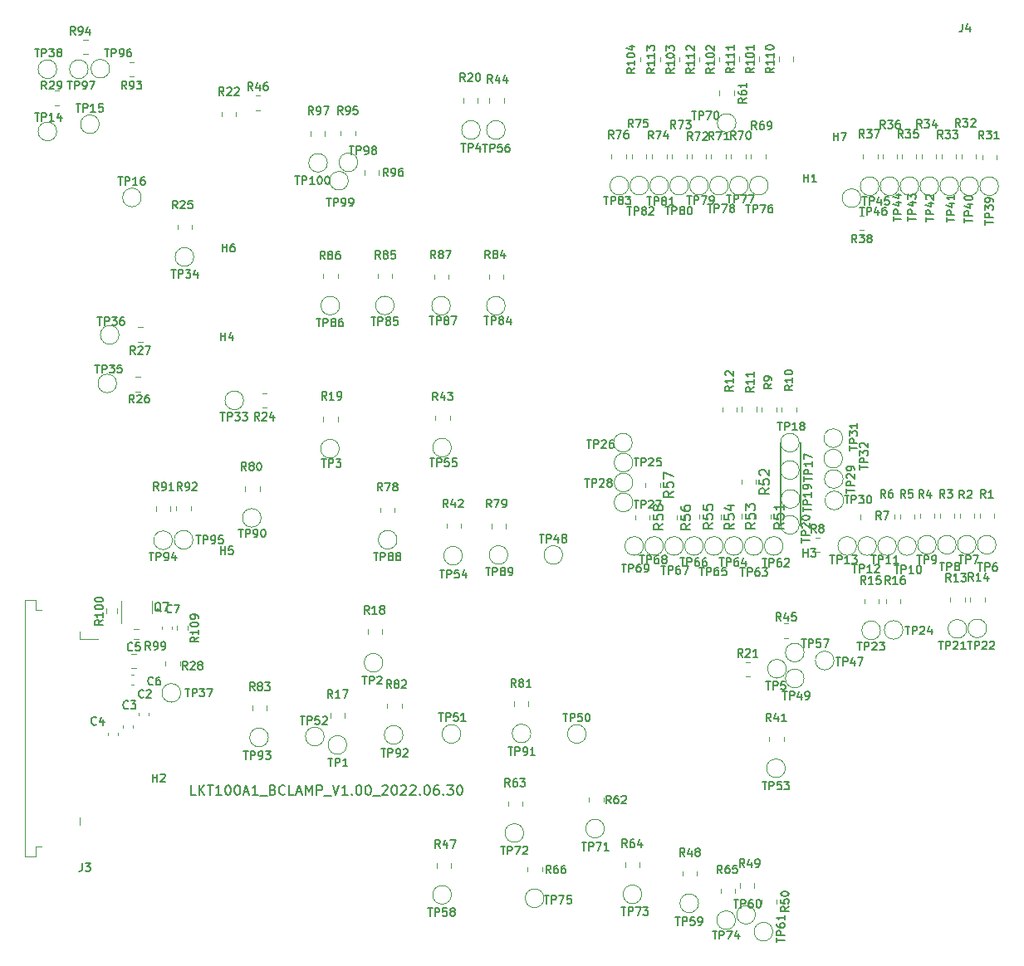
<source format=gbr>
%TF.GenerationSoftware,KiCad,Pcbnew,(6.0.5)*%
%TF.CreationDate,2022-06-30T03:28:59+08:00*%
%TF.ProjectId,lkt100a1_bclamp,6c6b7431-3030-4613-915f-62636c616d70,rev?*%
%TF.SameCoordinates,Original*%
%TF.FileFunction,Legend,Top*%
%TF.FilePolarity,Positive*%
%FSLAX46Y46*%
G04 Gerber Fmt 4.6, Leading zero omitted, Abs format (unit mm)*
G04 Created by KiCad (PCBNEW (6.0.5)) date 2022-06-30 03:28:59*
%MOMM*%
%LPD*%
G01*
G04 APERTURE LIST*
%ADD10C,0.150000*%
%ADD11C,0.152400*%
%ADD12C,0.120000*%
G04 APERTURE END LIST*
D10*
X138972800Y-83539609D02*
X138972800Y-91997809D01*
X136966200Y-83565009D02*
X136966200Y-92023209D01*
X77349873Y-119501189D02*
X76873683Y-119501189D01*
X76873683Y-118501189D01*
X77683207Y-119501189D02*
X77683207Y-118501189D01*
X78254635Y-119501189D02*
X77826064Y-118929761D01*
X78254635Y-118501189D02*
X77683207Y-119072618D01*
X78540349Y-118501189D02*
X79111778Y-118501189D01*
X78826064Y-119501189D02*
X78826064Y-118501189D01*
X79968921Y-119501189D02*
X79397492Y-119501189D01*
X79683207Y-119501189D02*
X79683207Y-118501189D01*
X79587968Y-118644047D01*
X79492730Y-118739285D01*
X79397492Y-118786904D01*
X80587968Y-118501189D02*
X80683207Y-118501189D01*
X80778445Y-118548809D01*
X80826064Y-118596428D01*
X80873683Y-118691666D01*
X80921302Y-118882142D01*
X80921302Y-119120237D01*
X80873683Y-119310713D01*
X80826064Y-119405951D01*
X80778445Y-119453570D01*
X80683207Y-119501189D01*
X80587968Y-119501189D01*
X80492730Y-119453570D01*
X80445111Y-119405951D01*
X80397492Y-119310713D01*
X80349873Y-119120237D01*
X80349873Y-118882142D01*
X80397492Y-118691666D01*
X80445111Y-118596428D01*
X80492730Y-118548809D01*
X80587968Y-118501189D01*
X81540349Y-118501189D02*
X81635587Y-118501189D01*
X81730826Y-118548809D01*
X81778445Y-118596428D01*
X81826064Y-118691666D01*
X81873683Y-118882142D01*
X81873683Y-119120237D01*
X81826064Y-119310713D01*
X81778445Y-119405951D01*
X81730826Y-119453570D01*
X81635587Y-119501189D01*
X81540349Y-119501189D01*
X81445111Y-119453570D01*
X81397492Y-119405951D01*
X81349873Y-119310713D01*
X81302254Y-119120237D01*
X81302254Y-118882142D01*
X81349873Y-118691666D01*
X81397492Y-118596428D01*
X81445111Y-118548809D01*
X81540349Y-118501189D01*
X82254635Y-119215475D02*
X82730826Y-119215475D01*
X82159397Y-119501189D02*
X82492730Y-118501189D01*
X82826064Y-119501189D01*
X83683207Y-119501189D02*
X83111778Y-119501189D01*
X83397492Y-119501189D02*
X83397492Y-118501189D01*
X83302254Y-118644047D01*
X83207016Y-118739285D01*
X83111778Y-118786904D01*
X83873683Y-119596428D02*
X84635587Y-119596428D01*
X85207016Y-118977380D02*
X85349873Y-119024999D01*
X85397492Y-119072618D01*
X85445111Y-119167856D01*
X85445111Y-119310713D01*
X85397492Y-119405951D01*
X85349873Y-119453570D01*
X85254635Y-119501189D01*
X84873683Y-119501189D01*
X84873683Y-118501189D01*
X85207016Y-118501189D01*
X85302254Y-118548809D01*
X85349873Y-118596428D01*
X85397492Y-118691666D01*
X85397492Y-118786904D01*
X85349873Y-118882142D01*
X85302254Y-118929761D01*
X85207016Y-118977380D01*
X84873683Y-118977380D01*
X86445111Y-119405951D02*
X86397492Y-119453570D01*
X86254635Y-119501189D01*
X86159397Y-119501189D01*
X86016540Y-119453570D01*
X85921302Y-119358332D01*
X85873683Y-119263094D01*
X85826064Y-119072618D01*
X85826064Y-118929761D01*
X85873683Y-118739285D01*
X85921302Y-118644047D01*
X86016540Y-118548809D01*
X86159397Y-118501189D01*
X86254635Y-118501189D01*
X86397492Y-118548809D01*
X86445111Y-118596428D01*
X87349873Y-119501189D02*
X86873683Y-119501189D01*
X86873683Y-118501189D01*
X87635587Y-119215475D02*
X88111778Y-119215475D01*
X87540349Y-119501189D02*
X87873683Y-118501189D01*
X88207016Y-119501189D01*
X88540349Y-119501189D02*
X88540349Y-118501189D01*
X88873683Y-119215475D01*
X89207016Y-118501189D01*
X89207016Y-119501189D01*
X89683207Y-119501189D02*
X89683207Y-118501189D01*
X90064159Y-118501189D01*
X90159397Y-118548809D01*
X90207016Y-118596428D01*
X90254635Y-118691666D01*
X90254635Y-118834523D01*
X90207016Y-118929761D01*
X90159397Y-118977380D01*
X90064159Y-119024999D01*
X89683207Y-119024999D01*
X90445111Y-119596428D02*
X91207016Y-119596428D01*
X91302254Y-118501189D02*
X91635587Y-119501189D01*
X91968921Y-118501189D01*
X92826064Y-119501189D02*
X92254635Y-119501189D01*
X92540349Y-119501189D02*
X92540349Y-118501189D01*
X92445111Y-118644047D01*
X92349873Y-118739285D01*
X92254635Y-118786904D01*
X93254635Y-119405951D02*
X93302254Y-119453570D01*
X93254635Y-119501189D01*
X93207016Y-119453570D01*
X93254635Y-119405951D01*
X93254635Y-119501189D01*
X93921302Y-118501189D02*
X94016540Y-118501189D01*
X94111778Y-118548809D01*
X94159397Y-118596428D01*
X94207016Y-118691666D01*
X94254635Y-118882142D01*
X94254635Y-119120237D01*
X94207016Y-119310713D01*
X94159397Y-119405951D01*
X94111778Y-119453570D01*
X94016540Y-119501189D01*
X93921302Y-119501189D01*
X93826064Y-119453570D01*
X93778445Y-119405951D01*
X93730826Y-119310713D01*
X93683207Y-119120237D01*
X93683207Y-118882142D01*
X93730826Y-118691666D01*
X93778445Y-118596428D01*
X93826064Y-118548809D01*
X93921302Y-118501189D01*
X94873683Y-118501189D02*
X94968921Y-118501189D01*
X95064159Y-118548809D01*
X95111778Y-118596428D01*
X95159397Y-118691666D01*
X95207016Y-118882142D01*
X95207016Y-119120237D01*
X95159397Y-119310713D01*
X95111778Y-119405951D01*
X95064159Y-119453570D01*
X94968921Y-119501189D01*
X94873683Y-119501189D01*
X94778445Y-119453570D01*
X94730826Y-119405951D01*
X94683207Y-119310713D01*
X94635587Y-119120237D01*
X94635587Y-118882142D01*
X94683207Y-118691666D01*
X94730826Y-118596428D01*
X94778445Y-118548809D01*
X94873683Y-118501189D01*
X95397492Y-119596428D02*
X96159397Y-119596428D01*
X96349873Y-118596428D02*
X96397492Y-118548809D01*
X96492730Y-118501189D01*
X96730826Y-118501189D01*
X96826064Y-118548809D01*
X96873683Y-118596428D01*
X96921302Y-118691666D01*
X96921302Y-118786904D01*
X96873683Y-118929761D01*
X96302254Y-119501189D01*
X96921302Y-119501189D01*
X97540349Y-118501189D02*
X97635587Y-118501189D01*
X97730826Y-118548809D01*
X97778445Y-118596428D01*
X97826064Y-118691666D01*
X97873683Y-118882142D01*
X97873683Y-119120237D01*
X97826064Y-119310713D01*
X97778445Y-119405951D01*
X97730826Y-119453570D01*
X97635587Y-119501189D01*
X97540349Y-119501189D01*
X97445111Y-119453570D01*
X97397492Y-119405951D01*
X97349873Y-119310713D01*
X97302254Y-119120237D01*
X97302254Y-118882142D01*
X97349873Y-118691666D01*
X97397492Y-118596428D01*
X97445111Y-118548809D01*
X97540349Y-118501189D01*
X98254635Y-118596428D02*
X98302254Y-118548809D01*
X98397492Y-118501189D01*
X98635587Y-118501189D01*
X98730826Y-118548809D01*
X98778445Y-118596428D01*
X98826064Y-118691666D01*
X98826064Y-118786904D01*
X98778445Y-118929761D01*
X98207016Y-119501189D01*
X98826064Y-119501189D01*
X99207016Y-118596428D02*
X99254635Y-118548809D01*
X99349873Y-118501189D01*
X99587968Y-118501189D01*
X99683207Y-118548809D01*
X99730826Y-118596428D01*
X99778445Y-118691666D01*
X99778445Y-118786904D01*
X99730826Y-118929761D01*
X99159397Y-119501189D01*
X99778445Y-119501189D01*
X100207016Y-119405951D02*
X100254635Y-119453570D01*
X100207016Y-119501189D01*
X100159397Y-119453570D01*
X100207016Y-119405951D01*
X100207016Y-119501189D01*
X100873683Y-118501189D02*
X100968921Y-118501189D01*
X101064159Y-118548809D01*
X101111778Y-118596428D01*
X101159397Y-118691666D01*
X101207016Y-118882142D01*
X101207016Y-119120237D01*
X101159397Y-119310713D01*
X101111778Y-119405951D01*
X101064159Y-119453570D01*
X100968921Y-119501189D01*
X100873683Y-119501189D01*
X100778445Y-119453570D01*
X100730826Y-119405951D01*
X100683207Y-119310713D01*
X100635587Y-119120237D01*
X100635587Y-118882142D01*
X100683207Y-118691666D01*
X100730826Y-118596428D01*
X100778445Y-118548809D01*
X100873683Y-118501189D01*
X102064159Y-118501189D02*
X101873683Y-118501189D01*
X101778445Y-118548809D01*
X101730826Y-118596428D01*
X101635587Y-118739285D01*
X101587968Y-118929761D01*
X101587968Y-119310713D01*
X101635587Y-119405951D01*
X101683207Y-119453570D01*
X101778445Y-119501189D01*
X101968921Y-119501189D01*
X102064159Y-119453570D01*
X102111778Y-119405951D01*
X102159397Y-119310713D01*
X102159397Y-119072618D01*
X102111778Y-118977380D01*
X102064159Y-118929761D01*
X101968921Y-118882142D01*
X101778445Y-118882142D01*
X101683207Y-118929761D01*
X101635587Y-118977380D01*
X101587968Y-119072618D01*
X102587968Y-119405951D02*
X102635587Y-119453570D01*
X102587968Y-119501189D01*
X102540349Y-119453570D01*
X102587968Y-119405951D01*
X102587968Y-119501189D01*
X102968921Y-118501189D02*
X103587968Y-118501189D01*
X103254635Y-118882142D01*
X103397492Y-118882142D01*
X103492730Y-118929761D01*
X103540349Y-118977380D01*
X103587968Y-119072618D01*
X103587968Y-119310713D01*
X103540349Y-119405951D01*
X103492730Y-119453570D01*
X103397492Y-119501189D01*
X103111778Y-119501189D01*
X103016540Y-119453570D01*
X102968921Y-119405951D01*
X104207016Y-118501189D02*
X104302254Y-118501189D01*
X104397492Y-118548809D01*
X104445111Y-118596428D01*
X104492730Y-118691666D01*
X104540349Y-118882142D01*
X104540349Y-119120237D01*
X104492730Y-119310713D01*
X104445111Y-119405951D01*
X104397492Y-119453570D01*
X104302254Y-119501189D01*
X104207016Y-119501189D01*
X104111778Y-119453570D01*
X104064159Y-119405951D01*
X104016540Y-119310713D01*
X103968921Y-119120237D01*
X103968921Y-118882142D01*
X104016540Y-118691666D01*
X104064159Y-118596428D01*
X104111778Y-118548809D01*
X104207016Y-118501189D01*
D11*
%TO.C,TP82*%
X121304076Y-59497904D02*
X121768533Y-59497904D01*
X121536304Y-60310704D02*
X121536304Y-59497904D01*
X122039466Y-60310704D02*
X122039466Y-59497904D01*
X122349104Y-59497904D01*
X122426514Y-59536609D01*
X122465219Y-59575313D01*
X122503923Y-59652723D01*
X122503923Y-59768837D01*
X122465219Y-59846247D01*
X122426514Y-59884951D01*
X122349104Y-59923656D01*
X122039466Y-59923656D01*
X122968380Y-59846247D02*
X122890971Y-59807542D01*
X122852266Y-59768837D01*
X122813561Y-59691428D01*
X122813561Y-59652723D01*
X122852266Y-59575313D01*
X122890971Y-59536609D01*
X122968380Y-59497904D01*
X123123200Y-59497904D01*
X123200609Y-59536609D01*
X123239314Y-59575313D01*
X123278019Y-59652723D01*
X123278019Y-59691428D01*
X123239314Y-59768837D01*
X123200609Y-59807542D01*
X123123200Y-59846247D01*
X122968380Y-59846247D01*
X122890971Y-59884951D01*
X122852266Y-59923656D01*
X122813561Y-60001066D01*
X122813561Y-60155885D01*
X122852266Y-60233294D01*
X122890971Y-60271999D01*
X122968380Y-60310704D01*
X123123200Y-60310704D01*
X123200609Y-60271999D01*
X123239314Y-60233294D01*
X123278019Y-60155885D01*
X123278019Y-60001066D01*
X123239314Y-59923656D01*
X123200609Y-59884951D01*
X123123200Y-59846247D01*
X123587657Y-59575313D02*
X123626361Y-59536609D01*
X123703771Y-59497904D01*
X123897295Y-59497904D01*
X123974704Y-59536609D01*
X124013409Y-59575313D01*
X124052114Y-59652723D01*
X124052114Y-59730132D01*
X124013409Y-59846247D01*
X123548952Y-60310704D01*
X124052114Y-60310704D01*
%TO.C,TP29*%
X143683895Y-88711532D02*
X143683895Y-88247075D01*
X144496695Y-88479304D02*
X143683895Y-88479304D01*
X144496695Y-87976142D02*
X143683895Y-87976142D01*
X143683895Y-87666504D01*
X143722600Y-87589094D01*
X143761304Y-87550389D01*
X143838714Y-87511685D01*
X143954828Y-87511685D01*
X144032238Y-87550389D01*
X144070942Y-87589094D01*
X144109647Y-87666504D01*
X144109647Y-87976142D01*
X143761304Y-87202047D02*
X143722600Y-87163342D01*
X143683895Y-87085932D01*
X143683895Y-86892409D01*
X143722600Y-86814999D01*
X143761304Y-86776294D01*
X143838714Y-86737589D01*
X143916123Y-86737589D01*
X144032238Y-86776294D01*
X144496695Y-87240751D01*
X144496695Y-86737589D01*
X144496695Y-86350542D02*
X144496695Y-86195723D01*
X144457990Y-86118313D01*
X144419285Y-86079609D01*
X144303171Y-86002199D01*
X144148352Y-85963494D01*
X143838714Y-85963494D01*
X143761304Y-86002199D01*
X143722600Y-86040904D01*
X143683895Y-86118313D01*
X143683895Y-86273132D01*
X143722600Y-86350542D01*
X143761304Y-86389247D01*
X143838714Y-86427951D01*
X144032238Y-86427951D01*
X144109647Y-86389247D01*
X144148352Y-86350542D01*
X144187057Y-86273132D01*
X144187057Y-86118313D01*
X144148352Y-86040904D01*
X144109647Y-86002199D01*
X144032238Y-85963494D01*
%TO.C,TP51*%
X102127076Y-111136104D02*
X102591533Y-111136104D01*
X102359304Y-111948904D02*
X102359304Y-111136104D01*
X102862466Y-111948904D02*
X102862466Y-111136104D01*
X103172104Y-111136104D01*
X103249514Y-111174809D01*
X103288219Y-111213513D01*
X103326923Y-111290923D01*
X103326923Y-111407037D01*
X103288219Y-111484447D01*
X103249514Y-111523151D01*
X103172104Y-111561856D01*
X102862466Y-111561856D01*
X104062314Y-111136104D02*
X103675266Y-111136104D01*
X103636561Y-111523151D01*
X103675266Y-111484447D01*
X103752676Y-111445742D01*
X103946200Y-111445742D01*
X104023609Y-111484447D01*
X104062314Y-111523151D01*
X104101019Y-111600561D01*
X104101019Y-111794085D01*
X104062314Y-111871494D01*
X104023609Y-111910199D01*
X103946200Y-111948904D01*
X103752676Y-111948904D01*
X103675266Y-111910199D01*
X103636561Y-111871494D01*
X104875114Y-111948904D02*
X104410657Y-111948904D01*
X104642885Y-111948904D02*
X104642885Y-111136104D01*
X104565476Y-111252218D01*
X104488066Y-111329628D01*
X104410657Y-111368332D01*
%TO.C,R18*%
X95041685Y-101026904D02*
X94770752Y-100639856D01*
X94577228Y-101026904D02*
X94577228Y-100214104D01*
X94886866Y-100214104D01*
X94964276Y-100252809D01*
X95002980Y-100291513D01*
X95041685Y-100368923D01*
X95041685Y-100485037D01*
X95002980Y-100562447D01*
X94964276Y-100601151D01*
X94886866Y-100639856D01*
X94577228Y-100639856D01*
X95815780Y-101026904D02*
X95351323Y-101026904D01*
X95583552Y-101026904D02*
X95583552Y-100214104D01*
X95506142Y-100330218D01*
X95428733Y-100407628D01*
X95351323Y-100446332D01*
X96280238Y-100562447D02*
X96202828Y-100523742D01*
X96164123Y-100485037D01*
X96125419Y-100407628D01*
X96125419Y-100368923D01*
X96164123Y-100291513D01*
X96202828Y-100252809D01*
X96280238Y-100214104D01*
X96435057Y-100214104D01*
X96512466Y-100252809D01*
X96551171Y-100291513D01*
X96589876Y-100368923D01*
X96589876Y-100407628D01*
X96551171Y-100485037D01*
X96512466Y-100523742D01*
X96435057Y-100562447D01*
X96280238Y-100562447D01*
X96202828Y-100601151D01*
X96164123Y-100639856D01*
X96125419Y-100717266D01*
X96125419Y-100872085D01*
X96164123Y-100949494D01*
X96202828Y-100988199D01*
X96280238Y-101026904D01*
X96435057Y-101026904D01*
X96512466Y-100988199D01*
X96551171Y-100949494D01*
X96589876Y-100872085D01*
X96589876Y-100717266D01*
X96551171Y-100639856D01*
X96512466Y-100601151D01*
X96435057Y-100562447D01*
%TO.C,R37*%
X145486085Y-52462104D02*
X145215152Y-52075056D01*
X145021628Y-52462104D02*
X145021628Y-51649304D01*
X145331266Y-51649304D01*
X145408676Y-51688009D01*
X145447380Y-51726713D01*
X145486085Y-51804123D01*
X145486085Y-51920237D01*
X145447380Y-51997647D01*
X145408676Y-52036351D01*
X145331266Y-52075056D01*
X145021628Y-52075056D01*
X145757019Y-51649304D02*
X146260180Y-51649304D01*
X145989247Y-51958942D01*
X146105361Y-51958942D01*
X146182771Y-51997647D01*
X146221476Y-52036351D01*
X146260180Y-52113761D01*
X146260180Y-52307285D01*
X146221476Y-52384694D01*
X146182771Y-52423399D01*
X146105361Y-52462104D01*
X145873133Y-52462104D01*
X145795723Y-52423399D01*
X145757019Y-52384694D01*
X146531114Y-51649304D02*
X147072980Y-51649304D01*
X146724638Y-52462104D01*
%TO.C,TP3*%
X90169723Y-85228104D02*
X90634180Y-85228104D01*
X90401952Y-86040904D02*
X90401952Y-85228104D01*
X90905114Y-86040904D02*
X90905114Y-85228104D01*
X91214752Y-85228104D01*
X91292161Y-85266809D01*
X91330866Y-85305513D01*
X91369571Y-85382923D01*
X91369571Y-85499037D01*
X91330866Y-85576447D01*
X91292161Y-85615151D01*
X91214752Y-85653856D01*
X90905114Y-85653856D01*
X91640504Y-85228104D02*
X92143666Y-85228104D01*
X91872733Y-85537742D01*
X91988847Y-85537742D01*
X92066257Y-85576447D01*
X92104961Y-85615151D01*
X92143666Y-85692561D01*
X92143666Y-85886085D01*
X92104961Y-85963494D01*
X92066257Y-86002199D01*
X91988847Y-86040904D01*
X91756619Y-86040904D01*
X91679209Y-86002199D01*
X91640504Y-85963494D01*
%TO.C,R97*%
X89326685Y-50074504D02*
X89055752Y-49687456D01*
X88862228Y-50074504D02*
X88862228Y-49261704D01*
X89171866Y-49261704D01*
X89249276Y-49300409D01*
X89287980Y-49339113D01*
X89326685Y-49416523D01*
X89326685Y-49532637D01*
X89287980Y-49610047D01*
X89249276Y-49648751D01*
X89171866Y-49687456D01*
X88862228Y-49687456D01*
X89713733Y-50074504D02*
X89868552Y-50074504D01*
X89945961Y-50035799D01*
X89984666Y-49997094D01*
X90062076Y-49880980D01*
X90100780Y-49726161D01*
X90100780Y-49416523D01*
X90062076Y-49339113D01*
X90023371Y-49300409D01*
X89945961Y-49261704D01*
X89791142Y-49261704D01*
X89713733Y-49300409D01*
X89675028Y-49339113D01*
X89636323Y-49416523D01*
X89636323Y-49610047D01*
X89675028Y-49687456D01*
X89713733Y-49726161D01*
X89791142Y-49764866D01*
X89945961Y-49764866D01*
X90023371Y-49726161D01*
X90062076Y-49687456D01*
X90100780Y-49610047D01*
X90371714Y-49261704D02*
X90913580Y-49261704D01*
X90565238Y-50074504D01*
%TO.C,R26*%
X71064085Y-79487704D02*
X70793152Y-79100656D01*
X70599628Y-79487704D02*
X70599628Y-78674904D01*
X70909266Y-78674904D01*
X70986676Y-78713609D01*
X71025380Y-78752313D01*
X71064085Y-78829723D01*
X71064085Y-78945837D01*
X71025380Y-79023247D01*
X70986676Y-79061951D01*
X70909266Y-79100656D01*
X70599628Y-79100656D01*
X71373723Y-78752313D02*
X71412428Y-78713609D01*
X71489838Y-78674904D01*
X71683361Y-78674904D01*
X71760771Y-78713609D01*
X71799476Y-78752313D01*
X71838180Y-78829723D01*
X71838180Y-78907132D01*
X71799476Y-79023247D01*
X71335019Y-79487704D01*
X71838180Y-79487704D01*
X72534866Y-78674904D02*
X72380047Y-78674904D01*
X72302638Y-78713609D01*
X72263933Y-78752313D01*
X72186523Y-78868428D01*
X72147819Y-79023247D01*
X72147819Y-79332885D01*
X72186523Y-79410294D01*
X72225228Y-79448999D01*
X72302638Y-79487704D01*
X72457457Y-79487704D01*
X72534866Y-79448999D01*
X72573571Y-79410294D01*
X72612276Y-79332885D01*
X72612276Y-79139361D01*
X72573571Y-79061951D01*
X72534866Y-79023247D01*
X72457457Y-78984542D01*
X72302638Y-78984542D01*
X72225228Y-79023247D01*
X72186523Y-79061951D01*
X72147819Y-79139361D01*
%TO.C,R70*%
X132379685Y-52614504D02*
X132108752Y-52227456D01*
X131915228Y-52614504D02*
X131915228Y-51801704D01*
X132224866Y-51801704D01*
X132302276Y-51840409D01*
X132340980Y-51879113D01*
X132379685Y-51956523D01*
X132379685Y-52072637D01*
X132340980Y-52150047D01*
X132302276Y-52188751D01*
X132224866Y-52227456D01*
X131915228Y-52227456D01*
X132650619Y-51801704D02*
X133192485Y-51801704D01*
X132844142Y-52614504D01*
X133656942Y-51801704D02*
X133734352Y-51801704D01*
X133811761Y-51840409D01*
X133850466Y-51879113D01*
X133889171Y-51956523D01*
X133927876Y-52111342D01*
X133927876Y-52304866D01*
X133889171Y-52459685D01*
X133850466Y-52537094D01*
X133811761Y-52575799D01*
X133734352Y-52614504D01*
X133656942Y-52614504D01*
X133579533Y-52575799D01*
X133540828Y-52537094D01*
X133502123Y-52459685D01*
X133463419Y-52304866D01*
X133463419Y-52111342D01*
X133502123Y-51956523D01*
X133540828Y-51879113D01*
X133579533Y-51840409D01*
X133656942Y-51801704D01*
D10*
%TO.C,R55*%
X130076980Y-91777066D02*
X129600790Y-92110399D01*
X130076980Y-92348494D02*
X129076980Y-92348494D01*
X129076980Y-91967542D01*
X129124600Y-91872304D01*
X129172219Y-91824685D01*
X129267457Y-91777066D01*
X129410314Y-91777066D01*
X129505552Y-91824685D01*
X129553171Y-91872304D01*
X129600790Y-91967542D01*
X129600790Y-92348494D01*
X129076980Y-90872304D02*
X129076980Y-91348494D01*
X129553171Y-91396113D01*
X129505552Y-91348494D01*
X129457933Y-91253256D01*
X129457933Y-91015161D01*
X129505552Y-90919923D01*
X129553171Y-90872304D01*
X129648409Y-90824685D01*
X129886504Y-90824685D01*
X129981742Y-90872304D01*
X130029361Y-90919923D01*
X130076980Y-91015161D01*
X130076980Y-91253256D01*
X130029361Y-91348494D01*
X129981742Y-91396113D01*
X129076980Y-89919923D02*
X129076980Y-90396113D01*
X129553171Y-90443732D01*
X129505552Y-90396113D01*
X129457933Y-90300875D01*
X129457933Y-90062780D01*
X129505552Y-89967542D01*
X129553171Y-89919923D01*
X129648409Y-89872304D01*
X129886504Y-89872304D01*
X129981742Y-89919923D01*
X130029361Y-89967542D01*
X130076980Y-90062780D01*
X130076980Y-90300875D01*
X130029361Y-90396113D01*
X129981742Y-90443732D01*
D11*
%TO.C,TP48*%
X112392276Y-92928295D02*
X112856733Y-92928295D01*
X112624504Y-93741095D02*
X112624504Y-92928295D01*
X113127666Y-93741095D02*
X113127666Y-92928295D01*
X113437304Y-92928295D01*
X113514714Y-92967000D01*
X113553419Y-93005704D01*
X113592123Y-93083114D01*
X113592123Y-93199228D01*
X113553419Y-93276638D01*
X113514714Y-93315342D01*
X113437304Y-93354047D01*
X113127666Y-93354047D01*
X114288809Y-93199228D02*
X114288809Y-93741095D01*
X114095285Y-92889590D02*
X113901761Y-93470161D01*
X114404923Y-93470161D01*
X114830676Y-93276638D02*
X114753266Y-93237933D01*
X114714561Y-93199228D01*
X114675857Y-93121819D01*
X114675857Y-93083114D01*
X114714561Y-93005704D01*
X114753266Y-92967000D01*
X114830676Y-92928295D01*
X114985495Y-92928295D01*
X115062904Y-92967000D01*
X115101609Y-93005704D01*
X115140314Y-93083114D01*
X115140314Y-93121819D01*
X115101609Y-93199228D01*
X115062904Y-93237933D01*
X114985495Y-93276638D01*
X114830676Y-93276638D01*
X114753266Y-93315342D01*
X114714561Y-93354047D01*
X114675857Y-93431457D01*
X114675857Y-93586276D01*
X114714561Y-93663685D01*
X114753266Y-93702390D01*
X114830676Y-93741095D01*
X114985495Y-93741095D01*
X115062904Y-93702390D01*
X115101609Y-93663685D01*
X115140314Y-93586276D01*
X115140314Y-93431457D01*
X115101609Y-93354047D01*
X115062904Y-93315342D01*
X114985495Y-93276638D01*
%TO.C,TP97*%
X64281076Y-46670904D02*
X64745533Y-46670904D01*
X64513304Y-47483704D02*
X64513304Y-46670904D01*
X65016466Y-47483704D02*
X65016466Y-46670904D01*
X65326104Y-46670904D01*
X65403514Y-46709609D01*
X65442219Y-46748313D01*
X65480923Y-46825723D01*
X65480923Y-46941837D01*
X65442219Y-47019247D01*
X65403514Y-47057951D01*
X65326104Y-47096656D01*
X65016466Y-47096656D01*
X65867971Y-47483704D02*
X66022790Y-47483704D01*
X66100200Y-47444999D01*
X66138904Y-47406294D01*
X66216314Y-47290180D01*
X66255019Y-47135361D01*
X66255019Y-46825723D01*
X66216314Y-46748313D01*
X66177609Y-46709609D01*
X66100200Y-46670904D01*
X65945380Y-46670904D01*
X65867971Y-46709609D01*
X65829266Y-46748313D01*
X65790561Y-46825723D01*
X65790561Y-47019247D01*
X65829266Y-47096656D01*
X65867971Y-47135361D01*
X65945380Y-47174066D01*
X66100200Y-47174066D01*
X66177609Y-47135361D01*
X66216314Y-47096656D01*
X66255019Y-47019247D01*
X66525952Y-46670904D02*
X67067819Y-46670904D01*
X66719476Y-47483704D01*
%TO.C,R8*%
X140589933Y-92722104D02*
X140319000Y-92335056D01*
X140125476Y-92722104D02*
X140125476Y-91909304D01*
X140435114Y-91909304D01*
X140512523Y-91948009D01*
X140551228Y-91986713D01*
X140589933Y-92064123D01*
X140589933Y-92180237D01*
X140551228Y-92257647D01*
X140512523Y-92296351D01*
X140435114Y-92335056D01*
X140125476Y-92335056D01*
X141054390Y-92257647D02*
X140976980Y-92218942D01*
X140938276Y-92180237D01*
X140899571Y-92102828D01*
X140899571Y-92064123D01*
X140938276Y-91986713D01*
X140976980Y-91948009D01*
X141054390Y-91909304D01*
X141209209Y-91909304D01*
X141286619Y-91948009D01*
X141325323Y-91986713D01*
X141364028Y-92064123D01*
X141364028Y-92102828D01*
X141325323Y-92180237D01*
X141286619Y-92218942D01*
X141209209Y-92257647D01*
X141054390Y-92257647D01*
X140976980Y-92296351D01*
X140938276Y-92335056D01*
X140899571Y-92412466D01*
X140899571Y-92567285D01*
X140938276Y-92644694D01*
X140976980Y-92683399D01*
X141054390Y-92722104D01*
X141209209Y-92722104D01*
X141286619Y-92683399D01*
X141325323Y-92644694D01*
X141364028Y-92567285D01*
X141364028Y-92412466D01*
X141325323Y-92335056D01*
X141286619Y-92296351D01*
X141209209Y-92257647D01*
%TO.C,TP63*%
X132861076Y-96353304D02*
X133325533Y-96353304D01*
X133093304Y-97166104D02*
X133093304Y-96353304D01*
X133596466Y-97166104D02*
X133596466Y-96353304D01*
X133906104Y-96353304D01*
X133983514Y-96392009D01*
X134022219Y-96430713D01*
X134060923Y-96508123D01*
X134060923Y-96624237D01*
X134022219Y-96701647D01*
X133983514Y-96740351D01*
X133906104Y-96779056D01*
X133596466Y-96779056D01*
X134757609Y-96353304D02*
X134602790Y-96353304D01*
X134525380Y-96392009D01*
X134486676Y-96430713D01*
X134409266Y-96546828D01*
X134370561Y-96701647D01*
X134370561Y-97011285D01*
X134409266Y-97088694D01*
X134447971Y-97127399D01*
X134525380Y-97166104D01*
X134680200Y-97166104D01*
X134757609Y-97127399D01*
X134796314Y-97088694D01*
X134835019Y-97011285D01*
X134835019Y-96817761D01*
X134796314Y-96740351D01*
X134757609Y-96701647D01*
X134680200Y-96662942D01*
X134525380Y-96662942D01*
X134447971Y-96701647D01*
X134409266Y-96740351D01*
X134370561Y-96817761D01*
X135105952Y-96353304D02*
X135609114Y-96353304D01*
X135338180Y-96662942D01*
X135454295Y-96662942D01*
X135531704Y-96701647D01*
X135570409Y-96740351D01*
X135609114Y-96817761D01*
X135609114Y-97011285D01*
X135570409Y-97088694D01*
X135531704Y-97127399D01*
X135454295Y-97166104D01*
X135222066Y-97166104D01*
X135144657Y-97127399D01*
X135105952Y-97088694D01*
%TO.C,TP70*%
X127903883Y-49769704D02*
X128368340Y-49769704D01*
X128136111Y-50582504D02*
X128136111Y-49769704D01*
X128639273Y-50582504D02*
X128639273Y-49769704D01*
X128948911Y-49769704D01*
X129026321Y-49808409D01*
X129065026Y-49847113D01*
X129103730Y-49924523D01*
X129103730Y-50040637D01*
X129065026Y-50118047D01*
X129026321Y-50156751D01*
X128948911Y-50195456D01*
X128639273Y-50195456D01*
X129374664Y-49769704D02*
X129916530Y-49769704D01*
X129568187Y-50582504D01*
X130380987Y-49769704D02*
X130458397Y-49769704D01*
X130535807Y-49808409D01*
X130574511Y-49847113D01*
X130613216Y-49924523D01*
X130651921Y-50079342D01*
X130651921Y-50272866D01*
X130613216Y-50427685D01*
X130574511Y-50505094D01*
X130535807Y-50543799D01*
X130458397Y-50582504D01*
X130380987Y-50582504D01*
X130303578Y-50543799D01*
X130264873Y-50505094D01*
X130226168Y-50427685D01*
X130187464Y-50272866D01*
X130187464Y-50079342D01*
X130226168Y-49924523D01*
X130264873Y-49847113D01*
X130303578Y-49808409D01*
X130380987Y-49769704D01*
%TO.C,H7*%
X142392123Y-52741504D02*
X142392123Y-51928704D01*
X142392123Y-52315751D02*
X142856580Y-52315751D01*
X142856580Y-52741504D02*
X142856580Y-51928704D01*
X143166219Y-51928704D02*
X143708085Y-51928704D01*
X143359742Y-52741504D01*
%TO.C,R64*%
X121305285Y-124852104D02*
X121034352Y-124465056D01*
X120840828Y-124852104D02*
X120840828Y-124039304D01*
X121150466Y-124039304D01*
X121227876Y-124078009D01*
X121266580Y-124116713D01*
X121305285Y-124194123D01*
X121305285Y-124310237D01*
X121266580Y-124387647D01*
X121227876Y-124426351D01*
X121150466Y-124465056D01*
X120840828Y-124465056D01*
X122001971Y-124039304D02*
X121847152Y-124039304D01*
X121769742Y-124078009D01*
X121731038Y-124116713D01*
X121653628Y-124232828D01*
X121614923Y-124387647D01*
X121614923Y-124697285D01*
X121653628Y-124774694D01*
X121692333Y-124813399D01*
X121769742Y-124852104D01*
X121924561Y-124852104D01*
X122001971Y-124813399D01*
X122040676Y-124774694D01*
X122079380Y-124697285D01*
X122079380Y-124503761D01*
X122040676Y-124426351D01*
X122001971Y-124387647D01*
X121924561Y-124348942D01*
X121769742Y-124348942D01*
X121692333Y-124387647D01*
X121653628Y-124426351D01*
X121614923Y-124503761D01*
X122776066Y-124310237D02*
X122776066Y-124852104D01*
X122582542Y-124000599D02*
X122389019Y-124581170D01*
X122892180Y-124581170D01*
%TO.C,R1*%
X157861933Y-89190504D02*
X157591000Y-88803456D01*
X157397476Y-89190504D02*
X157397476Y-88377704D01*
X157707114Y-88377704D01*
X157784523Y-88416409D01*
X157823228Y-88455113D01*
X157861933Y-88532523D01*
X157861933Y-88648637D01*
X157823228Y-88726047D01*
X157784523Y-88764751D01*
X157707114Y-88803456D01*
X157397476Y-88803456D01*
X158636028Y-89190504D02*
X158171571Y-89190504D01*
X158403800Y-89190504D02*
X158403800Y-88377704D01*
X158326390Y-88493818D01*
X158248980Y-88571228D01*
X158171571Y-88609932D01*
%TO.C,TP9*%
X150875723Y-95083304D02*
X151340180Y-95083304D01*
X151107952Y-95896104D02*
X151107952Y-95083304D01*
X151611114Y-95896104D02*
X151611114Y-95083304D01*
X151920752Y-95083304D01*
X151998161Y-95122009D01*
X152036866Y-95160713D01*
X152075571Y-95238123D01*
X152075571Y-95354237D01*
X152036866Y-95431647D01*
X151998161Y-95470351D01*
X151920752Y-95509056D01*
X151611114Y-95509056D01*
X152462619Y-95896104D02*
X152617438Y-95896104D01*
X152694847Y-95857399D01*
X152733552Y-95818694D01*
X152810961Y-95702580D01*
X152849666Y-95547761D01*
X152849666Y-95238123D01*
X152810961Y-95160713D01*
X152772257Y-95122009D01*
X152694847Y-95083304D01*
X152540028Y-95083304D01*
X152462619Y-95122009D01*
X152423914Y-95160713D01*
X152385209Y-95238123D01*
X152385209Y-95431647D01*
X152423914Y-95509056D01*
X152462619Y-95547761D01*
X152540028Y-95586466D01*
X152694847Y-95586466D01*
X152772257Y-95547761D01*
X152810961Y-95509056D01*
X152849666Y-95431647D01*
%TO.C,R33*%
X153487085Y-52512904D02*
X153216152Y-52125856D01*
X153022628Y-52512904D02*
X153022628Y-51700104D01*
X153332266Y-51700104D01*
X153409676Y-51738809D01*
X153448380Y-51777513D01*
X153487085Y-51854923D01*
X153487085Y-51971037D01*
X153448380Y-52048447D01*
X153409676Y-52087151D01*
X153332266Y-52125856D01*
X153022628Y-52125856D01*
X153758019Y-51700104D02*
X154261180Y-51700104D01*
X153990247Y-52009742D01*
X154106361Y-52009742D01*
X154183771Y-52048447D01*
X154222476Y-52087151D01*
X154261180Y-52164561D01*
X154261180Y-52358085D01*
X154222476Y-52435494D01*
X154183771Y-52474199D01*
X154106361Y-52512904D01*
X153874133Y-52512904D01*
X153796723Y-52474199D01*
X153758019Y-52435494D01*
X154532114Y-51700104D02*
X155035276Y-51700104D01*
X154764342Y-52009742D01*
X154880457Y-52009742D01*
X154957866Y-52048447D01*
X154996571Y-52087151D01*
X155035276Y-52164561D01*
X155035276Y-52358085D01*
X154996571Y-52435494D01*
X154957866Y-52474199D01*
X154880457Y-52512904D01*
X154648228Y-52512904D01*
X154570819Y-52474199D01*
X154532114Y-52435494D01*
%TO.C,TP47*%
X142614676Y-105497304D02*
X143079133Y-105497304D01*
X142846904Y-106310104D02*
X142846904Y-105497304D01*
X143350066Y-106310104D02*
X143350066Y-105497304D01*
X143659704Y-105497304D01*
X143737114Y-105536009D01*
X143775819Y-105574713D01*
X143814523Y-105652123D01*
X143814523Y-105768237D01*
X143775819Y-105845647D01*
X143737114Y-105884351D01*
X143659704Y-105923056D01*
X143350066Y-105923056D01*
X144511209Y-105768237D02*
X144511209Y-106310104D01*
X144317685Y-105458599D02*
X144124161Y-106039170D01*
X144627323Y-106039170D01*
X144859552Y-105497304D02*
X145401419Y-105497304D01*
X145053076Y-106310104D01*
D10*
%TO.C,R52*%
X135817380Y-88221066D02*
X135341190Y-88554399D01*
X135817380Y-88792494D02*
X134817380Y-88792494D01*
X134817380Y-88411542D01*
X134865000Y-88316304D01*
X134912619Y-88268685D01*
X135007857Y-88221066D01*
X135150714Y-88221066D01*
X135245952Y-88268685D01*
X135293571Y-88316304D01*
X135341190Y-88411542D01*
X135341190Y-88792494D01*
X134817380Y-87316304D02*
X134817380Y-87792494D01*
X135293571Y-87840113D01*
X135245952Y-87792494D01*
X135198333Y-87697256D01*
X135198333Y-87459161D01*
X135245952Y-87363923D01*
X135293571Y-87316304D01*
X135388809Y-87268685D01*
X135626904Y-87268685D01*
X135722142Y-87316304D01*
X135769761Y-87363923D01*
X135817380Y-87459161D01*
X135817380Y-87697256D01*
X135769761Y-87792494D01*
X135722142Y-87840113D01*
X134912619Y-86887732D02*
X134865000Y-86840113D01*
X134817380Y-86744875D01*
X134817380Y-86506780D01*
X134865000Y-86411542D01*
X134912619Y-86363923D01*
X135007857Y-86316304D01*
X135103095Y-86316304D01*
X135245952Y-86363923D01*
X135817380Y-86935351D01*
X135817380Y-86316304D01*
D11*
%TO.C,TP24*%
X149675876Y-102296904D02*
X150140333Y-102296904D01*
X149908104Y-103109704D02*
X149908104Y-102296904D01*
X150411266Y-103109704D02*
X150411266Y-102296904D01*
X150720904Y-102296904D01*
X150798314Y-102335609D01*
X150837019Y-102374313D01*
X150875723Y-102451723D01*
X150875723Y-102567837D01*
X150837019Y-102645247D01*
X150798314Y-102683951D01*
X150720904Y-102722656D01*
X150411266Y-102722656D01*
X151185361Y-102374313D02*
X151224066Y-102335609D01*
X151301476Y-102296904D01*
X151495000Y-102296904D01*
X151572409Y-102335609D01*
X151611114Y-102374313D01*
X151649819Y-102451723D01*
X151649819Y-102529132D01*
X151611114Y-102645247D01*
X151146657Y-103109704D01*
X151649819Y-103109704D01*
X152346504Y-102567837D02*
X152346504Y-103109704D01*
X152152980Y-102258199D02*
X151959457Y-102838770D01*
X152462619Y-102838770D01*
%TO.C,R6*%
X147651133Y-89190504D02*
X147380200Y-88803456D01*
X147186676Y-89190504D02*
X147186676Y-88377704D01*
X147496314Y-88377704D01*
X147573723Y-88416409D01*
X147612428Y-88455113D01*
X147651133Y-88532523D01*
X147651133Y-88648637D01*
X147612428Y-88726047D01*
X147573723Y-88764751D01*
X147496314Y-88803456D01*
X147186676Y-88803456D01*
X148347819Y-88377704D02*
X148193000Y-88377704D01*
X148115590Y-88416409D01*
X148076885Y-88455113D01*
X147999476Y-88571228D01*
X147960771Y-88726047D01*
X147960771Y-89035685D01*
X147999476Y-89113094D01*
X148038180Y-89151799D01*
X148115590Y-89190504D01*
X148270409Y-89190504D01*
X148347819Y-89151799D01*
X148386523Y-89113094D01*
X148425228Y-89035685D01*
X148425228Y-88842161D01*
X148386523Y-88764751D01*
X148347819Y-88726047D01*
X148270409Y-88687342D01*
X148115590Y-88687342D01*
X148038180Y-88726047D01*
X147999476Y-88764751D01*
X147960771Y-88842161D01*
%TO.C,R10*%
X138197495Y-77712123D02*
X137810447Y-77983056D01*
X138197495Y-78176580D02*
X137384695Y-78176580D01*
X137384695Y-77866942D01*
X137423400Y-77789532D01*
X137462104Y-77750828D01*
X137539514Y-77712123D01*
X137655628Y-77712123D01*
X137733038Y-77750828D01*
X137771742Y-77789532D01*
X137810447Y-77866942D01*
X137810447Y-78176580D01*
X138197495Y-76938028D02*
X138197495Y-77402485D01*
X138197495Y-77170256D02*
X137384695Y-77170256D01*
X137500809Y-77247666D01*
X137578219Y-77325075D01*
X137616923Y-77402485D01*
X137384695Y-76434866D02*
X137384695Y-76357456D01*
X137423400Y-76280047D01*
X137462104Y-76241342D01*
X137539514Y-76202637D01*
X137694333Y-76163932D01*
X137887857Y-76163932D01*
X138042676Y-76202637D01*
X138120085Y-76241342D01*
X138158790Y-76280047D01*
X138197495Y-76357456D01*
X138197495Y-76434866D01*
X138158790Y-76512275D01*
X138120085Y-76550980D01*
X138042676Y-76589685D01*
X137887857Y-76628389D01*
X137694333Y-76628389D01*
X137539514Y-76589685D01*
X137462104Y-76550980D01*
X137423400Y-76512275D01*
X137384695Y-76434866D01*
%TO.C,TP32*%
X145055495Y-86323932D02*
X145055495Y-85859475D01*
X145868295Y-86091704D02*
X145055495Y-86091704D01*
X145868295Y-85588542D02*
X145055495Y-85588542D01*
X145055495Y-85278904D01*
X145094200Y-85201494D01*
X145132904Y-85162789D01*
X145210314Y-85124085D01*
X145326428Y-85124085D01*
X145403838Y-85162789D01*
X145442542Y-85201494D01*
X145481247Y-85278904D01*
X145481247Y-85588542D01*
X145055495Y-84853151D02*
X145055495Y-84349989D01*
X145365133Y-84620923D01*
X145365133Y-84504809D01*
X145403838Y-84427399D01*
X145442542Y-84388694D01*
X145519952Y-84349989D01*
X145713476Y-84349989D01*
X145790885Y-84388694D01*
X145829590Y-84427399D01*
X145868295Y-84504809D01*
X145868295Y-84737037D01*
X145829590Y-84814447D01*
X145790885Y-84853151D01*
X145132904Y-84040351D02*
X145094200Y-84001647D01*
X145055495Y-83924237D01*
X145055495Y-83730713D01*
X145094200Y-83653304D01*
X145132904Y-83614599D01*
X145210314Y-83575894D01*
X145287723Y-83575894D01*
X145403838Y-83614599D01*
X145868295Y-84079056D01*
X145868295Y-83575894D01*
%TO.C,R83*%
X83357685Y-108850104D02*
X83086752Y-108463056D01*
X82893228Y-108850104D02*
X82893228Y-108037304D01*
X83202866Y-108037304D01*
X83280276Y-108076009D01*
X83318980Y-108114713D01*
X83357685Y-108192123D01*
X83357685Y-108308237D01*
X83318980Y-108385647D01*
X83280276Y-108424351D01*
X83202866Y-108463056D01*
X82893228Y-108463056D01*
X83822142Y-108385647D02*
X83744733Y-108346942D01*
X83706028Y-108308237D01*
X83667323Y-108230828D01*
X83667323Y-108192123D01*
X83706028Y-108114713D01*
X83744733Y-108076009D01*
X83822142Y-108037304D01*
X83976961Y-108037304D01*
X84054371Y-108076009D01*
X84093076Y-108114713D01*
X84131780Y-108192123D01*
X84131780Y-108230828D01*
X84093076Y-108308237D01*
X84054371Y-108346942D01*
X83976961Y-108385647D01*
X83822142Y-108385647D01*
X83744733Y-108424351D01*
X83706028Y-108463056D01*
X83667323Y-108540466D01*
X83667323Y-108695285D01*
X83706028Y-108772694D01*
X83744733Y-108811399D01*
X83822142Y-108850104D01*
X83976961Y-108850104D01*
X84054371Y-108811399D01*
X84093076Y-108772694D01*
X84131780Y-108695285D01*
X84131780Y-108540466D01*
X84093076Y-108463056D01*
X84054371Y-108424351D01*
X83976961Y-108385647D01*
X84402714Y-108037304D02*
X84905876Y-108037304D01*
X84634942Y-108346942D01*
X84751057Y-108346942D01*
X84828466Y-108385647D01*
X84867171Y-108424351D01*
X84905876Y-108501761D01*
X84905876Y-108695285D01*
X84867171Y-108772694D01*
X84828466Y-108811399D01*
X84751057Y-108850104D01*
X84518828Y-108850104D01*
X84441419Y-108811399D01*
X84402714Y-108772694D01*
%TO.C,TP18*%
X136671076Y-81468904D02*
X137135533Y-81468904D01*
X136903304Y-82281704D02*
X136903304Y-81468904D01*
X137406466Y-82281704D02*
X137406466Y-81468904D01*
X137716104Y-81468904D01*
X137793514Y-81507609D01*
X137832219Y-81546313D01*
X137870923Y-81623723D01*
X137870923Y-81739837D01*
X137832219Y-81817247D01*
X137793514Y-81855951D01*
X137716104Y-81894656D01*
X137406466Y-81894656D01*
X138645019Y-82281704D02*
X138180561Y-82281704D01*
X138412790Y-82281704D02*
X138412790Y-81468904D01*
X138335380Y-81585018D01*
X138257971Y-81662428D01*
X138180561Y-81701132D01*
X139109476Y-81817247D02*
X139032066Y-81778542D01*
X138993361Y-81739837D01*
X138954657Y-81662428D01*
X138954657Y-81623723D01*
X138993361Y-81546313D01*
X139032066Y-81507609D01*
X139109476Y-81468904D01*
X139264295Y-81468904D01*
X139341704Y-81507609D01*
X139380409Y-81546313D01*
X139419114Y-81623723D01*
X139419114Y-81662428D01*
X139380409Y-81739837D01*
X139341704Y-81778542D01*
X139264295Y-81817247D01*
X139109476Y-81817247D01*
X139032066Y-81855951D01*
X138993361Y-81894656D01*
X138954657Y-81972066D01*
X138954657Y-82126885D01*
X138993361Y-82204294D01*
X139032066Y-82242999D01*
X139109476Y-82281704D01*
X139264295Y-82281704D01*
X139341704Y-82242999D01*
X139380409Y-82204294D01*
X139419114Y-82126885D01*
X139419114Y-81972066D01*
X139380409Y-81894656D01*
X139341704Y-81855951D01*
X139264295Y-81817247D01*
%TO.C,TP96*%
X68040276Y-43368904D02*
X68504733Y-43368904D01*
X68272504Y-44181704D02*
X68272504Y-43368904D01*
X68775666Y-44181704D02*
X68775666Y-43368904D01*
X69085304Y-43368904D01*
X69162714Y-43407609D01*
X69201419Y-43446313D01*
X69240123Y-43523723D01*
X69240123Y-43639837D01*
X69201419Y-43717247D01*
X69162714Y-43755951D01*
X69085304Y-43794656D01*
X68775666Y-43794656D01*
X69627171Y-44181704D02*
X69781990Y-44181704D01*
X69859400Y-44142999D01*
X69898104Y-44104294D01*
X69975514Y-43988180D01*
X70014219Y-43833361D01*
X70014219Y-43523723D01*
X69975514Y-43446313D01*
X69936809Y-43407609D01*
X69859400Y-43368904D01*
X69704580Y-43368904D01*
X69627171Y-43407609D01*
X69588466Y-43446313D01*
X69549761Y-43523723D01*
X69549761Y-43717247D01*
X69588466Y-43794656D01*
X69627171Y-43833361D01*
X69704580Y-43872066D01*
X69859400Y-43872066D01*
X69936809Y-43833361D01*
X69975514Y-43794656D01*
X70014219Y-43717247D01*
X70710904Y-43368904D02*
X70556085Y-43368904D01*
X70478676Y-43407609D01*
X70439971Y-43446313D01*
X70362561Y-43562428D01*
X70323857Y-43717247D01*
X70323857Y-44026885D01*
X70362561Y-44104294D01*
X70401266Y-44142999D01*
X70478676Y-44181704D01*
X70633495Y-44181704D01*
X70710904Y-44142999D01*
X70749609Y-44104294D01*
X70788314Y-44026885D01*
X70788314Y-43833361D01*
X70749609Y-43755951D01*
X70710904Y-43717247D01*
X70633495Y-43678542D01*
X70478676Y-43678542D01*
X70401266Y-43717247D01*
X70362561Y-43755951D01*
X70323857Y-43833361D01*
%TO.C,TP58*%
X101009476Y-131049704D02*
X101473933Y-131049704D01*
X101241704Y-131862504D02*
X101241704Y-131049704D01*
X101744866Y-131862504D02*
X101744866Y-131049704D01*
X102054504Y-131049704D01*
X102131914Y-131088409D01*
X102170619Y-131127113D01*
X102209323Y-131204523D01*
X102209323Y-131320637D01*
X102170619Y-131398047D01*
X102131914Y-131436751D01*
X102054504Y-131475456D01*
X101744866Y-131475456D01*
X102944714Y-131049704D02*
X102557666Y-131049704D01*
X102518961Y-131436751D01*
X102557666Y-131398047D01*
X102635076Y-131359342D01*
X102828600Y-131359342D01*
X102906009Y-131398047D01*
X102944714Y-131436751D01*
X102983419Y-131514161D01*
X102983419Y-131707685D01*
X102944714Y-131785094D01*
X102906009Y-131823799D01*
X102828600Y-131862504D01*
X102635076Y-131862504D01*
X102557666Y-131823799D01*
X102518961Y-131785094D01*
X103447876Y-131398047D02*
X103370466Y-131359342D01*
X103331761Y-131320637D01*
X103293057Y-131243228D01*
X103293057Y-131204523D01*
X103331761Y-131127113D01*
X103370466Y-131088409D01*
X103447876Y-131049704D01*
X103602695Y-131049704D01*
X103680104Y-131088409D01*
X103718809Y-131127113D01*
X103757514Y-131204523D01*
X103757514Y-131243228D01*
X103718809Y-131320637D01*
X103680104Y-131359342D01*
X103602695Y-131398047D01*
X103447876Y-131398047D01*
X103370466Y-131436751D01*
X103331761Y-131475456D01*
X103293057Y-131552866D01*
X103293057Y-131707685D01*
X103331761Y-131785094D01*
X103370466Y-131823799D01*
X103447876Y-131862504D01*
X103602695Y-131862504D01*
X103680104Y-131823799D01*
X103718809Y-131785094D01*
X103757514Y-131707685D01*
X103757514Y-131552866D01*
X103718809Y-131475456D01*
X103680104Y-131436751D01*
X103602695Y-131398047D01*
%TO.C,TP69*%
X120770676Y-95946904D02*
X121235133Y-95946904D01*
X121002904Y-96759704D02*
X121002904Y-95946904D01*
X121506066Y-96759704D02*
X121506066Y-95946904D01*
X121815704Y-95946904D01*
X121893114Y-95985609D01*
X121931819Y-96024313D01*
X121970523Y-96101723D01*
X121970523Y-96217837D01*
X121931819Y-96295247D01*
X121893114Y-96333951D01*
X121815704Y-96372656D01*
X121506066Y-96372656D01*
X122667209Y-95946904D02*
X122512390Y-95946904D01*
X122434980Y-95985609D01*
X122396276Y-96024313D01*
X122318866Y-96140428D01*
X122280161Y-96295247D01*
X122280161Y-96604885D01*
X122318866Y-96682294D01*
X122357571Y-96720999D01*
X122434980Y-96759704D01*
X122589800Y-96759704D01*
X122667209Y-96720999D01*
X122705914Y-96682294D01*
X122744619Y-96604885D01*
X122744619Y-96411361D01*
X122705914Y-96333951D01*
X122667209Y-96295247D01*
X122589800Y-96256542D01*
X122434980Y-96256542D01*
X122357571Y-96295247D01*
X122318866Y-96333951D01*
X122280161Y-96411361D01*
X123131666Y-96759704D02*
X123286485Y-96759704D01*
X123363895Y-96720999D01*
X123402600Y-96682294D01*
X123480009Y-96566180D01*
X123518714Y-96411361D01*
X123518714Y-96101723D01*
X123480009Y-96024313D01*
X123441304Y-95985609D01*
X123363895Y-95946904D01*
X123209076Y-95946904D01*
X123131666Y-95985609D01*
X123092961Y-96024313D01*
X123054257Y-96101723D01*
X123054257Y-96295247D01*
X123092961Y-96372656D01*
X123131666Y-96411361D01*
X123209076Y-96450066D01*
X123363895Y-96450066D01*
X123441304Y-96411361D01*
X123480009Y-96372656D01*
X123518714Y-96295247D01*
%TO.C,R11*%
X134235095Y-77888023D02*
X133848047Y-78158956D01*
X134235095Y-78352480D02*
X133422295Y-78352480D01*
X133422295Y-78042842D01*
X133461000Y-77965432D01*
X133499704Y-77926728D01*
X133577114Y-77888023D01*
X133693228Y-77888023D01*
X133770638Y-77926728D01*
X133809342Y-77965432D01*
X133848047Y-78042842D01*
X133848047Y-78352480D01*
X134235095Y-77113928D02*
X134235095Y-77578385D01*
X134235095Y-77346156D02*
X133422295Y-77346156D01*
X133538409Y-77423566D01*
X133615819Y-77500975D01*
X133654523Y-77578385D01*
X134235095Y-76339832D02*
X134235095Y-76804289D01*
X134235095Y-76572061D02*
X133422295Y-76572061D01*
X133538409Y-76649470D01*
X133615819Y-76726880D01*
X133654523Y-76804289D01*
%TO.C,TP35*%
X67075076Y-75626904D02*
X67539533Y-75626904D01*
X67307304Y-76439704D02*
X67307304Y-75626904D01*
X67810466Y-76439704D02*
X67810466Y-75626904D01*
X68120104Y-75626904D01*
X68197514Y-75665609D01*
X68236219Y-75704313D01*
X68274923Y-75781723D01*
X68274923Y-75897837D01*
X68236219Y-75975247D01*
X68197514Y-76013951D01*
X68120104Y-76052656D01*
X67810466Y-76052656D01*
X68545857Y-75626904D02*
X69049019Y-75626904D01*
X68778085Y-75936542D01*
X68894200Y-75936542D01*
X68971609Y-75975247D01*
X69010314Y-76013951D01*
X69049019Y-76091361D01*
X69049019Y-76284885D01*
X69010314Y-76362294D01*
X68971609Y-76400999D01*
X68894200Y-76439704D01*
X68661971Y-76439704D01*
X68584561Y-76400999D01*
X68545857Y-76362294D01*
X69784409Y-75626904D02*
X69397361Y-75626904D01*
X69358657Y-76013951D01*
X69397361Y-75975247D01*
X69474771Y-75936542D01*
X69668295Y-75936542D01*
X69745704Y-75975247D01*
X69784409Y-76013951D01*
X69823114Y-76091361D01*
X69823114Y-76284885D01*
X69784409Y-76362294D01*
X69745704Y-76400999D01*
X69668295Y-76439704D01*
X69474771Y-76439704D01*
X69397361Y-76400999D01*
X69358657Y-76362294D01*
%TO.C,TP75*%
X112896676Y-129779704D02*
X113361133Y-129779704D01*
X113128904Y-130592504D02*
X113128904Y-129779704D01*
X113632066Y-130592504D02*
X113632066Y-129779704D01*
X113941704Y-129779704D01*
X114019114Y-129818409D01*
X114057819Y-129857113D01*
X114096523Y-129934523D01*
X114096523Y-130050637D01*
X114057819Y-130128047D01*
X114019114Y-130166751D01*
X113941704Y-130205456D01*
X113632066Y-130205456D01*
X114367457Y-129779704D02*
X114909323Y-129779704D01*
X114560980Y-130592504D01*
X115606009Y-129779704D02*
X115218961Y-129779704D01*
X115180257Y-130166751D01*
X115218961Y-130128047D01*
X115296371Y-130089342D01*
X115489895Y-130089342D01*
X115567304Y-130128047D01*
X115606009Y-130166751D01*
X115644714Y-130244161D01*
X115644714Y-130437685D01*
X115606009Y-130515094D01*
X115567304Y-130553799D01*
X115489895Y-130592504D01*
X115296371Y-130592504D01*
X115218961Y-130553799D01*
X115180257Y-130515094D01*
%TO.C,R50*%
X137815495Y-130899723D02*
X137428447Y-131170656D01*
X137815495Y-131364180D02*
X137002695Y-131364180D01*
X137002695Y-131054542D01*
X137041400Y-130977132D01*
X137080104Y-130938428D01*
X137157514Y-130899723D01*
X137273628Y-130899723D01*
X137351038Y-130938428D01*
X137389742Y-130977132D01*
X137428447Y-131054542D01*
X137428447Y-131364180D01*
X137002695Y-130164332D02*
X137002695Y-130551380D01*
X137389742Y-130590085D01*
X137351038Y-130551380D01*
X137312333Y-130473970D01*
X137312333Y-130280447D01*
X137351038Y-130203037D01*
X137389742Y-130164332D01*
X137467152Y-130125628D01*
X137660676Y-130125628D01*
X137738085Y-130164332D01*
X137776790Y-130203037D01*
X137815495Y-130280447D01*
X137815495Y-130473970D01*
X137776790Y-130551380D01*
X137738085Y-130590085D01*
X137002695Y-129622466D02*
X137002695Y-129545056D01*
X137041400Y-129467647D01*
X137080104Y-129428942D01*
X137157514Y-129390237D01*
X137312333Y-129351532D01*
X137505857Y-129351532D01*
X137660676Y-129390237D01*
X137738085Y-129428942D01*
X137776790Y-129467647D01*
X137815495Y-129545056D01*
X137815495Y-129622466D01*
X137776790Y-129699875D01*
X137738085Y-129738580D01*
X137660676Y-129777285D01*
X137505857Y-129815989D01*
X137312333Y-129815989D01*
X137157514Y-129777285D01*
X137080104Y-129738580D01*
X137041400Y-129699875D01*
X137002695Y-129622466D01*
%TO.C,R65*%
X131008085Y-127493704D02*
X130737152Y-127106656D01*
X130543628Y-127493704D02*
X130543628Y-126680904D01*
X130853266Y-126680904D01*
X130930676Y-126719609D01*
X130969380Y-126758313D01*
X131008085Y-126835723D01*
X131008085Y-126951837D01*
X130969380Y-127029247D01*
X130930676Y-127067951D01*
X130853266Y-127106656D01*
X130543628Y-127106656D01*
X131704771Y-126680904D02*
X131549952Y-126680904D01*
X131472542Y-126719609D01*
X131433838Y-126758313D01*
X131356428Y-126874428D01*
X131317723Y-127029247D01*
X131317723Y-127338885D01*
X131356428Y-127416294D01*
X131395133Y-127454999D01*
X131472542Y-127493704D01*
X131627361Y-127493704D01*
X131704771Y-127454999D01*
X131743476Y-127416294D01*
X131782180Y-127338885D01*
X131782180Y-127145361D01*
X131743476Y-127067951D01*
X131704771Y-127029247D01*
X131627361Y-126990542D01*
X131472542Y-126990542D01*
X131395133Y-127029247D01*
X131356428Y-127067951D01*
X131317723Y-127145361D01*
X132517571Y-126680904D02*
X132130523Y-126680904D01*
X132091819Y-127067951D01*
X132130523Y-127029247D01*
X132207933Y-126990542D01*
X132401457Y-126990542D01*
X132478866Y-127029247D01*
X132517571Y-127067951D01*
X132556276Y-127145361D01*
X132556276Y-127338885D01*
X132517571Y-127416294D01*
X132478866Y-127454999D01*
X132401457Y-127493704D01*
X132207933Y-127493704D01*
X132130523Y-127454999D01*
X132091819Y-127416294D01*
%TO.C,TP40*%
X155723495Y-61127132D02*
X155723495Y-60662675D01*
X156536295Y-60894904D02*
X155723495Y-60894904D01*
X156536295Y-60391742D02*
X155723495Y-60391742D01*
X155723495Y-60082104D01*
X155762200Y-60004694D01*
X155800904Y-59965989D01*
X155878314Y-59927285D01*
X155994428Y-59927285D01*
X156071838Y-59965989D01*
X156110542Y-60004694D01*
X156149247Y-60082104D01*
X156149247Y-60391742D01*
X155994428Y-59230599D02*
X156536295Y-59230599D01*
X155684790Y-59424123D02*
X156265361Y-59617647D01*
X156265361Y-59114485D01*
X155723495Y-58650028D02*
X155723495Y-58572618D01*
X155762200Y-58495209D01*
X155800904Y-58456504D01*
X155878314Y-58417799D01*
X156033133Y-58379094D01*
X156226657Y-58379094D01*
X156381476Y-58417799D01*
X156458885Y-58456504D01*
X156497590Y-58495209D01*
X156536295Y-58572618D01*
X156536295Y-58650028D01*
X156497590Y-58727437D01*
X156458885Y-58766142D01*
X156381476Y-58804847D01*
X156226657Y-58843551D01*
X156033133Y-58843551D01*
X155878314Y-58804847D01*
X155800904Y-58766142D01*
X155762200Y-58727437D01*
X155723495Y-58650028D01*
%TO.C,R22*%
X80208085Y-48144104D02*
X79937152Y-47757056D01*
X79743628Y-48144104D02*
X79743628Y-47331304D01*
X80053266Y-47331304D01*
X80130676Y-47370009D01*
X80169380Y-47408713D01*
X80208085Y-47486123D01*
X80208085Y-47602237D01*
X80169380Y-47679647D01*
X80130676Y-47718351D01*
X80053266Y-47757056D01*
X79743628Y-47757056D01*
X80517723Y-47408713D02*
X80556428Y-47370009D01*
X80633838Y-47331304D01*
X80827361Y-47331304D01*
X80904771Y-47370009D01*
X80943476Y-47408713D01*
X80982180Y-47486123D01*
X80982180Y-47563532D01*
X80943476Y-47679647D01*
X80479019Y-48144104D01*
X80982180Y-48144104D01*
X81291819Y-47408713D02*
X81330523Y-47370009D01*
X81407933Y-47331304D01*
X81601457Y-47331304D01*
X81678866Y-47370009D01*
X81717571Y-47408713D01*
X81756276Y-47486123D01*
X81756276Y-47563532D01*
X81717571Y-47679647D01*
X81253114Y-48144104D01*
X81756276Y-48144104D01*
%TO.C,TP17*%
X139365895Y-87492332D02*
X139365895Y-87027875D01*
X140178695Y-87260104D02*
X139365895Y-87260104D01*
X140178695Y-86756942D02*
X139365895Y-86756942D01*
X139365895Y-86447304D01*
X139404600Y-86369894D01*
X139443304Y-86331189D01*
X139520714Y-86292485D01*
X139636828Y-86292485D01*
X139714238Y-86331189D01*
X139752942Y-86369894D01*
X139791647Y-86447304D01*
X139791647Y-86756942D01*
X140178695Y-85518389D02*
X140178695Y-85982847D01*
X140178695Y-85750618D02*
X139365895Y-85750618D01*
X139482009Y-85828028D01*
X139559419Y-85905437D01*
X139598123Y-85982847D01*
X139365895Y-85247456D02*
X139365895Y-84705589D01*
X140178695Y-85053932D01*
%TO.C,R7*%
X147193933Y-91374904D02*
X146923000Y-90987856D01*
X146729476Y-91374904D02*
X146729476Y-90562104D01*
X147039114Y-90562104D01*
X147116523Y-90600809D01*
X147155228Y-90639513D01*
X147193933Y-90716923D01*
X147193933Y-90833037D01*
X147155228Y-90910447D01*
X147116523Y-90949151D01*
X147039114Y-90987856D01*
X146729476Y-90987856D01*
X147464866Y-90562104D02*
X148006733Y-90562104D01*
X147658390Y-91374904D01*
%TO.C,TP86*%
X89630276Y-70902504D02*
X90094733Y-70902504D01*
X89862504Y-71715304D02*
X89862504Y-70902504D01*
X90365666Y-71715304D02*
X90365666Y-70902504D01*
X90675304Y-70902504D01*
X90752714Y-70941209D01*
X90791419Y-70979913D01*
X90830123Y-71057323D01*
X90830123Y-71173437D01*
X90791419Y-71250847D01*
X90752714Y-71289551D01*
X90675304Y-71328256D01*
X90365666Y-71328256D01*
X91294580Y-71250847D02*
X91217171Y-71212142D01*
X91178466Y-71173437D01*
X91139761Y-71096028D01*
X91139761Y-71057323D01*
X91178466Y-70979913D01*
X91217171Y-70941209D01*
X91294580Y-70902504D01*
X91449400Y-70902504D01*
X91526809Y-70941209D01*
X91565514Y-70979913D01*
X91604219Y-71057323D01*
X91604219Y-71096028D01*
X91565514Y-71173437D01*
X91526809Y-71212142D01*
X91449400Y-71250847D01*
X91294580Y-71250847D01*
X91217171Y-71289551D01*
X91178466Y-71328256D01*
X91139761Y-71405666D01*
X91139761Y-71560485D01*
X91178466Y-71637894D01*
X91217171Y-71676599D01*
X91294580Y-71715304D01*
X91449400Y-71715304D01*
X91526809Y-71676599D01*
X91565514Y-71637894D01*
X91604219Y-71560485D01*
X91604219Y-71405666D01*
X91565514Y-71328256D01*
X91526809Y-71289551D01*
X91449400Y-71250847D01*
X92300904Y-70902504D02*
X92146085Y-70902504D01*
X92068676Y-70941209D01*
X92029971Y-70979913D01*
X91952561Y-71096028D01*
X91913857Y-71250847D01*
X91913857Y-71560485D01*
X91952561Y-71637894D01*
X91991266Y-71676599D01*
X92068676Y-71715304D01*
X92223495Y-71715304D01*
X92300904Y-71676599D01*
X92339609Y-71637894D01*
X92378314Y-71560485D01*
X92378314Y-71366961D01*
X92339609Y-71289551D01*
X92300904Y-71250847D01*
X92223495Y-71212142D01*
X92068676Y-71212142D01*
X91991266Y-71250847D01*
X91952561Y-71289551D01*
X91913857Y-71366961D01*
%TO.C,TP14*%
X60928276Y-49922104D02*
X61392733Y-49922104D01*
X61160504Y-50734904D02*
X61160504Y-49922104D01*
X61663666Y-50734904D02*
X61663666Y-49922104D01*
X61973304Y-49922104D01*
X62050714Y-49960809D01*
X62089419Y-49999513D01*
X62128123Y-50076923D01*
X62128123Y-50193037D01*
X62089419Y-50270447D01*
X62050714Y-50309151D01*
X61973304Y-50347856D01*
X61663666Y-50347856D01*
X62902219Y-50734904D02*
X62437761Y-50734904D01*
X62669990Y-50734904D02*
X62669990Y-49922104D01*
X62592580Y-50038218D01*
X62515171Y-50115628D01*
X62437761Y-50154332D01*
X63598904Y-50193037D02*
X63598904Y-50734904D01*
X63405380Y-49883399D02*
X63211857Y-50463970D01*
X63715019Y-50463970D01*
%TO.C,TP41*%
X153894695Y-61050932D02*
X153894695Y-60586475D01*
X154707495Y-60818704D02*
X153894695Y-60818704D01*
X154707495Y-60315542D02*
X153894695Y-60315542D01*
X153894695Y-60005904D01*
X153933400Y-59928494D01*
X153972104Y-59889789D01*
X154049514Y-59851085D01*
X154165628Y-59851085D01*
X154243038Y-59889789D01*
X154281742Y-59928494D01*
X154320447Y-60005904D01*
X154320447Y-60315542D01*
X154165628Y-59154399D02*
X154707495Y-59154399D01*
X153855990Y-59347923D02*
X154436561Y-59541447D01*
X154436561Y-59038285D01*
X154707495Y-58302894D02*
X154707495Y-58767351D01*
X154707495Y-58535123D02*
X153894695Y-58535123D01*
X154010809Y-58612532D01*
X154088219Y-58689942D01*
X154126923Y-58767351D01*
%TO.C,R91*%
X73553285Y-88428504D02*
X73282352Y-88041456D01*
X73088828Y-88428504D02*
X73088828Y-87615704D01*
X73398466Y-87615704D01*
X73475876Y-87654409D01*
X73514580Y-87693113D01*
X73553285Y-87770523D01*
X73553285Y-87886637D01*
X73514580Y-87964047D01*
X73475876Y-88002751D01*
X73398466Y-88041456D01*
X73088828Y-88041456D01*
X73940333Y-88428504D02*
X74095152Y-88428504D01*
X74172561Y-88389799D01*
X74211266Y-88351094D01*
X74288676Y-88234980D01*
X74327380Y-88080161D01*
X74327380Y-87770523D01*
X74288676Y-87693113D01*
X74249971Y-87654409D01*
X74172561Y-87615704D01*
X74017742Y-87615704D01*
X73940333Y-87654409D01*
X73901628Y-87693113D01*
X73862923Y-87770523D01*
X73862923Y-87964047D01*
X73901628Y-88041456D01*
X73940333Y-88080161D01*
X74017742Y-88118866D01*
X74172561Y-88118866D01*
X74249971Y-88080161D01*
X74288676Y-88041456D01*
X74327380Y-87964047D01*
X75101476Y-88428504D02*
X74637019Y-88428504D01*
X74869247Y-88428504D02*
X74869247Y-87615704D01*
X74791838Y-87731818D01*
X74714428Y-87809228D01*
X74637019Y-87847932D01*
%TO.C,R96*%
X96946685Y-56373704D02*
X96675752Y-55986656D01*
X96482228Y-56373704D02*
X96482228Y-55560904D01*
X96791866Y-55560904D01*
X96869276Y-55599609D01*
X96907980Y-55638313D01*
X96946685Y-55715723D01*
X96946685Y-55831837D01*
X96907980Y-55909247D01*
X96869276Y-55947951D01*
X96791866Y-55986656D01*
X96482228Y-55986656D01*
X97333733Y-56373704D02*
X97488552Y-56373704D01*
X97565961Y-56334999D01*
X97604666Y-56296294D01*
X97682076Y-56180180D01*
X97720780Y-56025361D01*
X97720780Y-55715723D01*
X97682076Y-55638313D01*
X97643371Y-55599609D01*
X97565961Y-55560904D01*
X97411142Y-55560904D01*
X97333733Y-55599609D01*
X97295028Y-55638313D01*
X97256323Y-55715723D01*
X97256323Y-55909247D01*
X97295028Y-55986656D01*
X97333733Y-56025361D01*
X97411142Y-56064066D01*
X97565961Y-56064066D01*
X97643371Y-56025361D01*
X97682076Y-55986656D01*
X97720780Y-55909247D01*
X98417466Y-55560904D02*
X98262647Y-55560904D01*
X98185238Y-55599609D01*
X98146533Y-55638313D01*
X98069123Y-55754428D01*
X98030419Y-55909247D01*
X98030419Y-56218885D01*
X98069123Y-56296294D01*
X98107828Y-56334999D01*
X98185238Y-56373704D01*
X98340057Y-56373704D01*
X98417466Y-56334999D01*
X98456171Y-56296294D01*
X98494876Y-56218885D01*
X98494876Y-56025361D01*
X98456171Y-55947951D01*
X98417466Y-55909247D01*
X98340057Y-55870542D01*
X98185238Y-55870542D01*
X98107828Y-55909247D01*
X98069123Y-55947951D01*
X98030419Y-56025361D01*
%TO.C,TP10*%
X148558276Y-96099304D02*
X149022733Y-96099304D01*
X148790504Y-96912104D02*
X148790504Y-96099304D01*
X149293666Y-96912104D02*
X149293666Y-96099304D01*
X149603304Y-96099304D01*
X149680714Y-96138009D01*
X149719419Y-96176713D01*
X149758123Y-96254123D01*
X149758123Y-96370237D01*
X149719419Y-96447647D01*
X149680714Y-96486351D01*
X149603304Y-96525056D01*
X149293666Y-96525056D01*
X150532219Y-96912104D02*
X150067761Y-96912104D01*
X150299990Y-96912104D02*
X150299990Y-96099304D01*
X150222580Y-96215418D01*
X150145171Y-96292828D01*
X150067761Y-96331532D01*
X151035380Y-96099304D02*
X151112790Y-96099304D01*
X151190200Y-96138009D01*
X151228904Y-96176713D01*
X151267609Y-96254123D01*
X151306314Y-96408942D01*
X151306314Y-96602466D01*
X151267609Y-96757285D01*
X151228904Y-96834694D01*
X151190200Y-96873399D01*
X151112790Y-96912104D01*
X151035380Y-96912104D01*
X150957971Y-96873399D01*
X150919266Y-96834694D01*
X150880561Y-96757285D01*
X150841857Y-96602466D01*
X150841857Y-96408942D01*
X150880561Y-96254123D01*
X150919266Y-96176713D01*
X150957971Y-96138009D01*
X151035380Y-96099304D01*
%TO.C,TP85*%
X95218276Y-70750104D02*
X95682733Y-70750104D01*
X95450504Y-71562904D02*
X95450504Y-70750104D01*
X95953666Y-71562904D02*
X95953666Y-70750104D01*
X96263304Y-70750104D01*
X96340714Y-70788809D01*
X96379419Y-70827513D01*
X96418123Y-70904923D01*
X96418123Y-71021037D01*
X96379419Y-71098447D01*
X96340714Y-71137151D01*
X96263304Y-71175856D01*
X95953666Y-71175856D01*
X96882580Y-71098447D02*
X96805171Y-71059742D01*
X96766466Y-71021037D01*
X96727761Y-70943628D01*
X96727761Y-70904923D01*
X96766466Y-70827513D01*
X96805171Y-70788809D01*
X96882580Y-70750104D01*
X97037400Y-70750104D01*
X97114809Y-70788809D01*
X97153514Y-70827513D01*
X97192219Y-70904923D01*
X97192219Y-70943628D01*
X97153514Y-71021037D01*
X97114809Y-71059742D01*
X97037400Y-71098447D01*
X96882580Y-71098447D01*
X96805171Y-71137151D01*
X96766466Y-71175856D01*
X96727761Y-71253266D01*
X96727761Y-71408085D01*
X96766466Y-71485494D01*
X96805171Y-71524199D01*
X96882580Y-71562904D01*
X97037400Y-71562904D01*
X97114809Y-71524199D01*
X97153514Y-71485494D01*
X97192219Y-71408085D01*
X97192219Y-71253266D01*
X97153514Y-71175856D01*
X97114809Y-71137151D01*
X97037400Y-71098447D01*
X97927609Y-70750104D02*
X97540561Y-70750104D01*
X97501857Y-71137151D01*
X97540561Y-71098447D01*
X97617971Y-71059742D01*
X97811495Y-71059742D01*
X97888904Y-71098447D01*
X97927609Y-71137151D01*
X97966314Y-71214561D01*
X97966314Y-71408085D01*
X97927609Y-71485494D01*
X97888904Y-71524199D01*
X97811495Y-71562904D01*
X97617971Y-71562904D01*
X97540561Y-71524199D01*
X97501857Y-71485494D01*
%TO.C,TP34*%
X74847476Y-65924104D02*
X75311933Y-65924104D01*
X75079704Y-66736904D02*
X75079704Y-65924104D01*
X75582866Y-66736904D02*
X75582866Y-65924104D01*
X75892504Y-65924104D01*
X75969914Y-65962809D01*
X76008619Y-66001513D01*
X76047323Y-66078923D01*
X76047323Y-66195037D01*
X76008619Y-66272447D01*
X75969914Y-66311151D01*
X75892504Y-66349856D01*
X75582866Y-66349856D01*
X76318257Y-65924104D02*
X76821419Y-65924104D01*
X76550485Y-66233742D01*
X76666600Y-66233742D01*
X76744009Y-66272447D01*
X76782714Y-66311151D01*
X76821419Y-66388561D01*
X76821419Y-66582085D01*
X76782714Y-66659494D01*
X76744009Y-66698199D01*
X76666600Y-66736904D01*
X76434371Y-66736904D01*
X76356961Y-66698199D01*
X76318257Y-66659494D01*
X77518104Y-66195037D02*
X77518104Y-66736904D01*
X77324580Y-65885399D02*
X77131057Y-66465970D01*
X77634219Y-66465970D01*
%TO.C,TP67*%
X124783876Y-96150104D02*
X125248333Y-96150104D01*
X125016104Y-96962904D02*
X125016104Y-96150104D01*
X125519266Y-96962904D02*
X125519266Y-96150104D01*
X125828904Y-96150104D01*
X125906314Y-96188809D01*
X125945019Y-96227513D01*
X125983723Y-96304923D01*
X125983723Y-96421037D01*
X125945019Y-96498447D01*
X125906314Y-96537151D01*
X125828904Y-96575856D01*
X125519266Y-96575856D01*
X126680409Y-96150104D02*
X126525590Y-96150104D01*
X126448180Y-96188809D01*
X126409476Y-96227513D01*
X126332066Y-96343628D01*
X126293361Y-96498447D01*
X126293361Y-96808085D01*
X126332066Y-96885494D01*
X126370771Y-96924199D01*
X126448180Y-96962904D01*
X126603000Y-96962904D01*
X126680409Y-96924199D01*
X126719114Y-96885494D01*
X126757819Y-96808085D01*
X126757819Y-96614561D01*
X126719114Y-96537151D01*
X126680409Y-96498447D01*
X126603000Y-96459742D01*
X126448180Y-96459742D01*
X126370771Y-96498447D01*
X126332066Y-96537151D01*
X126293361Y-96614561D01*
X127028752Y-96150104D02*
X127570619Y-96150104D01*
X127222276Y-96962904D01*
%TO.C,R86*%
X90520485Y-64857304D02*
X90249552Y-64470256D01*
X90056028Y-64857304D02*
X90056028Y-64044504D01*
X90365666Y-64044504D01*
X90443076Y-64083209D01*
X90481780Y-64121913D01*
X90520485Y-64199323D01*
X90520485Y-64315437D01*
X90481780Y-64392847D01*
X90443076Y-64431551D01*
X90365666Y-64470256D01*
X90056028Y-64470256D01*
X90984942Y-64392847D02*
X90907533Y-64354142D01*
X90868828Y-64315437D01*
X90830123Y-64238028D01*
X90830123Y-64199323D01*
X90868828Y-64121913D01*
X90907533Y-64083209D01*
X90984942Y-64044504D01*
X91139761Y-64044504D01*
X91217171Y-64083209D01*
X91255876Y-64121913D01*
X91294580Y-64199323D01*
X91294580Y-64238028D01*
X91255876Y-64315437D01*
X91217171Y-64354142D01*
X91139761Y-64392847D01*
X90984942Y-64392847D01*
X90907533Y-64431551D01*
X90868828Y-64470256D01*
X90830123Y-64547666D01*
X90830123Y-64702485D01*
X90868828Y-64779894D01*
X90907533Y-64818599D01*
X90984942Y-64857304D01*
X91139761Y-64857304D01*
X91217171Y-64818599D01*
X91255876Y-64779894D01*
X91294580Y-64702485D01*
X91294580Y-64547666D01*
X91255876Y-64470256D01*
X91217171Y-64431551D01*
X91139761Y-64392847D01*
X91991266Y-64044504D02*
X91836447Y-64044504D01*
X91759038Y-64083209D01*
X91720333Y-64121913D01*
X91642923Y-64238028D01*
X91604219Y-64392847D01*
X91604219Y-64702485D01*
X91642923Y-64779894D01*
X91681628Y-64818599D01*
X91759038Y-64857304D01*
X91913857Y-64857304D01*
X91991266Y-64818599D01*
X92029971Y-64779894D01*
X92068676Y-64702485D01*
X92068676Y-64508961D01*
X92029971Y-64431551D01*
X91991266Y-64392847D01*
X91913857Y-64354142D01*
X91759038Y-64354142D01*
X91681628Y-64392847D01*
X91642923Y-64431551D01*
X91604219Y-64508961D01*
%TO.C,R73*%
X126258285Y-51496904D02*
X125987352Y-51109856D01*
X125793828Y-51496904D02*
X125793828Y-50684104D01*
X126103466Y-50684104D01*
X126180876Y-50722809D01*
X126219580Y-50761513D01*
X126258285Y-50838923D01*
X126258285Y-50955037D01*
X126219580Y-51032447D01*
X126180876Y-51071151D01*
X126103466Y-51109856D01*
X125793828Y-51109856D01*
X126529219Y-50684104D02*
X127071085Y-50684104D01*
X126722742Y-51496904D01*
X127303314Y-50684104D02*
X127806476Y-50684104D01*
X127535542Y-50993742D01*
X127651657Y-50993742D01*
X127729066Y-51032447D01*
X127767771Y-51071151D01*
X127806476Y-51148561D01*
X127806476Y-51342085D01*
X127767771Y-51419494D01*
X127729066Y-51458199D01*
X127651657Y-51496904D01*
X127419428Y-51496904D01*
X127342019Y-51458199D01*
X127303314Y-51419494D01*
%TO.C,TP88*%
X95472276Y-94778504D02*
X95936733Y-94778504D01*
X95704504Y-95591304D02*
X95704504Y-94778504D01*
X96207666Y-95591304D02*
X96207666Y-94778504D01*
X96517304Y-94778504D01*
X96594714Y-94817209D01*
X96633419Y-94855913D01*
X96672123Y-94933323D01*
X96672123Y-95049437D01*
X96633419Y-95126847D01*
X96594714Y-95165551D01*
X96517304Y-95204256D01*
X96207666Y-95204256D01*
X97136580Y-95126847D02*
X97059171Y-95088142D01*
X97020466Y-95049437D01*
X96981761Y-94972028D01*
X96981761Y-94933323D01*
X97020466Y-94855913D01*
X97059171Y-94817209D01*
X97136580Y-94778504D01*
X97291400Y-94778504D01*
X97368809Y-94817209D01*
X97407514Y-94855913D01*
X97446219Y-94933323D01*
X97446219Y-94972028D01*
X97407514Y-95049437D01*
X97368809Y-95088142D01*
X97291400Y-95126847D01*
X97136580Y-95126847D01*
X97059171Y-95165551D01*
X97020466Y-95204256D01*
X96981761Y-95281666D01*
X96981761Y-95436485D01*
X97020466Y-95513894D01*
X97059171Y-95552599D01*
X97136580Y-95591304D01*
X97291400Y-95591304D01*
X97368809Y-95552599D01*
X97407514Y-95513894D01*
X97446219Y-95436485D01*
X97446219Y-95281666D01*
X97407514Y-95204256D01*
X97368809Y-95165551D01*
X97291400Y-95126847D01*
X97910676Y-95126847D02*
X97833266Y-95088142D01*
X97794561Y-95049437D01*
X97755857Y-94972028D01*
X97755857Y-94933323D01*
X97794561Y-94855913D01*
X97833266Y-94817209D01*
X97910676Y-94778504D01*
X98065495Y-94778504D01*
X98142904Y-94817209D01*
X98181609Y-94855913D01*
X98220314Y-94933323D01*
X98220314Y-94972028D01*
X98181609Y-95049437D01*
X98142904Y-95088142D01*
X98065495Y-95126847D01*
X97910676Y-95126847D01*
X97833266Y-95165551D01*
X97794561Y-95204256D01*
X97755857Y-95281666D01*
X97755857Y-95436485D01*
X97794561Y-95513894D01*
X97833266Y-95552599D01*
X97910676Y-95591304D01*
X98065495Y-95591304D01*
X98142904Y-95552599D01*
X98181609Y-95513894D01*
X98220314Y-95436485D01*
X98220314Y-95281666D01*
X98181609Y-95204256D01*
X98142904Y-95165551D01*
X98065495Y-95126847D01*
D10*
%TO.C,R56*%
X127790980Y-91851366D02*
X127314790Y-92184699D01*
X127790980Y-92422794D02*
X126790980Y-92422794D01*
X126790980Y-92041842D01*
X126838600Y-91946604D01*
X126886219Y-91898985D01*
X126981457Y-91851366D01*
X127124314Y-91851366D01*
X127219552Y-91898985D01*
X127267171Y-91946604D01*
X127314790Y-92041842D01*
X127314790Y-92422794D01*
X126790980Y-90946604D02*
X126790980Y-91422794D01*
X127267171Y-91470413D01*
X127219552Y-91422794D01*
X127171933Y-91327556D01*
X127171933Y-91089461D01*
X127219552Y-90994223D01*
X127267171Y-90946604D01*
X127362409Y-90898985D01*
X127600504Y-90898985D01*
X127695742Y-90946604D01*
X127743361Y-90994223D01*
X127790980Y-91089461D01*
X127790980Y-91327556D01*
X127743361Y-91422794D01*
X127695742Y-91470413D01*
X126790980Y-90041842D02*
X126790980Y-90232318D01*
X126838600Y-90327556D01*
X126886219Y-90375175D01*
X127029076Y-90470413D01*
X127219552Y-90518032D01*
X127600504Y-90518032D01*
X127695742Y-90470413D01*
X127743361Y-90422794D01*
X127790980Y-90327556D01*
X127790980Y-90137080D01*
X127743361Y-90041842D01*
X127695742Y-89994223D01*
X127600504Y-89946604D01*
X127362409Y-89946604D01*
X127267171Y-89994223D01*
X127219552Y-90041842D01*
X127171933Y-90137080D01*
X127171933Y-90327556D01*
X127219552Y-90422794D01*
X127267171Y-90470413D01*
X127362409Y-90518032D01*
%TO.C,R58*%
X124996980Y-91827866D02*
X124520790Y-92161199D01*
X124996980Y-92399294D02*
X123996980Y-92399294D01*
X123996980Y-92018342D01*
X124044600Y-91923104D01*
X124092219Y-91875485D01*
X124187457Y-91827866D01*
X124330314Y-91827866D01*
X124425552Y-91875485D01*
X124473171Y-91923104D01*
X124520790Y-92018342D01*
X124520790Y-92399294D01*
X123996980Y-90923104D02*
X123996980Y-91399294D01*
X124473171Y-91446913D01*
X124425552Y-91399294D01*
X124377933Y-91304056D01*
X124377933Y-91065961D01*
X124425552Y-90970723D01*
X124473171Y-90923104D01*
X124568409Y-90875485D01*
X124806504Y-90875485D01*
X124901742Y-90923104D01*
X124949361Y-90970723D01*
X124996980Y-91065961D01*
X124996980Y-91304056D01*
X124949361Y-91399294D01*
X124901742Y-91446913D01*
X124425552Y-90304056D02*
X124377933Y-90399294D01*
X124330314Y-90446913D01*
X124235076Y-90494532D01*
X124187457Y-90494532D01*
X124092219Y-90446913D01*
X124044600Y-90399294D01*
X123996980Y-90304056D01*
X123996980Y-90113580D01*
X124044600Y-90018342D01*
X124092219Y-89970723D01*
X124187457Y-89923104D01*
X124235076Y-89923104D01*
X124330314Y-89970723D01*
X124377933Y-90018342D01*
X124425552Y-90113580D01*
X124425552Y-90304056D01*
X124473171Y-90399294D01*
X124520790Y-90446913D01*
X124616028Y-90494532D01*
X124806504Y-90494532D01*
X124901742Y-90446913D01*
X124949361Y-90399294D01*
X124996980Y-90304056D01*
X124996980Y-90113580D01*
X124949361Y-90018342D01*
X124901742Y-89970723D01*
X124806504Y-89923104D01*
X124616028Y-89923104D01*
X124520790Y-89970723D01*
X124473171Y-90018342D01*
X124425552Y-90113580D01*
D11*
%TO.C,R92*%
X75940885Y-88428504D02*
X75669952Y-88041456D01*
X75476428Y-88428504D02*
X75476428Y-87615704D01*
X75786066Y-87615704D01*
X75863476Y-87654409D01*
X75902180Y-87693113D01*
X75940885Y-87770523D01*
X75940885Y-87886637D01*
X75902180Y-87964047D01*
X75863476Y-88002751D01*
X75786066Y-88041456D01*
X75476428Y-88041456D01*
X76327933Y-88428504D02*
X76482752Y-88428504D01*
X76560161Y-88389799D01*
X76598866Y-88351094D01*
X76676276Y-88234980D01*
X76714980Y-88080161D01*
X76714980Y-87770523D01*
X76676276Y-87693113D01*
X76637571Y-87654409D01*
X76560161Y-87615704D01*
X76405342Y-87615704D01*
X76327933Y-87654409D01*
X76289228Y-87693113D01*
X76250523Y-87770523D01*
X76250523Y-87964047D01*
X76289228Y-88041456D01*
X76327933Y-88080161D01*
X76405342Y-88118866D01*
X76560161Y-88118866D01*
X76637571Y-88080161D01*
X76676276Y-88041456D01*
X76714980Y-87964047D01*
X77024619Y-87693113D02*
X77063323Y-87654409D01*
X77140733Y-87615704D01*
X77334257Y-87615704D01*
X77411666Y-87654409D01*
X77450371Y-87693113D01*
X77489076Y-87770523D01*
X77489076Y-87847932D01*
X77450371Y-87964047D01*
X76985914Y-88428504D01*
X77489076Y-88428504D01*
%TO.C,TP11*%
X146221476Y-95083304D02*
X146685933Y-95083304D01*
X146453704Y-95896104D02*
X146453704Y-95083304D01*
X146956866Y-95896104D02*
X146956866Y-95083304D01*
X147266504Y-95083304D01*
X147343914Y-95122009D01*
X147382619Y-95160713D01*
X147421323Y-95238123D01*
X147421323Y-95354237D01*
X147382619Y-95431647D01*
X147343914Y-95470351D01*
X147266504Y-95509056D01*
X146956866Y-95509056D01*
X148195419Y-95896104D02*
X147730961Y-95896104D01*
X147963190Y-95896104D02*
X147963190Y-95083304D01*
X147885780Y-95199418D01*
X147808371Y-95276828D01*
X147730961Y-95315532D01*
X148969514Y-95896104D02*
X148505057Y-95896104D01*
X148737285Y-95896104D02*
X148737285Y-95083304D01*
X148659876Y-95199418D01*
X148582466Y-95276828D01*
X148505057Y-95315532D01*
%TO.C,TP36*%
X67329076Y-70750104D02*
X67793533Y-70750104D01*
X67561304Y-71562904D02*
X67561304Y-70750104D01*
X68064466Y-71562904D02*
X68064466Y-70750104D01*
X68374104Y-70750104D01*
X68451514Y-70788809D01*
X68490219Y-70827513D01*
X68528923Y-70904923D01*
X68528923Y-71021037D01*
X68490219Y-71098447D01*
X68451514Y-71137151D01*
X68374104Y-71175856D01*
X68064466Y-71175856D01*
X68799857Y-70750104D02*
X69303019Y-70750104D01*
X69032085Y-71059742D01*
X69148200Y-71059742D01*
X69225609Y-71098447D01*
X69264314Y-71137151D01*
X69303019Y-71214561D01*
X69303019Y-71408085D01*
X69264314Y-71485494D01*
X69225609Y-71524199D01*
X69148200Y-71562904D01*
X68915971Y-71562904D01*
X68838561Y-71524199D01*
X68799857Y-71485494D01*
X69999704Y-70750104D02*
X69844885Y-70750104D01*
X69767476Y-70788809D01*
X69728771Y-70827513D01*
X69651361Y-70943628D01*
X69612657Y-71098447D01*
X69612657Y-71408085D01*
X69651361Y-71485494D01*
X69690066Y-71524199D01*
X69767476Y-71562904D01*
X69922295Y-71562904D01*
X69999704Y-71524199D01*
X70038409Y-71485494D01*
X70077114Y-71408085D01*
X70077114Y-71214561D01*
X70038409Y-71137151D01*
X69999704Y-71098447D01*
X69922295Y-71059742D01*
X69767476Y-71059742D01*
X69690066Y-71098447D01*
X69651361Y-71137151D01*
X69612657Y-71214561D01*
%TO.C,R49*%
X133294085Y-126884104D02*
X133023152Y-126497056D01*
X132829628Y-126884104D02*
X132829628Y-126071304D01*
X133139266Y-126071304D01*
X133216676Y-126110009D01*
X133255380Y-126148713D01*
X133294085Y-126226123D01*
X133294085Y-126342237D01*
X133255380Y-126419647D01*
X133216676Y-126458351D01*
X133139266Y-126497056D01*
X132829628Y-126497056D01*
X133990771Y-126342237D02*
X133990771Y-126884104D01*
X133797247Y-126032599D02*
X133603723Y-126613170D01*
X134106885Y-126613170D01*
X134455228Y-126884104D02*
X134610047Y-126884104D01*
X134687457Y-126845399D01*
X134726161Y-126806694D01*
X134803571Y-126690580D01*
X134842276Y-126535761D01*
X134842276Y-126226123D01*
X134803571Y-126148713D01*
X134764866Y-126110009D01*
X134687457Y-126071304D01*
X134532638Y-126071304D01*
X134455228Y-126110009D01*
X134416523Y-126148713D01*
X134377819Y-126226123D01*
X134377819Y-126419647D01*
X134416523Y-126497056D01*
X134455228Y-126535761D01*
X134532638Y-126574466D01*
X134687457Y-126574466D01*
X134764866Y-126535761D01*
X134803571Y-126497056D01*
X134842276Y-126419647D01*
%TO.C,R5*%
X149683133Y-89190504D02*
X149412200Y-88803456D01*
X149218676Y-89190504D02*
X149218676Y-88377704D01*
X149528314Y-88377704D01*
X149605723Y-88416409D01*
X149644428Y-88455113D01*
X149683133Y-88532523D01*
X149683133Y-88648637D01*
X149644428Y-88726047D01*
X149605723Y-88764751D01*
X149528314Y-88803456D01*
X149218676Y-88803456D01*
X150418523Y-88377704D02*
X150031476Y-88377704D01*
X149992771Y-88764751D01*
X150031476Y-88726047D01*
X150108885Y-88687342D01*
X150302409Y-88687342D01*
X150379819Y-88726047D01*
X150418523Y-88764751D01*
X150457228Y-88842161D01*
X150457228Y-89035685D01*
X150418523Y-89113094D01*
X150379819Y-89151799D01*
X150302409Y-89190504D01*
X150108885Y-89190504D01*
X150031476Y-89151799D01*
X149992771Y-89113094D01*
%TO.C,R17*%
X91282485Y-109612104D02*
X91011552Y-109225056D01*
X90818028Y-109612104D02*
X90818028Y-108799304D01*
X91127666Y-108799304D01*
X91205076Y-108838009D01*
X91243780Y-108876713D01*
X91282485Y-108954123D01*
X91282485Y-109070237D01*
X91243780Y-109147647D01*
X91205076Y-109186351D01*
X91127666Y-109225056D01*
X90818028Y-109225056D01*
X92056580Y-109612104D02*
X91592123Y-109612104D01*
X91824352Y-109612104D02*
X91824352Y-108799304D01*
X91746942Y-108915418D01*
X91669533Y-108992828D01*
X91592123Y-109031532D01*
X92327514Y-108799304D02*
X92869380Y-108799304D01*
X92521038Y-109612104D01*
%TO.C,R110*%
X136268095Y-45333170D02*
X135881047Y-45604104D01*
X136268095Y-45797628D02*
X135455295Y-45797628D01*
X135455295Y-45487989D01*
X135494000Y-45410580D01*
X135532704Y-45371875D01*
X135610114Y-45333170D01*
X135726228Y-45333170D01*
X135803638Y-45371875D01*
X135842342Y-45410580D01*
X135881047Y-45487989D01*
X135881047Y-45797628D01*
X136268095Y-44559075D02*
X136268095Y-45023532D01*
X136268095Y-44791304D02*
X135455295Y-44791304D01*
X135571409Y-44868713D01*
X135648819Y-44946123D01*
X135687523Y-45023532D01*
X136268095Y-43784980D02*
X136268095Y-44249437D01*
X136268095Y-44017209D02*
X135455295Y-44017209D01*
X135571409Y-44094618D01*
X135648819Y-44172028D01*
X135687523Y-44249437D01*
X135455295Y-43281818D02*
X135455295Y-43204409D01*
X135494000Y-43126999D01*
X135532704Y-43088294D01*
X135610114Y-43049589D01*
X135764933Y-43010885D01*
X135958457Y-43010885D01*
X136113276Y-43049589D01*
X136190685Y-43088294D01*
X136229390Y-43126999D01*
X136268095Y-43204409D01*
X136268095Y-43281818D01*
X136229390Y-43359228D01*
X136190685Y-43397932D01*
X136113276Y-43436637D01*
X135958457Y-43475342D01*
X135764933Y-43475342D01*
X135610114Y-43436637D01*
X135532704Y-43397932D01*
X135494000Y-43359228D01*
X135455295Y-43281818D01*
%TO.C,R12*%
X132126895Y-77788323D02*
X131739847Y-78059256D01*
X132126895Y-78252780D02*
X131314095Y-78252780D01*
X131314095Y-77943142D01*
X131352800Y-77865732D01*
X131391504Y-77827028D01*
X131468914Y-77788323D01*
X131585028Y-77788323D01*
X131662438Y-77827028D01*
X131701142Y-77865732D01*
X131739847Y-77943142D01*
X131739847Y-78252780D01*
X132126895Y-77014228D02*
X132126895Y-77478685D01*
X132126895Y-77246456D02*
X131314095Y-77246456D01*
X131430209Y-77323866D01*
X131507619Y-77401275D01*
X131546323Y-77478685D01*
X131391504Y-76704589D02*
X131352800Y-76665885D01*
X131314095Y-76588475D01*
X131314095Y-76394951D01*
X131352800Y-76317542D01*
X131391504Y-76278837D01*
X131468914Y-76240132D01*
X131546323Y-76240132D01*
X131662438Y-76278837D01*
X132126895Y-76743294D01*
X132126895Y-76240132D01*
%TO.C,R111*%
X132229495Y-45333170D02*
X131842447Y-45604104D01*
X132229495Y-45797628D02*
X131416695Y-45797628D01*
X131416695Y-45487989D01*
X131455400Y-45410580D01*
X131494104Y-45371875D01*
X131571514Y-45333170D01*
X131687628Y-45333170D01*
X131765038Y-45371875D01*
X131803742Y-45410580D01*
X131842447Y-45487989D01*
X131842447Y-45797628D01*
X132229495Y-44559075D02*
X132229495Y-45023532D01*
X132229495Y-44791304D02*
X131416695Y-44791304D01*
X131532809Y-44868713D01*
X131610219Y-44946123D01*
X131648923Y-45023532D01*
X132229495Y-43784980D02*
X132229495Y-44249437D01*
X132229495Y-44017209D02*
X131416695Y-44017209D01*
X131532809Y-44094618D01*
X131610219Y-44172028D01*
X131648923Y-44249437D01*
X132229495Y-43010885D02*
X132229495Y-43475342D01*
X132229495Y-43243113D02*
X131416695Y-43243113D01*
X131532809Y-43320523D01*
X131610219Y-43397932D01*
X131648923Y-43475342D01*
D10*
%TO.C,R54*%
X132235980Y-91802466D02*
X131759790Y-92135799D01*
X132235980Y-92373894D02*
X131235980Y-92373894D01*
X131235980Y-91992942D01*
X131283600Y-91897704D01*
X131331219Y-91850085D01*
X131426457Y-91802466D01*
X131569314Y-91802466D01*
X131664552Y-91850085D01*
X131712171Y-91897704D01*
X131759790Y-91992942D01*
X131759790Y-92373894D01*
X131235980Y-90897704D02*
X131235980Y-91373894D01*
X131712171Y-91421513D01*
X131664552Y-91373894D01*
X131616933Y-91278656D01*
X131616933Y-91040561D01*
X131664552Y-90945323D01*
X131712171Y-90897704D01*
X131807409Y-90850085D01*
X132045504Y-90850085D01*
X132140742Y-90897704D01*
X132188361Y-90945323D01*
X132235980Y-91040561D01*
X132235980Y-91278656D01*
X132188361Y-91373894D01*
X132140742Y-91421513D01*
X131569314Y-89992942D02*
X132235980Y-89992942D01*
X131188361Y-90231037D02*
X131902647Y-90469132D01*
X131902647Y-89850085D01*
D11*
%TO.C,TP66*%
X126714276Y-95337304D02*
X127178733Y-95337304D01*
X126946504Y-96150104D02*
X126946504Y-95337304D01*
X127449666Y-96150104D02*
X127449666Y-95337304D01*
X127759304Y-95337304D01*
X127836714Y-95376009D01*
X127875419Y-95414713D01*
X127914123Y-95492123D01*
X127914123Y-95608237D01*
X127875419Y-95685647D01*
X127836714Y-95724351D01*
X127759304Y-95763056D01*
X127449666Y-95763056D01*
X128610809Y-95337304D02*
X128455990Y-95337304D01*
X128378580Y-95376009D01*
X128339876Y-95414713D01*
X128262466Y-95530828D01*
X128223761Y-95685647D01*
X128223761Y-95995285D01*
X128262466Y-96072694D01*
X128301171Y-96111399D01*
X128378580Y-96150104D01*
X128533400Y-96150104D01*
X128610809Y-96111399D01*
X128649514Y-96072694D01*
X128688219Y-95995285D01*
X128688219Y-95801761D01*
X128649514Y-95724351D01*
X128610809Y-95685647D01*
X128533400Y-95646942D01*
X128378580Y-95646942D01*
X128301171Y-95685647D01*
X128262466Y-95724351D01*
X128223761Y-95801761D01*
X129384904Y-95337304D02*
X129230085Y-95337304D01*
X129152676Y-95376009D01*
X129113971Y-95414713D01*
X129036561Y-95530828D01*
X128997857Y-95685647D01*
X128997857Y-95995285D01*
X129036561Y-96072694D01*
X129075266Y-96111399D01*
X129152676Y-96150104D01*
X129307495Y-96150104D01*
X129384904Y-96111399D01*
X129423609Y-96072694D01*
X129462314Y-95995285D01*
X129462314Y-95801761D01*
X129423609Y-95724351D01*
X129384904Y-95685647D01*
X129307495Y-95646942D01*
X129152676Y-95646942D01*
X129075266Y-95685647D01*
X129036561Y-95724351D01*
X128997857Y-95801761D01*
%TO.C,TP27*%
X122040676Y-89444504D02*
X122505133Y-89444504D01*
X122272904Y-90257304D02*
X122272904Y-89444504D01*
X122776066Y-90257304D02*
X122776066Y-89444504D01*
X123085704Y-89444504D01*
X123163114Y-89483209D01*
X123201819Y-89521913D01*
X123240523Y-89599323D01*
X123240523Y-89715437D01*
X123201819Y-89792847D01*
X123163114Y-89831551D01*
X123085704Y-89870256D01*
X122776066Y-89870256D01*
X123550161Y-89521913D02*
X123588866Y-89483209D01*
X123666276Y-89444504D01*
X123859800Y-89444504D01*
X123937209Y-89483209D01*
X123975914Y-89521913D01*
X124014619Y-89599323D01*
X124014619Y-89676732D01*
X123975914Y-89792847D01*
X123511457Y-90257304D01*
X124014619Y-90257304D01*
X124285552Y-89444504D02*
X124827419Y-89444504D01*
X124479076Y-90257304D01*
%TO.C,TP59*%
X126247676Y-131964104D02*
X126712133Y-131964104D01*
X126479904Y-132776904D02*
X126479904Y-131964104D01*
X126983066Y-132776904D02*
X126983066Y-131964104D01*
X127292704Y-131964104D01*
X127370114Y-132002809D01*
X127408819Y-132041513D01*
X127447523Y-132118923D01*
X127447523Y-132235037D01*
X127408819Y-132312447D01*
X127370114Y-132351151D01*
X127292704Y-132389856D01*
X126983066Y-132389856D01*
X128182914Y-131964104D02*
X127795866Y-131964104D01*
X127757161Y-132351151D01*
X127795866Y-132312447D01*
X127873276Y-132273742D01*
X128066800Y-132273742D01*
X128144209Y-132312447D01*
X128182914Y-132351151D01*
X128221619Y-132428561D01*
X128221619Y-132622085D01*
X128182914Y-132699494D01*
X128144209Y-132738199D01*
X128066800Y-132776904D01*
X127873276Y-132776904D01*
X127795866Y-132738199D01*
X127757161Y-132699494D01*
X128608666Y-132776904D02*
X128763485Y-132776904D01*
X128840895Y-132738199D01*
X128879600Y-132699494D01*
X128957009Y-132583380D01*
X128995714Y-132428561D01*
X128995714Y-132118923D01*
X128957009Y-132041513D01*
X128918304Y-132002809D01*
X128840895Y-131964104D01*
X128686076Y-131964104D01*
X128608666Y-132002809D01*
X128569961Y-132041513D01*
X128531257Y-132118923D01*
X128531257Y-132312447D01*
X128569961Y-132389856D01*
X128608666Y-132428561D01*
X128686076Y-132467266D01*
X128840895Y-132467266D01*
X128918304Y-132428561D01*
X128957009Y-132389856D01*
X128995714Y-132312447D01*
%TO.C,R43*%
X102001285Y-79233704D02*
X101730352Y-78846656D01*
X101536828Y-79233704D02*
X101536828Y-78420904D01*
X101846466Y-78420904D01*
X101923876Y-78459609D01*
X101962580Y-78498313D01*
X102001285Y-78575723D01*
X102001285Y-78691837D01*
X101962580Y-78769247D01*
X101923876Y-78807951D01*
X101846466Y-78846656D01*
X101536828Y-78846656D01*
X102697971Y-78691837D02*
X102697971Y-79233704D01*
X102504447Y-78382199D02*
X102310923Y-78962770D01*
X102814085Y-78962770D01*
X103046314Y-78420904D02*
X103549476Y-78420904D01*
X103278542Y-78730542D01*
X103394657Y-78730542D01*
X103472066Y-78769247D01*
X103510771Y-78807951D01*
X103549476Y-78885361D01*
X103549476Y-79078885D01*
X103510771Y-79156294D01*
X103472066Y-79194999D01*
X103394657Y-79233704D01*
X103162428Y-79233704D01*
X103085019Y-79194999D01*
X103046314Y-79156294D01*
%TO.C,C2*%
X72009933Y-109509894D02*
X71971228Y-109548599D01*
X71855114Y-109587304D01*
X71777704Y-109587304D01*
X71661590Y-109548599D01*
X71584180Y-109471189D01*
X71545476Y-109393780D01*
X71506771Y-109238961D01*
X71506771Y-109122847D01*
X71545476Y-108968028D01*
X71584180Y-108890618D01*
X71661590Y-108813209D01*
X71777704Y-108774504D01*
X71855114Y-108774504D01*
X71971228Y-108813209D01*
X72009933Y-108851913D01*
X72319571Y-108851913D02*
X72358276Y-108813209D01*
X72435685Y-108774504D01*
X72629209Y-108774504D01*
X72706619Y-108813209D01*
X72745323Y-108851913D01*
X72784028Y-108929323D01*
X72784028Y-109006732D01*
X72745323Y-109122847D01*
X72280866Y-109587304D01*
X72784028Y-109587304D01*
%TO.C,R34*%
X151353485Y-51446104D02*
X151082552Y-51059056D01*
X150889028Y-51446104D02*
X150889028Y-50633304D01*
X151198666Y-50633304D01*
X151276076Y-50672009D01*
X151314780Y-50710713D01*
X151353485Y-50788123D01*
X151353485Y-50904237D01*
X151314780Y-50981647D01*
X151276076Y-51020351D01*
X151198666Y-51059056D01*
X150889028Y-51059056D01*
X151624419Y-50633304D02*
X152127580Y-50633304D01*
X151856647Y-50942942D01*
X151972761Y-50942942D01*
X152050171Y-50981647D01*
X152088876Y-51020351D01*
X152127580Y-51097761D01*
X152127580Y-51291285D01*
X152088876Y-51368694D01*
X152050171Y-51407399D01*
X151972761Y-51446104D01*
X151740533Y-51446104D01*
X151663123Y-51407399D01*
X151624419Y-51368694D01*
X152824266Y-50904237D02*
X152824266Y-51446104D01*
X152630742Y-50594599D02*
X152437219Y-51175170D01*
X152940380Y-51175170D01*
%TO.C,R76*%
X119933685Y-52538304D02*
X119662752Y-52151256D01*
X119469228Y-52538304D02*
X119469228Y-51725504D01*
X119778866Y-51725504D01*
X119856276Y-51764209D01*
X119894980Y-51802913D01*
X119933685Y-51880323D01*
X119933685Y-51996437D01*
X119894980Y-52073847D01*
X119856276Y-52112551D01*
X119778866Y-52151256D01*
X119469228Y-52151256D01*
X120204619Y-51725504D02*
X120746485Y-51725504D01*
X120398142Y-52538304D01*
X121404466Y-51725504D02*
X121249647Y-51725504D01*
X121172238Y-51764209D01*
X121133533Y-51802913D01*
X121056123Y-51919028D01*
X121017419Y-52073847D01*
X121017419Y-52383485D01*
X121056123Y-52460894D01*
X121094828Y-52499599D01*
X121172238Y-52538304D01*
X121327057Y-52538304D01*
X121404466Y-52499599D01*
X121443171Y-52460894D01*
X121481876Y-52383485D01*
X121481876Y-52189961D01*
X121443171Y-52112551D01*
X121404466Y-52073847D01*
X121327057Y-52035142D01*
X121172238Y-52035142D01*
X121094828Y-52073847D01*
X121056123Y-52112551D01*
X121017419Y-52189961D01*
%TO.C,R2*%
X155677533Y-89241304D02*
X155406600Y-88854256D01*
X155213076Y-89241304D02*
X155213076Y-88428504D01*
X155522714Y-88428504D01*
X155600123Y-88467209D01*
X155638828Y-88505913D01*
X155677533Y-88583323D01*
X155677533Y-88699437D01*
X155638828Y-88776847D01*
X155600123Y-88815551D01*
X155522714Y-88854256D01*
X155213076Y-88854256D01*
X155987171Y-88505913D02*
X156025876Y-88467209D01*
X156103285Y-88428504D01*
X156296809Y-88428504D01*
X156374219Y-88467209D01*
X156412923Y-88505913D01*
X156451628Y-88583323D01*
X156451628Y-88660732D01*
X156412923Y-88776847D01*
X155948466Y-89241304D01*
X156451628Y-89241304D01*
%TO.C,R45*%
X137002485Y-101738104D02*
X136731552Y-101351056D01*
X136538028Y-101738104D02*
X136538028Y-100925304D01*
X136847666Y-100925304D01*
X136925076Y-100964009D01*
X136963780Y-101002713D01*
X137002485Y-101080123D01*
X137002485Y-101196237D01*
X136963780Y-101273647D01*
X136925076Y-101312351D01*
X136847666Y-101351056D01*
X136538028Y-101351056D01*
X137699171Y-101196237D02*
X137699171Y-101738104D01*
X137505647Y-100886599D02*
X137312123Y-101467170D01*
X137815285Y-101467170D01*
X138511971Y-100925304D02*
X138124923Y-100925304D01*
X138086219Y-101312351D01*
X138124923Y-101273647D01*
X138202333Y-101234942D01*
X138395857Y-101234942D01*
X138473266Y-101273647D01*
X138511971Y-101312351D01*
X138550676Y-101389761D01*
X138550676Y-101583285D01*
X138511971Y-101660694D01*
X138473266Y-101699399D01*
X138395857Y-101738104D01*
X138202333Y-101738104D01*
X138124923Y-101699399D01*
X138086219Y-101660694D01*
%TO.C,TP42*%
X151786495Y-61025532D02*
X151786495Y-60561075D01*
X152599295Y-60793304D02*
X151786495Y-60793304D01*
X152599295Y-60290142D02*
X151786495Y-60290142D01*
X151786495Y-59980504D01*
X151825200Y-59903094D01*
X151863904Y-59864389D01*
X151941314Y-59825685D01*
X152057428Y-59825685D01*
X152134838Y-59864389D01*
X152173542Y-59903094D01*
X152212247Y-59980504D01*
X152212247Y-60290142D01*
X152057428Y-59128999D02*
X152599295Y-59128999D01*
X151747790Y-59322523D02*
X152328361Y-59516047D01*
X152328361Y-59012885D01*
X151863904Y-58741951D02*
X151825200Y-58703247D01*
X151786495Y-58625837D01*
X151786495Y-58432313D01*
X151825200Y-58354904D01*
X151863904Y-58316199D01*
X151941314Y-58277494D01*
X152018723Y-58277494D01*
X152134838Y-58316199D01*
X152599295Y-58780656D01*
X152599295Y-58277494D01*
%TO.C,R94*%
X65069685Y-41946504D02*
X64798752Y-41559456D01*
X64605228Y-41946504D02*
X64605228Y-41133704D01*
X64914866Y-41133704D01*
X64992276Y-41172409D01*
X65030980Y-41211113D01*
X65069685Y-41288523D01*
X65069685Y-41404637D01*
X65030980Y-41482047D01*
X64992276Y-41520751D01*
X64914866Y-41559456D01*
X64605228Y-41559456D01*
X65456733Y-41946504D02*
X65611552Y-41946504D01*
X65688961Y-41907799D01*
X65727666Y-41869094D01*
X65805076Y-41752980D01*
X65843780Y-41598161D01*
X65843780Y-41288523D01*
X65805076Y-41211113D01*
X65766371Y-41172409D01*
X65688961Y-41133704D01*
X65534142Y-41133704D01*
X65456733Y-41172409D01*
X65418028Y-41211113D01*
X65379323Y-41288523D01*
X65379323Y-41482047D01*
X65418028Y-41559456D01*
X65456733Y-41598161D01*
X65534142Y-41636866D01*
X65688961Y-41636866D01*
X65766371Y-41598161D01*
X65805076Y-41559456D01*
X65843780Y-41482047D01*
X66540466Y-41404637D02*
X66540466Y-41946504D01*
X66346942Y-41094999D02*
X66153419Y-41675570D01*
X66656580Y-41675570D01*
%TO.C,R47*%
X102255285Y-124902904D02*
X101984352Y-124515856D01*
X101790828Y-124902904D02*
X101790828Y-124090104D01*
X102100466Y-124090104D01*
X102177876Y-124128809D01*
X102216580Y-124167513D01*
X102255285Y-124244923D01*
X102255285Y-124361037D01*
X102216580Y-124438447D01*
X102177876Y-124477151D01*
X102100466Y-124515856D01*
X101790828Y-124515856D01*
X102951971Y-124361037D02*
X102951971Y-124902904D01*
X102758447Y-124051399D02*
X102564923Y-124631970D01*
X103068085Y-124631970D01*
X103300314Y-124090104D02*
X103842180Y-124090104D01*
X103493838Y-124902904D01*
%TO.C,R66*%
X113532885Y-127493704D02*
X113261952Y-127106656D01*
X113068428Y-127493704D02*
X113068428Y-126680904D01*
X113378066Y-126680904D01*
X113455476Y-126719609D01*
X113494180Y-126758313D01*
X113532885Y-126835723D01*
X113532885Y-126951837D01*
X113494180Y-127029247D01*
X113455476Y-127067951D01*
X113378066Y-127106656D01*
X113068428Y-127106656D01*
X114229571Y-126680904D02*
X114074752Y-126680904D01*
X113997342Y-126719609D01*
X113958638Y-126758313D01*
X113881228Y-126874428D01*
X113842523Y-127029247D01*
X113842523Y-127338885D01*
X113881228Y-127416294D01*
X113919933Y-127454999D01*
X113997342Y-127493704D01*
X114152161Y-127493704D01*
X114229571Y-127454999D01*
X114268276Y-127416294D01*
X114306980Y-127338885D01*
X114306980Y-127145361D01*
X114268276Y-127067951D01*
X114229571Y-127029247D01*
X114152161Y-126990542D01*
X113997342Y-126990542D01*
X113919933Y-127029247D01*
X113881228Y-127067951D01*
X113842523Y-127145361D01*
X115003666Y-126680904D02*
X114848847Y-126680904D01*
X114771438Y-126719609D01*
X114732733Y-126758313D01*
X114655323Y-126874428D01*
X114616619Y-127029247D01*
X114616619Y-127338885D01*
X114655323Y-127416294D01*
X114694028Y-127454999D01*
X114771438Y-127493704D01*
X114926257Y-127493704D01*
X115003666Y-127454999D01*
X115042371Y-127416294D01*
X115081076Y-127338885D01*
X115081076Y-127145361D01*
X115042371Y-127067951D01*
X115003666Y-127029247D01*
X114926257Y-126990542D01*
X114771438Y-126990542D01*
X114694028Y-127029247D01*
X114655323Y-127067951D01*
X114616619Y-127145361D01*
%TO.C,TP91*%
X109188276Y-114641304D02*
X109652733Y-114641304D01*
X109420504Y-115454104D02*
X109420504Y-114641304D01*
X109923666Y-115454104D02*
X109923666Y-114641304D01*
X110233304Y-114641304D01*
X110310714Y-114680009D01*
X110349419Y-114718713D01*
X110388123Y-114796123D01*
X110388123Y-114912237D01*
X110349419Y-114989647D01*
X110310714Y-115028351D01*
X110233304Y-115067056D01*
X109923666Y-115067056D01*
X110775171Y-115454104D02*
X110929990Y-115454104D01*
X111007400Y-115415399D01*
X111046104Y-115376694D01*
X111123514Y-115260580D01*
X111162219Y-115105761D01*
X111162219Y-114796123D01*
X111123514Y-114718713D01*
X111084809Y-114680009D01*
X111007400Y-114641304D01*
X110852580Y-114641304D01*
X110775171Y-114680009D01*
X110736466Y-114718713D01*
X110697761Y-114796123D01*
X110697761Y-114989647D01*
X110736466Y-115067056D01*
X110775171Y-115105761D01*
X110852580Y-115144466D01*
X111007400Y-115144466D01*
X111084809Y-115105761D01*
X111123514Y-115067056D01*
X111162219Y-114989647D01*
X111936314Y-115454104D02*
X111471857Y-115454104D01*
X111704085Y-115454104D02*
X111704085Y-114641304D01*
X111626676Y-114757418D01*
X111549266Y-114834828D01*
X111471857Y-114873532D01*
%TO.C,TP15*%
X65144676Y-48985304D02*
X65609133Y-48985304D01*
X65376904Y-49798104D02*
X65376904Y-48985304D01*
X65880066Y-49798104D02*
X65880066Y-48985304D01*
X66189704Y-48985304D01*
X66267114Y-49024009D01*
X66305819Y-49062713D01*
X66344523Y-49140123D01*
X66344523Y-49256237D01*
X66305819Y-49333647D01*
X66267114Y-49372351D01*
X66189704Y-49411056D01*
X65880066Y-49411056D01*
X67118619Y-49798104D02*
X66654161Y-49798104D01*
X66886390Y-49798104D02*
X66886390Y-48985304D01*
X66808980Y-49101418D01*
X66731571Y-49178828D01*
X66654161Y-49217532D01*
X67854009Y-48985304D02*
X67466961Y-48985304D01*
X67428257Y-49372351D01*
X67466961Y-49333647D01*
X67544371Y-49294942D01*
X67737895Y-49294942D01*
X67815304Y-49333647D01*
X67854009Y-49372351D01*
X67892714Y-49449761D01*
X67892714Y-49643285D01*
X67854009Y-49720694D01*
X67815304Y-49759399D01*
X67737895Y-49798104D01*
X67544371Y-49798104D01*
X67466961Y-49759399D01*
X67428257Y-49720694D01*
%TO.C,R109*%
X77618495Y-103422970D02*
X77231447Y-103693904D01*
X77618495Y-103887428D02*
X76805695Y-103887428D01*
X76805695Y-103577789D01*
X76844400Y-103500380D01*
X76883104Y-103461675D01*
X76960514Y-103422970D01*
X77076628Y-103422970D01*
X77154038Y-103461675D01*
X77192742Y-103500380D01*
X77231447Y-103577789D01*
X77231447Y-103887428D01*
X77618495Y-102648875D02*
X77618495Y-103113332D01*
X77618495Y-102881104D02*
X76805695Y-102881104D01*
X76921809Y-102958513D01*
X76999219Y-103035923D01*
X77037923Y-103113332D01*
X76805695Y-102145713D02*
X76805695Y-102068304D01*
X76844400Y-101990894D01*
X76883104Y-101952189D01*
X76960514Y-101913485D01*
X77115333Y-101874780D01*
X77308857Y-101874780D01*
X77463676Y-101913485D01*
X77541085Y-101952189D01*
X77579790Y-101990894D01*
X77618495Y-102068304D01*
X77618495Y-102145713D01*
X77579790Y-102223123D01*
X77541085Y-102261828D01*
X77463676Y-102300532D01*
X77308857Y-102339237D01*
X77115333Y-102339237D01*
X76960514Y-102300532D01*
X76883104Y-102261828D01*
X76844400Y-102223123D01*
X76805695Y-102145713D01*
X77618495Y-101487732D02*
X77618495Y-101332913D01*
X77579790Y-101255504D01*
X77541085Y-101216799D01*
X77424971Y-101139389D01*
X77270152Y-101100685D01*
X76960514Y-101100685D01*
X76883104Y-101139389D01*
X76844400Y-101178094D01*
X76805695Y-101255504D01*
X76805695Y-101410323D01*
X76844400Y-101487732D01*
X76883104Y-101526437D01*
X76960514Y-101565142D01*
X77154038Y-101565142D01*
X77231447Y-101526437D01*
X77270152Y-101487732D01*
X77308857Y-101410323D01*
X77308857Y-101255504D01*
X77270152Y-101178094D01*
X77231447Y-101139389D01*
X77154038Y-101100685D01*
%TO.C,Q7*%
X73795190Y-100799513D02*
X73717780Y-100760809D01*
X73640371Y-100683399D01*
X73524257Y-100567285D01*
X73446847Y-100528580D01*
X73369438Y-100528580D01*
X73408142Y-100722104D02*
X73330733Y-100683399D01*
X73253323Y-100605989D01*
X73214619Y-100451170D01*
X73214619Y-100180237D01*
X73253323Y-100025418D01*
X73330733Y-99948009D01*
X73408142Y-99909304D01*
X73562961Y-99909304D01*
X73640371Y-99948009D01*
X73717780Y-100025418D01*
X73756485Y-100180237D01*
X73756485Y-100451170D01*
X73717780Y-100605989D01*
X73640371Y-100683399D01*
X73562961Y-100722104D01*
X73408142Y-100722104D01*
X74027419Y-99909304D02*
X74569285Y-99909304D01*
X74220942Y-100722104D01*
%TO.C,C3*%
X70460533Y-110639894D02*
X70421828Y-110678599D01*
X70305714Y-110717304D01*
X70228304Y-110717304D01*
X70112190Y-110678599D01*
X70034780Y-110601189D01*
X69996076Y-110523780D01*
X69957371Y-110368961D01*
X69957371Y-110252847D01*
X69996076Y-110098028D01*
X70034780Y-110020618D01*
X70112190Y-109943209D01*
X70228304Y-109904504D01*
X70305714Y-109904504D01*
X70421828Y-109943209D01*
X70460533Y-109981913D01*
X70731466Y-109904504D02*
X71234628Y-109904504D01*
X70963695Y-110214142D01*
X71079809Y-110214142D01*
X71157219Y-110252847D01*
X71195923Y-110291551D01*
X71234628Y-110368961D01*
X71234628Y-110562485D01*
X71195923Y-110639894D01*
X71157219Y-110678599D01*
X71079809Y-110717304D01*
X70847580Y-110717304D01*
X70770171Y-110678599D01*
X70731466Y-110639894D01*
%TO.C,R104*%
X122094895Y-45358570D02*
X121707847Y-45629504D01*
X122094895Y-45823028D02*
X121282095Y-45823028D01*
X121282095Y-45513389D01*
X121320800Y-45435980D01*
X121359504Y-45397275D01*
X121436914Y-45358570D01*
X121553028Y-45358570D01*
X121630438Y-45397275D01*
X121669142Y-45435980D01*
X121707847Y-45513389D01*
X121707847Y-45823028D01*
X122094895Y-44584475D02*
X122094895Y-45048932D01*
X122094895Y-44816704D02*
X121282095Y-44816704D01*
X121398209Y-44894113D01*
X121475619Y-44971523D01*
X121514323Y-45048932D01*
X121282095Y-44081313D02*
X121282095Y-44003904D01*
X121320800Y-43926494D01*
X121359504Y-43887789D01*
X121436914Y-43849085D01*
X121591733Y-43810380D01*
X121785257Y-43810380D01*
X121940076Y-43849085D01*
X122017485Y-43887789D01*
X122056190Y-43926494D01*
X122094895Y-44003904D01*
X122094895Y-44081313D01*
X122056190Y-44158723D01*
X122017485Y-44197428D01*
X121940076Y-44236132D01*
X121785257Y-44274837D01*
X121591733Y-44274837D01*
X121436914Y-44236132D01*
X121359504Y-44197428D01*
X121320800Y-44158723D01*
X121282095Y-44081313D01*
X121553028Y-43113694D02*
X122094895Y-43113694D01*
X121243390Y-43307218D02*
X121823961Y-43500742D01*
X121823961Y-42997580D01*
%TO.C,R29*%
X62123285Y-47483704D02*
X61852352Y-47096656D01*
X61658828Y-47483704D02*
X61658828Y-46670904D01*
X61968466Y-46670904D01*
X62045876Y-46709609D01*
X62084580Y-46748313D01*
X62123285Y-46825723D01*
X62123285Y-46941837D01*
X62084580Y-47019247D01*
X62045876Y-47057951D01*
X61968466Y-47096656D01*
X61658828Y-47096656D01*
X62432923Y-46748313D02*
X62471628Y-46709609D01*
X62549038Y-46670904D01*
X62742561Y-46670904D01*
X62819971Y-46709609D01*
X62858676Y-46748313D01*
X62897380Y-46825723D01*
X62897380Y-46903132D01*
X62858676Y-47019247D01*
X62394219Y-47483704D01*
X62897380Y-47483704D01*
X63284428Y-47483704D02*
X63439247Y-47483704D01*
X63516657Y-47444999D01*
X63555361Y-47406294D01*
X63632771Y-47290180D01*
X63671476Y-47135361D01*
X63671476Y-46825723D01*
X63632771Y-46748313D01*
X63594066Y-46709609D01*
X63516657Y-46670904D01*
X63361838Y-46670904D01*
X63284428Y-46709609D01*
X63245723Y-46748313D01*
X63207019Y-46825723D01*
X63207019Y-47019247D01*
X63245723Y-47096656D01*
X63284428Y-47135361D01*
X63361838Y-47174066D01*
X63516657Y-47174066D01*
X63594066Y-47135361D01*
X63632771Y-47096656D01*
X63671476Y-47019247D01*
%TO.C,TP60*%
X132200676Y-130186104D02*
X132665133Y-130186104D01*
X132432904Y-130998904D02*
X132432904Y-130186104D01*
X132936066Y-130998904D02*
X132936066Y-130186104D01*
X133245704Y-130186104D01*
X133323114Y-130224809D01*
X133361819Y-130263513D01*
X133400523Y-130340923D01*
X133400523Y-130457037D01*
X133361819Y-130534447D01*
X133323114Y-130573151D01*
X133245704Y-130611856D01*
X132936066Y-130611856D01*
X134097209Y-130186104D02*
X133942390Y-130186104D01*
X133864980Y-130224809D01*
X133826276Y-130263513D01*
X133748866Y-130379628D01*
X133710161Y-130534447D01*
X133710161Y-130844085D01*
X133748866Y-130921494D01*
X133787571Y-130960199D01*
X133864980Y-130998904D01*
X134019800Y-130998904D01*
X134097209Y-130960199D01*
X134135914Y-130921494D01*
X134174619Y-130844085D01*
X134174619Y-130650561D01*
X134135914Y-130573151D01*
X134097209Y-130534447D01*
X134019800Y-130495742D01*
X133864980Y-130495742D01*
X133787571Y-130534447D01*
X133748866Y-130573151D01*
X133710161Y-130650561D01*
X134677780Y-130186104D02*
X134755190Y-130186104D01*
X134832600Y-130224809D01*
X134871304Y-130263513D01*
X134910009Y-130340923D01*
X134948714Y-130495742D01*
X134948714Y-130689266D01*
X134910009Y-130844085D01*
X134871304Y-130921494D01*
X134832600Y-130960199D01*
X134755190Y-130998904D01*
X134677780Y-130998904D01*
X134600371Y-130960199D01*
X134561666Y-130921494D01*
X134522961Y-130844085D01*
X134484257Y-130689266D01*
X134484257Y-130495742D01*
X134522961Y-130340923D01*
X134561666Y-130263513D01*
X134600371Y-130224809D01*
X134677780Y-130186104D01*
%TO.C,TP7*%
X155142923Y-95083304D02*
X155607380Y-95083304D01*
X155375152Y-95896104D02*
X155375152Y-95083304D01*
X155878314Y-95896104D02*
X155878314Y-95083304D01*
X156187952Y-95083304D01*
X156265361Y-95122009D01*
X156304066Y-95160713D01*
X156342771Y-95238123D01*
X156342771Y-95354237D01*
X156304066Y-95431647D01*
X156265361Y-95470351D01*
X156187952Y-95509056D01*
X155878314Y-95509056D01*
X156613704Y-95083304D02*
X157155571Y-95083304D01*
X156807228Y-95896104D01*
%TO.C,TP2*%
X94335323Y-107376904D02*
X94799780Y-107376904D01*
X94567552Y-108189704D02*
X94567552Y-107376904D01*
X95070714Y-108189704D02*
X95070714Y-107376904D01*
X95380352Y-107376904D01*
X95457761Y-107415609D01*
X95496466Y-107454313D01*
X95535171Y-107531723D01*
X95535171Y-107647837D01*
X95496466Y-107725247D01*
X95457761Y-107763951D01*
X95380352Y-107802656D01*
X95070714Y-107802656D01*
X95844809Y-107454313D02*
X95883514Y-107415609D01*
X95960923Y-107376904D01*
X96154447Y-107376904D01*
X96231857Y-107415609D01*
X96270561Y-107454313D01*
X96309266Y-107531723D01*
X96309266Y-107609132D01*
X96270561Y-107725247D01*
X95806104Y-108189704D01*
X96309266Y-108189704D01*
%TO.C,R78*%
X96362485Y-88479304D02*
X96091552Y-88092256D01*
X95898028Y-88479304D02*
X95898028Y-87666504D01*
X96207666Y-87666504D01*
X96285076Y-87705209D01*
X96323780Y-87743913D01*
X96362485Y-87821323D01*
X96362485Y-87937437D01*
X96323780Y-88014847D01*
X96285076Y-88053551D01*
X96207666Y-88092256D01*
X95898028Y-88092256D01*
X96633419Y-87666504D02*
X97175285Y-87666504D01*
X96826942Y-88479304D01*
X97601038Y-88014847D02*
X97523628Y-87976142D01*
X97484923Y-87937437D01*
X97446219Y-87860028D01*
X97446219Y-87821323D01*
X97484923Y-87743913D01*
X97523628Y-87705209D01*
X97601038Y-87666504D01*
X97755857Y-87666504D01*
X97833266Y-87705209D01*
X97871971Y-87743913D01*
X97910676Y-87821323D01*
X97910676Y-87860028D01*
X97871971Y-87937437D01*
X97833266Y-87976142D01*
X97755857Y-88014847D01*
X97601038Y-88014847D01*
X97523628Y-88053551D01*
X97484923Y-88092256D01*
X97446219Y-88169666D01*
X97446219Y-88324485D01*
X97484923Y-88401894D01*
X97523628Y-88440599D01*
X97601038Y-88479304D01*
X97755857Y-88479304D01*
X97833266Y-88440599D01*
X97871971Y-88401894D01*
X97910676Y-88324485D01*
X97910676Y-88169666D01*
X97871971Y-88092256D01*
X97833266Y-88053551D01*
X97755857Y-88014847D01*
%TO.C,R113*%
X124126895Y-45383970D02*
X123739847Y-45654904D01*
X124126895Y-45848428D02*
X123314095Y-45848428D01*
X123314095Y-45538789D01*
X123352800Y-45461380D01*
X123391504Y-45422675D01*
X123468914Y-45383970D01*
X123585028Y-45383970D01*
X123662438Y-45422675D01*
X123701142Y-45461380D01*
X123739847Y-45538789D01*
X123739847Y-45848428D01*
X124126895Y-44609875D02*
X124126895Y-45074332D01*
X124126895Y-44842104D02*
X123314095Y-44842104D01*
X123430209Y-44919513D01*
X123507619Y-44996923D01*
X123546323Y-45074332D01*
X124126895Y-43835780D02*
X124126895Y-44300237D01*
X124126895Y-44068009D02*
X123314095Y-44068009D01*
X123430209Y-44145418D01*
X123507619Y-44222828D01*
X123546323Y-44300237D01*
X123314095Y-43564847D02*
X123314095Y-43061685D01*
X123623733Y-43332618D01*
X123623733Y-43216504D01*
X123662438Y-43139094D01*
X123701142Y-43100389D01*
X123778552Y-43061685D01*
X123972076Y-43061685D01*
X124049485Y-43100389D01*
X124088190Y-43139094D01*
X124126895Y-43216504D01*
X124126895Y-43448732D01*
X124088190Y-43526142D01*
X124049485Y-43564847D01*
%TO.C,R93*%
X70276685Y-47482704D02*
X70005752Y-47095656D01*
X69812228Y-47482704D02*
X69812228Y-46669904D01*
X70121866Y-46669904D01*
X70199276Y-46708609D01*
X70237980Y-46747313D01*
X70276685Y-46824723D01*
X70276685Y-46940837D01*
X70237980Y-47018247D01*
X70199276Y-47056951D01*
X70121866Y-47095656D01*
X69812228Y-47095656D01*
X70663733Y-47482704D02*
X70818552Y-47482704D01*
X70895961Y-47443999D01*
X70934666Y-47405294D01*
X71012076Y-47289180D01*
X71050780Y-47134361D01*
X71050780Y-46824723D01*
X71012076Y-46747313D01*
X70973371Y-46708609D01*
X70895961Y-46669904D01*
X70741142Y-46669904D01*
X70663733Y-46708609D01*
X70625028Y-46747313D01*
X70586323Y-46824723D01*
X70586323Y-47018247D01*
X70625028Y-47095656D01*
X70663733Y-47134361D01*
X70741142Y-47173066D01*
X70895961Y-47173066D01*
X70973371Y-47134361D01*
X71012076Y-47095656D01*
X71050780Y-47018247D01*
X71321714Y-46669904D02*
X71824876Y-46669904D01*
X71553942Y-46979542D01*
X71670057Y-46979542D01*
X71747466Y-47018247D01*
X71786171Y-47056951D01*
X71824876Y-47134361D01*
X71824876Y-47327885D01*
X71786171Y-47405294D01*
X71747466Y-47443999D01*
X71670057Y-47482704D01*
X71437828Y-47482704D01*
X71360419Y-47443999D01*
X71321714Y-47405294D01*
%TO.C,H3*%
X139289130Y-95184904D02*
X139289130Y-94372104D01*
X139289130Y-94759151D02*
X139753587Y-94759151D01*
X139753587Y-95184904D02*
X139753587Y-94372104D01*
X140063226Y-94372104D02*
X140566387Y-94372104D01*
X140295454Y-94681742D01*
X140411568Y-94681742D01*
X140488978Y-94720447D01*
X140527683Y-94759151D01*
X140566387Y-94836561D01*
X140566387Y-95030085D01*
X140527683Y-95107494D01*
X140488978Y-95146199D01*
X140411568Y-95184904D01*
X140179340Y-95184904D01*
X140101930Y-95146199D01*
X140063226Y-95107494D01*
D10*
%TO.C,R53*%
X134394980Y-91726266D02*
X133918790Y-92059599D01*
X134394980Y-92297694D02*
X133394980Y-92297694D01*
X133394980Y-91916742D01*
X133442600Y-91821504D01*
X133490219Y-91773885D01*
X133585457Y-91726266D01*
X133728314Y-91726266D01*
X133823552Y-91773885D01*
X133871171Y-91821504D01*
X133918790Y-91916742D01*
X133918790Y-92297694D01*
X133394980Y-90821504D02*
X133394980Y-91297694D01*
X133871171Y-91345313D01*
X133823552Y-91297694D01*
X133775933Y-91202456D01*
X133775933Y-90964361D01*
X133823552Y-90869123D01*
X133871171Y-90821504D01*
X133966409Y-90773885D01*
X134204504Y-90773885D01*
X134299742Y-90821504D01*
X134347361Y-90869123D01*
X134394980Y-90964361D01*
X134394980Y-91202456D01*
X134347361Y-91297694D01*
X134299742Y-91345313D01*
X133394980Y-90440551D02*
X133394980Y-89821504D01*
X133775933Y-90154837D01*
X133775933Y-90011980D01*
X133823552Y-89916742D01*
X133871171Y-89869123D01*
X133966409Y-89821504D01*
X134204504Y-89821504D01*
X134299742Y-89869123D01*
X134347361Y-89916742D01*
X134394980Y-90011980D01*
X134394980Y-90297694D01*
X134347361Y-90392932D01*
X134299742Y-90440551D01*
D11*
%TO.C,TP76*%
X133419876Y-59294704D02*
X133884333Y-59294704D01*
X133652104Y-60107504D02*
X133652104Y-59294704D01*
X134155266Y-60107504D02*
X134155266Y-59294704D01*
X134464904Y-59294704D01*
X134542314Y-59333409D01*
X134581019Y-59372113D01*
X134619723Y-59449523D01*
X134619723Y-59565637D01*
X134581019Y-59643047D01*
X134542314Y-59681751D01*
X134464904Y-59720456D01*
X134155266Y-59720456D01*
X134890657Y-59294704D02*
X135432523Y-59294704D01*
X135084180Y-60107504D01*
X136090504Y-59294704D02*
X135935685Y-59294704D01*
X135858276Y-59333409D01*
X135819571Y-59372113D01*
X135742161Y-59488228D01*
X135703457Y-59643047D01*
X135703457Y-59952685D01*
X135742161Y-60030094D01*
X135780866Y-60068799D01*
X135858276Y-60107504D01*
X136013095Y-60107504D01*
X136090504Y-60068799D01*
X136129209Y-60030094D01*
X136167914Y-59952685D01*
X136167914Y-59759161D01*
X136129209Y-59681751D01*
X136090504Y-59643047D01*
X136013095Y-59604342D01*
X135858276Y-59604342D01*
X135780866Y-59643047D01*
X135742161Y-59681751D01*
X135703457Y-59759161D01*
%TO.C,R46*%
X83154485Y-47611704D02*
X82883552Y-47224656D01*
X82690028Y-47611704D02*
X82690028Y-46798904D01*
X82999666Y-46798904D01*
X83077076Y-46837609D01*
X83115780Y-46876313D01*
X83154485Y-46953723D01*
X83154485Y-47069837D01*
X83115780Y-47147247D01*
X83077076Y-47185951D01*
X82999666Y-47224656D01*
X82690028Y-47224656D01*
X83851171Y-47069837D02*
X83851171Y-47611704D01*
X83657647Y-46760199D02*
X83464123Y-47340770D01*
X83967285Y-47340770D01*
X84625266Y-46798904D02*
X84470447Y-46798904D01*
X84393038Y-46837609D01*
X84354333Y-46876313D01*
X84276923Y-46992428D01*
X84238219Y-47147247D01*
X84238219Y-47456885D01*
X84276923Y-47534294D01*
X84315628Y-47572999D01*
X84393038Y-47611704D01*
X84547857Y-47611704D01*
X84625266Y-47572999D01*
X84663971Y-47534294D01*
X84702676Y-47456885D01*
X84702676Y-47263361D01*
X84663971Y-47185951D01*
X84625266Y-47147247D01*
X84547857Y-47108542D01*
X84393038Y-47108542D01*
X84315628Y-47147247D01*
X84276923Y-47185951D01*
X84238219Y-47263361D01*
%TO.C,TP92*%
X96234276Y-114793704D02*
X96698733Y-114793704D01*
X96466504Y-115606504D02*
X96466504Y-114793704D01*
X96969666Y-115606504D02*
X96969666Y-114793704D01*
X97279304Y-114793704D01*
X97356714Y-114832409D01*
X97395419Y-114871113D01*
X97434123Y-114948523D01*
X97434123Y-115064637D01*
X97395419Y-115142047D01*
X97356714Y-115180751D01*
X97279304Y-115219456D01*
X96969666Y-115219456D01*
X97821171Y-115606504D02*
X97975990Y-115606504D01*
X98053400Y-115567799D01*
X98092104Y-115529094D01*
X98169514Y-115412980D01*
X98208219Y-115258161D01*
X98208219Y-114948523D01*
X98169514Y-114871113D01*
X98130809Y-114832409D01*
X98053400Y-114793704D01*
X97898580Y-114793704D01*
X97821171Y-114832409D01*
X97782466Y-114871113D01*
X97743761Y-114948523D01*
X97743761Y-115142047D01*
X97782466Y-115219456D01*
X97821171Y-115258161D01*
X97898580Y-115296866D01*
X98053400Y-115296866D01*
X98130809Y-115258161D01*
X98169514Y-115219456D01*
X98208219Y-115142047D01*
X98517857Y-114871113D02*
X98556561Y-114832409D01*
X98633971Y-114793704D01*
X98827495Y-114793704D01*
X98904904Y-114832409D01*
X98943609Y-114871113D01*
X98982314Y-114948523D01*
X98982314Y-115025932D01*
X98943609Y-115142047D01*
X98479152Y-115606504D01*
X98982314Y-115606504D01*
%TO.C,TP37*%
X76269876Y-108646904D02*
X76734333Y-108646904D01*
X76502104Y-109459704D02*
X76502104Y-108646904D01*
X77005266Y-109459704D02*
X77005266Y-108646904D01*
X77314904Y-108646904D01*
X77392314Y-108685609D01*
X77431019Y-108724313D01*
X77469723Y-108801723D01*
X77469723Y-108917837D01*
X77431019Y-108995247D01*
X77392314Y-109033951D01*
X77314904Y-109072656D01*
X77005266Y-109072656D01*
X77740657Y-108646904D02*
X78243819Y-108646904D01*
X77972885Y-108956542D01*
X78089000Y-108956542D01*
X78166409Y-108995247D01*
X78205114Y-109033951D01*
X78243819Y-109111361D01*
X78243819Y-109304885D01*
X78205114Y-109382294D01*
X78166409Y-109420999D01*
X78089000Y-109459704D01*
X77856771Y-109459704D01*
X77779361Y-109420999D01*
X77740657Y-109382294D01*
X78514752Y-108646904D02*
X79056619Y-108646904D01*
X78708276Y-109459704D01*
%TO.C,C4*%
X67209333Y-112290894D02*
X67170628Y-112329599D01*
X67054514Y-112368304D01*
X66977104Y-112368304D01*
X66860990Y-112329599D01*
X66783580Y-112252189D01*
X66744876Y-112174780D01*
X66706171Y-112019961D01*
X66706171Y-111903847D01*
X66744876Y-111749028D01*
X66783580Y-111671618D01*
X66860990Y-111594209D01*
X66977104Y-111555504D01*
X67054514Y-111555504D01*
X67170628Y-111594209D01*
X67209333Y-111632913D01*
X67906019Y-111826437D02*
X67906019Y-112368304D01*
X67712495Y-111516799D02*
X67518971Y-112097370D01*
X68022133Y-112097370D01*
%TO.C,TP64*%
X130727476Y-95337304D02*
X131191933Y-95337304D01*
X130959704Y-96150104D02*
X130959704Y-95337304D01*
X131462866Y-96150104D02*
X131462866Y-95337304D01*
X131772504Y-95337304D01*
X131849914Y-95376009D01*
X131888619Y-95414713D01*
X131927323Y-95492123D01*
X131927323Y-95608237D01*
X131888619Y-95685647D01*
X131849914Y-95724351D01*
X131772504Y-95763056D01*
X131462866Y-95763056D01*
X132624009Y-95337304D02*
X132469190Y-95337304D01*
X132391780Y-95376009D01*
X132353076Y-95414713D01*
X132275666Y-95530828D01*
X132236961Y-95685647D01*
X132236961Y-95995285D01*
X132275666Y-96072694D01*
X132314371Y-96111399D01*
X132391780Y-96150104D01*
X132546600Y-96150104D01*
X132624009Y-96111399D01*
X132662714Y-96072694D01*
X132701419Y-95995285D01*
X132701419Y-95801761D01*
X132662714Y-95724351D01*
X132624009Y-95685647D01*
X132546600Y-95646942D01*
X132391780Y-95646942D01*
X132314371Y-95685647D01*
X132275666Y-95724351D01*
X132236961Y-95801761D01*
X133398104Y-95608237D02*
X133398104Y-96150104D01*
X133204580Y-95298599D02*
X133011057Y-95879170D01*
X133514219Y-95879170D01*
%TO.C,R74*%
X123997685Y-52563704D02*
X123726752Y-52176656D01*
X123533228Y-52563704D02*
X123533228Y-51750904D01*
X123842866Y-51750904D01*
X123920276Y-51789609D01*
X123958980Y-51828313D01*
X123997685Y-51905723D01*
X123997685Y-52021837D01*
X123958980Y-52099247D01*
X123920276Y-52137951D01*
X123842866Y-52176656D01*
X123533228Y-52176656D01*
X124268619Y-51750904D02*
X124810485Y-51750904D01*
X124462142Y-52563704D01*
X125468466Y-52021837D02*
X125468466Y-52563704D01*
X125274942Y-51712199D02*
X125081419Y-52292770D01*
X125584580Y-52292770D01*
%TO.C,TP6*%
X157073323Y-95845304D02*
X157537780Y-95845304D01*
X157305552Y-96658104D02*
X157305552Y-95845304D01*
X157808714Y-96658104D02*
X157808714Y-95845304D01*
X158118352Y-95845304D01*
X158195761Y-95884009D01*
X158234466Y-95922713D01*
X158273171Y-96000123D01*
X158273171Y-96116237D01*
X158234466Y-96193647D01*
X158195761Y-96232351D01*
X158118352Y-96271056D01*
X157808714Y-96271056D01*
X158969857Y-95845304D02*
X158815038Y-95845304D01*
X158737628Y-95884009D01*
X158698923Y-95922713D01*
X158621514Y-96038828D01*
X158582809Y-96193647D01*
X158582809Y-96503285D01*
X158621514Y-96580694D01*
X158660219Y-96619399D01*
X158737628Y-96658104D01*
X158892447Y-96658104D01*
X158969857Y-96619399D01*
X159008561Y-96580694D01*
X159047266Y-96503285D01*
X159047266Y-96309761D01*
X159008561Y-96232351D01*
X158969857Y-96193647D01*
X158892447Y-96154942D01*
X158737628Y-96154942D01*
X158660219Y-96193647D01*
X158621514Y-96232351D01*
X158582809Y-96309761D01*
%TO.C,R28*%
X76499685Y-106716504D02*
X76228752Y-106329456D01*
X76035228Y-106716504D02*
X76035228Y-105903704D01*
X76344866Y-105903704D01*
X76422276Y-105942409D01*
X76460980Y-105981113D01*
X76499685Y-106058523D01*
X76499685Y-106174637D01*
X76460980Y-106252047D01*
X76422276Y-106290751D01*
X76344866Y-106329456D01*
X76035228Y-106329456D01*
X76809323Y-105981113D02*
X76848028Y-105942409D01*
X76925438Y-105903704D01*
X77118961Y-105903704D01*
X77196371Y-105942409D01*
X77235076Y-105981113D01*
X77273780Y-106058523D01*
X77273780Y-106135932D01*
X77235076Y-106252047D01*
X76770619Y-106716504D01*
X77273780Y-106716504D01*
X77738238Y-106252047D02*
X77660828Y-106213342D01*
X77622123Y-106174637D01*
X77583419Y-106097228D01*
X77583419Y-106058523D01*
X77622123Y-105981113D01*
X77660828Y-105942409D01*
X77738238Y-105903704D01*
X77893057Y-105903704D01*
X77970466Y-105942409D01*
X78009171Y-105981113D01*
X78047876Y-106058523D01*
X78047876Y-106097228D01*
X78009171Y-106174637D01*
X77970466Y-106213342D01*
X77893057Y-106252047D01*
X77738238Y-106252047D01*
X77660828Y-106290751D01*
X77622123Y-106329456D01*
X77583419Y-106406866D01*
X77583419Y-106561685D01*
X77622123Y-106639094D01*
X77660828Y-106677799D01*
X77738238Y-106716504D01*
X77893057Y-106716504D01*
X77970466Y-106677799D01*
X78009171Y-106639094D01*
X78047876Y-106561685D01*
X78047876Y-106406866D01*
X78009171Y-106329456D01*
X77970466Y-106290751D01*
X77893057Y-106252047D01*
%TO.C,R103*%
X126133495Y-45383970D02*
X125746447Y-45654904D01*
X126133495Y-45848428D02*
X125320695Y-45848428D01*
X125320695Y-45538789D01*
X125359400Y-45461380D01*
X125398104Y-45422675D01*
X125475514Y-45383970D01*
X125591628Y-45383970D01*
X125669038Y-45422675D01*
X125707742Y-45461380D01*
X125746447Y-45538789D01*
X125746447Y-45848428D01*
X126133495Y-44609875D02*
X126133495Y-45074332D01*
X126133495Y-44842104D02*
X125320695Y-44842104D01*
X125436809Y-44919513D01*
X125514219Y-44996923D01*
X125552923Y-45074332D01*
X125320695Y-44106713D02*
X125320695Y-44029304D01*
X125359400Y-43951894D01*
X125398104Y-43913189D01*
X125475514Y-43874485D01*
X125630333Y-43835780D01*
X125823857Y-43835780D01*
X125978676Y-43874485D01*
X126056085Y-43913189D01*
X126094790Y-43951894D01*
X126133495Y-44029304D01*
X126133495Y-44106713D01*
X126094790Y-44184123D01*
X126056085Y-44222828D01*
X125978676Y-44261532D01*
X125823857Y-44300237D01*
X125630333Y-44300237D01*
X125475514Y-44261532D01*
X125398104Y-44222828D01*
X125359400Y-44184123D01*
X125320695Y-44106713D01*
X125320695Y-43564847D02*
X125320695Y-43061685D01*
X125630333Y-43332618D01*
X125630333Y-43216504D01*
X125669038Y-43139094D01*
X125707742Y-43100389D01*
X125785152Y-43061685D01*
X125978676Y-43061685D01*
X126056085Y-43100389D01*
X126094790Y-43139094D01*
X126133495Y-43216504D01*
X126133495Y-43448732D01*
X126094790Y-43526142D01*
X126056085Y-43564847D01*
%TO.C,TP79*%
X127425476Y-58405704D02*
X127889933Y-58405704D01*
X127657704Y-59218504D02*
X127657704Y-58405704D01*
X128160866Y-59218504D02*
X128160866Y-58405704D01*
X128470504Y-58405704D01*
X128547914Y-58444409D01*
X128586619Y-58483113D01*
X128625323Y-58560523D01*
X128625323Y-58676637D01*
X128586619Y-58754047D01*
X128547914Y-58792751D01*
X128470504Y-58831456D01*
X128160866Y-58831456D01*
X128896257Y-58405704D02*
X129438123Y-58405704D01*
X129089780Y-59218504D01*
X129786466Y-59218504D02*
X129941285Y-59218504D01*
X130018695Y-59179799D01*
X130057400Y-59141094D01*
X130134809Y-59024980D01*
X130173514Y-58870161D01*
X130173514Y-58560523D01*
X130134809Y-58483113D01*
X130096104Y-58444409D01*
X130018695Y-58405704D01*
X129863876Y-58405704D01*
X129786466Y-58444409D01*
X129747761Y-58483113D01*
X129709057Y-58560523D01*
X129709057Y-58754047D01*
X129747761Y-58831456D01*
X129786466Y-58870161D01*
X129863876Y-58908866D01*
X130018695Y-58908866D01*
X130096104Y-58870161D01*
X130134809Y-58831456D01*
X130173514Y-58754047D01*
%TO.C,TP22*%
X156025876Y-103820904D02*
X156490333Y-103820904D01*
X156258104Y-104633704D02*
X156258104Y-103820904D01*
X156761266Y-104633704D02*
X156761266Y-103820904D01*
X157070904Y-103820904D01*
X157148314Y-103859609D01*
X157187019Y-103898313D01*
X157225723Y-103975723D01*
X157225723Y-104091837D01*
X157187019Y-104169247D01*
X157148314Y-104207951D01*
X157070904Y-104246656D01*
X156761266Y-104246656D01*
X157535361Y-103898313D02*
X157574066Y-103859609D01*
X157651476Y-103820904D01*
X157845000Y-103820904D01*
X157922409Y-103859609D01*
X157961114Y-103898313D01*
X157999819Y-103975723D01*
X157999819Y-104053132D01*
X157961114Y-104169247D01*
X157496657Y-104633704D01*
X157999819Y-104633704D01*
X158309457Y-103898313D02*
X158348161Y-103859609D01*
X158425571Y-103820904D01*
X158619095Y-103820904D01*
X158696504Y-103859609D01*
X158735209Y-103898313D01*
X158773914Y-103975723D01*
X158773914Y-104053132D01*
X158735209Y-104169247D01*
X158270752Y-104633704D01*
X158773914Y-104633704D01*
%TO.C,R82*%
X97276885Y-108596104D02*
X97005952Y-108209056D01*
X96812428Y-108596104D02*
X96812428Y-107783304D01*
X97122066Y-107783304D01*
X97199476Y-107822009D01*
X97238180Y-107860713D01*
X97276885Y-107938123D01*
X97276885Y-108054237D01*
X97238180Y-108131647D01*
X97199476Y-108170351D01*
X97122066Y-108209056D01*
X96812428Y-108209056D01*
X97741342Y-108131647D02*
X97663933Y-108092942D01*
X97625228Y-108054237D01*
X97586523Y-107976828D01*
X97586523Y-107938123D01*
X97625228Y-107860713D01*
X97663933Y-107822009D01*
X97741342Y-107783304D01*
X97896161Y-107783304D01*
X97973571Y-107822009D01*
X98012276Y-107860713D01*
X98050980Y-107938123D01*
X98050980Y-107976828D01*
X98012276Y-108054237D01*
X97973571Y-108092942D01*
X97896161Y-108131647D01*
X97741342Y-108131647D01*
X97663933Y-108170351D01*
X97625228Y-108209056D01*
X97586523Y-108286466D01*
X97586523Y-108441285D01*
X97625228Y-108518694D01*
X97663933Y-108557399D01*
X97741342Y-108596104D01*
X97896161Y-108596104D01*
X97973571Y-108557399D01*
X98012276Y-108518694D01*
X98050980Y-108441285D01*
X98050980Y-108286466D01*
X98012276Y-108209056D01*
X97973571Y-108170351D01*
X97896161Y-108131647D01*
X98360619Y-107860713D02*
X98399323Y-107822009D01*
X98476733Y-107783304D01*
X98670257Y-107783304D01*
X98747666Y-107822009D01*
X98786371Y-107860713D01*
X98825076Y-107938123D01*
X98825076Y-108015532D01*
X98786371Y-108131647D01*
X98321914Y-108596104D01*
X98825076Y-108596104D01*
%TO.C,TP100*%
X87465228Y-56373704D02*
X87929685Y-56373704D01*
X87697457Y-57186504D02*
X87697457Y-56373704D01*
X88200619Y-57186504D02*
X88200619Y-56373704D01*
X88510257Y-56373704D01*
X88587666Y-56412409D01*
X88626371Y-56451113D01*
X88665076Y-56528523D01*
X88665076Y-56644637D01*
X88626371Y-56722047D01*
X88587666Y-56760751D01*
X88510257Y-56799456D01*
X88200619Y-56799456D01*
X89439171Y-57186504D02*
X88974714Y-57186504D01*
X89206942Y-57186504D02*
X89206942Y-56373704D01*
X89129533Y-56489818D01*
X89052123Y-56567228D01*
X88974714Y-56605932D01*
X89942333Y-56373704D02*
X90019742Y-56373704D01*
X90097152Y-56412409D01*
X90135857Y-56451113D01*
X90174561Y-56528523D01*
X90213266Y-56683342D01*
X90213266Y-56876866D01*
X90174561Y-57031685D01*
X90135857Y-57109094D01*
X90097152Y-57147799D01*
X90019742Y-57186504D01*
X89942333Y-57186504D01*
X89864923Y-57147799D01*
X89826219Y-57109094D01*
X89787514Y-57031685D01*
X89748809Y-56876866D01*
X89748809Y-56683342D01*
X89787514Y-56528523D01*
X89826219Y-56451113D01*
X89864923Y-56412409D01*
X89942333Y-56373704D01*
X90716428Y-56373704D02*
X90793838Y-56373704D01*
X90871247Y-56412409D01*
X90909952Y-56451113D01*
X90948657Y-56528523D01*
X90987361Y-56683342D01*
X90987361Y-56876866D01*
X90948657Y-57031685D01*
X90909952Y-57109094D01*
X90871247Y-57147799D01*
X90793838Y-57186504D01*
X90716428Y-57186504D01*
X90639019Y-57147799D01*
X90600314Y-57109094D01*
X90561609Y-57031685D01*
X90522904Y-56876866D01*
X90522904Y-56683342D01*
X90561609Y-56528523D01*
X90600314Y-56451113D01*
X90639019Y-56412409D01*
X90716428Y-56373704D01*
%TO.C,TP26*%
X117214676Y-83297704D02*
X117679133Y-83297704D01*
X117446904Y-84110504D02*
X117446904Y-83297704D01*
X117950066Y-84110504D02*
X117950066Y-83297704D01*
X118259704Y-83297704D01*
X118337114Y-83336409D01*
X118375819Y-83375113D01*
X118414523Y-83452523D01*
X118414523Y-83568637D01*
X118375819Y-83646047D01*
X118337114Y-83684751D01*
X118259704Y-83723456D01*
X117950066Y-83723456D01*
X118724161Y-83375113D02*
X118762866Y-83336409D01*
X118840276Y-83297704D01*
X119033800Y-83297704D01*
X119111209Y-83336409D01*
X119149914Y-83375113D01*
X119188619Y-83452523D01*
X119188619Y-83529932D01*
X119149914Y-83646047D01*
X118685457Y-84110504D01*
X119188619Y-84110504D01*
X119885304Y-83297704D02*
X119730485Y-83297704D01*
X119653076Y-83336409D01*
X119614371Y-83375113D01*
X119536961Y-83491228D01*
X119498257Y-83646047D01*
X119498257Y-83955685D01*
X119536961Y-84033094D01*
X119575666Y-84071799D01*
X119653076Y-84110504D01*
X119807895Y-84110504D01*
X119885304Y-84071799D01*
X119924009Y-84033094D01*
X119962714Y-83955685D01*
X119962714Y-83762161D01*
X119924009Y-83684751D01*
X119885304Y-83646047D01*
X119807895Y-83607342D01*
X119653076Y-83607342D01*
X119575666Y-83646047D01*
X119536961Y-83684751D01*
X119498257Y-83762161D01*
%TO.C,TP13*%
X142005076Y-95083304D02*
X142469533Y-95083304D01*
X142237304Y-95896104D02*
X142237304Y-95083304D01*
X142740466Y-95896104D02*
X142740466Y-95083304D01*
X143050104Y-95083304D01*
X143127514Y-95122009D01*
X143166219Y-95160713D01*
X143204923Y-95238123D01*
X143204923Y-95354237D01*
X143166219Y-95431647D01*
X143127514Y-95470351D01*
X143050104Y-95509056D01*
X142740466Y-95509056D01*
X143979019Y-95896104D02*
X143514561Y-95896104D01*
X143746790Y-95896104D02*
X143746790Y-95083304D01*
X143669380Y-95199418D01*
X143591971Y-95276828D01*
X143514561Y-95315532D01*
X144249952Y-95083304D02*
X144753114Y-95083304D01*
X144482180Y-95392942D01*
X144598295Y-95392942D01*
X144675704Y-95431647D01*
X144714409Y-95470351D01*
X144753114Y-95547761D01*
X144753114Y-95741285D01*
X144714409Y-95818694D01*
X144675704Y-95857399D01*
X144598295Y-95896104D01*
X144366066Y-95896104D01*
X144288657Y-95857399D01*
X144249952Y-95818694D01*
%TO.C,R14*%
X156611285Y-97674104D02*
X156340352Y-97287056D01*
X156146828Y-97674104D02*
X156146828Y-96861304D01*
X156456466Y-96861304D01*
X156533876Y-96900009D01*
X156572580Y-96938713D01*
X156611285Y-97016123D01*
X156611285Y-97132237D01*
X156572580Y-97209647D01*
X156533876Y-97248351D01*
X156456466Y-97287056D01*
X156146828Y-97287056D01*
X157385380Y-97674104D02*
X156920923Y-97674104D01*
X157153152Y-97674104D02*
X157153152Y-96861304D01*
X157075742Y-96977418D01*
X156998333Y-97054828D01*
X156920923Y-97093532D01*
X158082066Y-97132237D02*
X158082066Y-97674104D01*
X157888542Y-96822599D02*
X157695019Y-97403170D01*
X158198180Y-97403170D01*
%TO.C,C5*%
X70892333Y-104708694D02*
X70853628Y-104747399D01*
X70737514Y-104786104D01*
X70660104Y-104786104D01*
X70543990Y-104747399D01*
X70466580Y-104669989D01*
X70427876Y-104592580D01*
X70389171Y-104437761D01*
X70389171Y-104321647D01*
X70427876Y-104166828D01*
X70466580Y-104089418D01*
X70543990Y-104012009D01*
X70660104Y-103973304D01*
X70737514Y-103973304D01*
X70853628Y-104012009D01*
X70892333Y-104050713D01*
X71627723Y-103973304D02*
X71240676Y-103973304D01*
X71201971Y-104360351D01*
X71240676Y-104321647D01*
X71318085Y-104282942D01*
X71511609Y-104282942D01*
X71589019Y-104321647D01*
X71627723Y-104360351D01*
X71666428Y-104437761D01*
X71666428Y-104631285D01*
X71627723Y-104708694D01*
X71589019Y-104747399D01*
X71511609Y-104786104D01*
X71318085Y-104786104D01*
X71240676Y-104747399D01*
X71201971Y-104708694D01*
%TO.C,TP44*%
X148459095Y-60949332D02*
X148459095Y-60484875D01*
X149271895Y-60717104D02*
X148459095Y-60717104D01*
X149271895Y-60213942D02*
X148459095Y-60213942D01*
X148459095Y-59904304D01*
X148497800Y-59826894D01*
X148536504Y-59788189D01*
X148613914Y-59749485D01*
X148730028Y-59749485D01*
X148807438Y-59788189D01*
X148846142Y-59826894D01*
X148884847Y-59904304D01*
X148884847Y-60213942D01*
X148730028Y-59052799D02*
X149271895Y-59052799D01*
X148420390Y-59246323D02*
X149000961Y-59439847D01*
X149000961Y-58936685D01*
X148730028Y-58278704D02*
X149271895Y-58278704D01*
X148420390Y-58472228D02*
X149000961Y-58665751D01*
X149000961Y-58162589D01*
%TO.C,R61*%
X133497495Y-48400523D02*
X133110447Y-48671456D01*
X133497495Y-48864980D02*
X132684695Y-48864980D01*
X132684695Y-48555342D01*
X132723400Y-48477932D01*
X132762104Y-48439228D01*
X132839514Y-48400523D01*
X132955628Y-48400523D01*
X133033038Y-48439228D01*
X133071742Y-48477932D01*
X133110447Y-48555342D01*
X133110447Y-48864980D01*
X132684695Y-47703837D02*
X132684695Y-47858656D01*
X132723400Y-47936066D01*
X132762104Y-47974770D01*
X132878219Y-48052180D01*
X133033038Y-48090885D01*
X133342676Y-48090885D01*
X133420085Y-48052180D01*
X133458790Y-48013475D01*
X133497495Y-47936066D01*
X133497495Y-47781247D01*
X133458790Y-47703837D01*
X133420085Y-47665132D01*
X133342676Y-47626428D01*
X133149152Y-47626428D01*
X133071742Y-47665132D01*
X133033038Y-47703837D01*
X132994333Y-47781247D01*
X132994333Y-47936066D01*
X133033038Y-48013475D01*
X133071742Y-48052180D01*
X133149152Y-48090885D01*
X133497495Y-46852332D02*
X133497495Y-47316789D01*
X133497495Y-47084561D02*
X132684695Y-47084561D01*
X132800809Y-47161970D01*
X132878219Y-47239380D01*
X132916923Y-47316789D01*
%TO.C,R44*%
X107589285Y-46848704D02*
X107318352Y-46461656D01*
X107124828Y-46848704D02*
X107124828Y-46035904D01*
X107434466Y-46035904D01*
X107511876Y-46074609D01*
X107550580Y-46113313D01*
X107589285Y-46190723D01*
X107589285Y-46306837D01*
X107550580Y-46384247D01*
X107511876Y-46422951D01*
X107434466Y-46461656D01*
X107124828Y-46461656D01*
X108285971Y-46306837D02*
X108285971Y-46848704D01*
X108092447Y-45997199D02*
X107898923Y-46577770D01*
X108402085Y-46577770D01*
X109060066Y-46306837D02*
X109060066Y-46848704D01*
X108866542Y-45997199D02*
X108673019Y-46577770D01*
X109176180Y-46577770D01*
%TO.C,R9*%
X136063895Y-77555575D02*
X135676847Y-77826509D01*
X136063895Y-78020032D02*
X135251095Y-78020032D01*
X135251095Y-77710394D01*
X135289800Y-77632985D01*
X135328504Y-77594280D01*
X135405914Y-77555575D01*
X135522028Y-77555575D01*
X135599438Y-77594280D01*
X135638142Y-77632985D01*
X135676847Y-77710394D01*
X135676847Y-78020032D01*
X136063895Y-77168528D02*
X136063895Y-77013709D01*
X136025190Y-76936299D01*
X135986485Y-76897594D01*
X135870371Y-76820185D01*
X135715552Y-76781480D01*
X135405914Y-76781480D01*
X135328504Y-76820185D01*
X135289800Y-76858889D01*
X135251095Y-76936299D01*
X135251095Y-77091118D01*
X135289800Y-77168528D01*
X135328504Y-77207232D01*
X135405914Y-77245937D01*
X135599438Y-77245937D01*
X135676847Y-77207232D01*
X135715552Y-77168528D01*
X135754257Y-77091118D01*
X135754257Y-76936299D01*
X135715552Y-76858889D01*
X135676847Y-76820185D01*
X135599438Y-76781480D01*
%TO.C,TP93*%
X82213476Y-115047704D02*
X82677933Y-115047704D01*
X82445704Y-115860504D02*
X82445704Y-115047704D01*
X82948866Y-115860504D02*
X82948866Y-115047704D01*
X83258504Y-115047704D01*
X83335914Y-115086409D01*
X83374619Y-115125113D01*
X83413323Y-115202523D01*
X83413323Y-115318637D01*
X83374619Y-115396047D01*
X83335914Y-115434751D01*
X83258504Y-115473456D01*
X82948866Y-115473456D01*
X83800371Y-115860504D02*
X83955190Y-115860504D01*
X84032600Y-115821799D01*
X84071304Y-115783094D01*
X84148714Y-115666980D01*
X84187419Y-115512161D01*
X84187419Y-115202523D01*
X84148714Y-115125113D01*
X84110009Y-115086409D01*
X84032600Y-115047704D01*
X83877780Y-115047704D01*
X83800371Y-115086409D01*
X83761666Y-115125113D01*
X83722961Y-115202523D01*
X83722961Y-115396047D01*
X83761666Y-115473456D01*
X83800371Y-115512161D01*
X83877780Y-115550866D01*
X84032600Y-115550866D01*
X84110009Y-115512161D01*
X84148714Y-115473456D01*
X84187419Y-115396047D01*
X84458352Y-115047704D02*
X84961514Y-115047704D01*
X84690580Y-115357342D01*
X84806695Y-115357342D01*
X84884104Y-115396047D01*
X84922809Y-115434751D01*
X84961514Y-115512161D01*
X84961514Y-115705685D01*
X84922809Y-115783094D01*
X84884104Y-115821799D01*
X84806695Y-115860504D01*
X84574466Y-115860504D01*
X84497057Y-115821799D01*
X84458352Y-115783094D01*
%TO.C,TP28*%
X117011476Y-87260104D02*
X117475933Y-87260104D01*
X117243704Y-88072904D02*
X117243704Y-87260104D01*
X117746866Y-88072904D02*
X117746866Y-87260104D01*
X118056504Y-87260104D01*
X118133914Y-87298809D01*
X118172619Y-87337513D01*
X118211323Y-87414923D01*
X118211323Y-87531037D01*
X118172619Y-87608447D01*
X118133914Y-87647151D01*
X118056504Y-87685856D01*
X117746866Y-87685856D01*
X118520961Y-87337513D02*
X118559666Y-87298809D01*
X118637076Y-87260104D01*
X118830600Y-87260104D01*
X118908009Y-87298809D01*
X118946714Y-87337513D01*
X118985419Y-87414923D01*
X118985419Y-87492332D01*
X118946714Y-87608447D01*
X118482257Y-88072904D01*
X118985419Y-88072904D01*
X119449876Y-87608447D02*
X119372466Y-87569742D01*
X119333761Y-87531037D01*
X119295057Y-87453628D01*
X119295057Y-87414923D01*
X119333761Y-87337513D01*
X119372466Y-87298809D01*
X119449876Y-87260104D01*
X119604695Y-87260104D01*
X119682104Y-87298809D01*
X119720809Y-87337513D01*
X119759514Y-87414923D01*
X119759514Y-87453628D01*
X119720809Y-87531037D01*
X119682104Y-87569742D01*
X119604695Y-87608447D01*
X119449876Y-87608447D01*
X119372466Y-87647151D01*
X119333761Y-87685856D01*
X119295057Y-87763266D01*
X119295057Y-87918085D01*
X119333761Y-87995494D01*
X119372466Y-88034199D01*
X119449876Y-88072904D01*
X119604695Y-88072904D01*
X119682104Y-88034199D01*
X119720809Y-87995494D01*
X119759514Y-87918085D01*
X119759514Y-87763266D01*
X119720809Y-87685856D01*
X119682104Y-87647151D01*
X119604695Y-87608447D01*
%TO.C,TP65*%
X128695476Y-96302504D02*
X129159933Y-96302504D01*
X128927704Y-97115304D02*
X128927704Y-96302504D01*
X129430866Y-97115304D02*
X129430866Y-96302504D01*
X129740504Y-96302504D01*
X129817914Y-96341209D01*
X129856619Y-96379913D01*
X129895323Y-96457323D01*
X129895323Y-96573437D01*
X129856619Y-96650847D01*
X129817914Y-96689551D01*
X129740504Y-96728256D01*
X129430866Y-96728256D01*
X130592009Y-96302504D02*
X130437190Y-96302504D01*
X130359780Y-96341209D01*
X130321076Y-96379913D01*
X130243666Y-96496028D01*
X130204961Y-96650847D01*
X130204961Y-96960485D01*
X130243666Y-97037894D01*
X130282371Y-97076599D01*
X130359780Y-97115304D01*
X130514600Y-97115304D01*
X130592009Y-97076599D01*
X130630714Y-97037894D01*
X130669419Y-96960485D01*
X130669419Y-96766961D01*
X130630714Y-96689551D01*
X130592009Y-96650847D01*
X130514600Y-96612142D01*
X130359780Y-96612142D01*
X130282371Y-96650847D01*
X130243666Y-96689551D01*
X130204961Y-96766961D01*
X131404809Y-96302504D02*
X131017761Y-96302504D01*
X130979057Y-96689551D01*
X131017761Y-96650847D01*
X131095171Y-96612142D01*
X131288695Y-96612142D01*
X131366104Y-96650847D01*
X131404809Y-96689551D01*
X131443514Y-96766961D01*
X131443514Y-96960485D01*
X131404809Y-97037894D01*
X131366104Y-97076599D01*
X131288695Y-97115304D01*
X131095171Y-97115304D01*
X131017761Y-97076599D01*
X130979057Y-97037894D01*
%TO.C,R31*%
X157678085Y-52563704D02*
X157407152Y-52176656D01*
X157213628Y-52563704D02*
X157213628Y-51750904D01*
X157523266Y-51750904D01*
X157600676Y-51789609D01*
X157639380Y-51828313D01*
X157678085Y-51905723D01*
X157678085Y-52021837D01*
X157639380Y-52099247D01*
X157600676Y-52137951D01*
X157523266Y-52176656D01*
X157213628Y-52176656D01*
X157949019Y-51750904D02*
X158452180Y-51750904D01*
X158181247Y-52060542D01*
X158297361Y-52060542D01*
X158374771Y-52099247D01*
X158413476Y-52137951D01*
X158452180Y-52215361D01*
X158452180Y-52408885D01*
X158413476Y-52486294D01*
X158374771Y-52524999D01*
X158297361Y-52563704D01*
X158065133Y-52563704D01*
X157987723Y-52524999D01*
X157949019Y-52486294D01*
X159226276Y-52563704D02*
X158761819Y-52563704D01*
X158994047Y-52563704D02*
X158994047Y-51750904D01*
X158916638Y-51867018D01*
X158839228Y-51944428D01*
X158761819Y-51983132D01*
%TO.C,TP12*%
X144291076Y-95997704D02*
X144755533Y-95997704D01*
X144523304Y-96810504D02*
X144523304Y-95997704D01*
X145026466Y-96810504D02*
X145026466Y-95997704D01*
X145336104Y-95997704D01*
X145413514Y-96036409D01*
X145452219Y-96075113D01*
X145490923Y-96152523D01*
X145490923Y-96268637D01*
X145452219Y-96346047D01*
X145413514Y-96384751D01*
X145336104Y-96423456D01*
X145026466Y-96423456D01*
X146265019Y-96810504D02*
X145800561Y-96810504D01*
X146032790Y-96810504D02*
X146032790Y-95997704D01*
X145955380Y-96113818D01*
X145877971Y-96191228D01*
X145800561Y-96229932D01*
X146574657Y-96075113D02*
X146613361Y-96036409D01*
X146690771Y-95997704D01*
X146884295Y-95997704D01*
X146961704Y-96036409D01*
X147000409Y-96075113D01*
X147039114Y-96152523D01*
X147039114Y-96229932D01*
X147000409Y-96346047D01*
X146535952Y-96810504D01*
X147039114Y-96810504D01*
%TO.C,R79*%
X107487685Y-90155704D02*
X107216752Y-89768656D01*
X107023228Y-90155704D02*
X107023228Y-89342904D01*
X107332866Y-89342904D01*
X107410276Y-89381609D01*
X107448980Y-89420313D01*
X107487685Y-89497723D01*
X107487685Y-89613837D01*
X107448980Y-89691247D01*
X107410276Y-89729951D01*
X107332866Y-89768656D01*
X107023228Y-89768656D01*
X107758619Y-89342904D02*
X108300485Y-89342904D01*
X107952142Y-90155704D01*
X108648828Y-90155704D02*
X108803647Y-90155704D01*
X108881057Y-90116999D01*
X108919761Y-90078294D01*
X108997171Y-89962180D01*
X109035876Y-89807361D01*
X109035876Y-89497723D01*
X108997171Y-89420313D01*
X108958466Y-89381609D01*
X108881057Y-89342904D01*
X108726238Y-89342904D01*
X108648828Y-89381609D01*
X108610123Y-89420313D01*
X108571419Y-89497723D01*
X108571419Y-89691247D01*
X108610123Y-89768656D01*
X108648828Y-89807361D01*
X108726238Y-89846066D01*
X108881057Y-89846066D01*
X108958466Y-89807361D01*
X108997171Y-89768656D01*
X109035876Y-89691247D01*
%TO.C,R19*%
X90672885Y-79182904D02*
X90401952Y-78795856D01*
X90208428Y-79182904D02*
X90208428Y-78370104D01*
X90518066Y-78370104D01*
X90595476Y-78408809D01*
X90634180Y-78447513D01*
X90672885Y-78524923D01*
X90672885Y-78641037D01*
X90634180Y-78718447D01*
X90595476Y-78757151D01*
X90518066Y-78795856D01*
X90208428Y-78795856D01*
X91446980Y-79182904D02*
X90982523Y-79182904D01*
X91214752Y-79182904D02*
X91214752Y-78370104D01*
X91137342Y-78486218D01*
X91059933Y-78563628D01*
X90982523Y-78602332D01*
X91834028Y-79182904D02*
X91988847Y-79182904D01*
X92066257Y-79144199D01*
X92104961Y-79105494D01*
X92182371Y-78989380D01*
X92221076Y-78834561D01*
X92221076Y-78524923D01*
X92182371Y-78447513D01*
X92143666Y-78408809D01*
X92066257Y-78370104D01*
X91911438Y-78370104D01*
X91834028Y-78408809D01*
X91795323Y-78447513D01*
X91756619Y-78524923D01*
X91756619Y-78718447D01*
X91795323Y-78795856D01*
X91834028Y-78834561D01*
X91911438Y-78873266D01*
X92066257Y-78873266D01*
X92143666Y-78834561D01*
X92182371Y-78795856D01*
X92221076Y-78718447D01*
%TO.C,TP57*%
X139109476Y-103617704D02*
X139573933Y-103617704D01*
X139341704Y-104430504D02*
X139341704Y-103617704D01*
X139844866Y-104430504D02*
X139844866Y-103617704D01*
X140154504Y-103617704D01*
X140231914Y-103656409D01*
X140270619Y-103695113D01*
X140309323Y-103772523D01*
X140309323Y-103888637D01*
X140270619Y-103966047D01*
X140231914Y-104004751D01*
X140154504Y-104043456D01*
X139844866Y-104043456D01*
X141044714Y-103617704D02*
X140657666Y-103617704D01*
X140618961Y-104004751D01*
X140657666Y-103966047D01*
X140735076Y-103927342D01*
X140928600Y-103927342D01*
X141006009Y-103966047D01*
X141044714Y-104004751D01*
X141083419Y-104082161D01*
X141083419Y-104275685D01*
X141044714Y-104353094D01*
X141006009Y-104391799D01*
X140928600Y-104430504D01*
X140735076Y-104430504D01*
X140657666Y-104391799D01*
X140618961Y-104353094D01*
X141354352Y-103617704D02*
X141896219Y-103617704D01*
X141547876Y-104430504D01*
%TO.C,TP53*%
X135096276Y-118146504D02*
X135560733Y-118146504D01*
X135328504Y-118959304D02*
X135328504Y-118146504D01*
X135831666Y-118959304D02*
X135831666Y-118146504D01*
X136141304Y-118146504D01*
X136218714Y-118185209D01*
X136257419Y-118223913D01*
X136296123Y-118301323D01*
X136296123Y-118417437D01*
X136257419Y-118494847D01*
X136218714Y-118533551D01*
X136141304Y-118572256D01*
X135831666Y-118572256D01*
X137031514Y-118146504D02*
X136644466Y-118146504D01*
X136605761Y-118533551D01*
X136644466Y-118494847D01*
X136721876Y-118456142D01*
X136915400Y-118456142D01*
X136992809Y-118494847D01*
X137031514Y-118533551D01*
X137070219Y-118610961D01*
X137070219Y-118804485D01*
X137031514Y-118881894D01*
X136992809Y-118920599D01*
X136915400Y-118959304D01*
X136721876Y-118959304D01*
X136644466Y-118920599D01*
X136605761Y-118881894D01*
X137341152Y-118146504D02*
X137844314Y-118146504D01*
X137573380Y-118456142D01*
X137689495Y-118456142D01*
X137766904Y-118494847D01*
X137805609Y-118533551D01*
X137844314Y-118610961D01*
X137844314Y-118804485D01*
X137805609Y-118881894D01*
X137766904Y-118920599D01*
X137689495Y-118959304D01*
X137457266Y-118959304D01*
X137379857Y-118920599D01*
X137341152Y-118881894D01*
%TO.C,TP54*%
X102228676Y-96556504D02*
X102693133Y-96556504D01*
X102460904Y-97369304D02*
X102460904Y-96556504D01*
X102964066Y-97369304D02*
X102964066Y-96556504D01*
X103273704Y-96556504D01*
X103351114Y-96595209D01*
X103389819Y-96633913D01*
X103428523Y-96711323D01*
X103428523Y-96827437D01*
X103389819Y-96904847D01*
X103351114Y-96943551D01*
X103273704Y-96982256D01*
X102964066Y-96982256D01*
X104163914Y-96556504D02*
X103776866Y-96556504D01*
X103738161Y-96943551D01*
X103776866Y-96904847D01*
X103854276Y-96866142D01*
X104047800Y-96866142D01*
X104125209Y-96904847D01*
X104163914Y-96943551D01*
X104202619Y-97020961D01*
X104202619Y-97214485D01*
X104163914Y-97291894D01*
X104125209Y-97330599D01*
X104047800Y-97369304D01*
X103854276Y-97369304D01*
X103776866Y-97330599D01*
X103738161Y-97291894D01*
X104899304Y-96827437D02*
X104899304Y-97369304D01*
X104705780Y-96517799D02*
X104512257Y-97098370D01*
X105015419Y-97098370D01*
%TO.C,R87*%
X101798085Y-64755704D02*
X101527152Y-64368656D01*
X101333628Y-64755704D02*
X101333628Y-63942904D01*
X101643266Y-63942904D01*
X101720676Y-63981609D01*
X101759380Y-64020313D01*
X101798085Y-64097723D01*
X101798085Y-64213837D01*
X101759380Y-64291247D01*
X101720676Y-64329951D01*
X101643266Y-64368656D01*
X101333628Y-64368656D01*
X102262542Y-64291247D02*
X102185133Y-64252542D01*
X102146428Y-64213837D01*
X102107723Y-64136428D01*
X102107723Y-64097723D01*
X102146428Y-64020313D01*
X102185133Y-63981609D01*
X102262542Y-63942904D01*
X102417361Y-63942904D01*
X102494771Y-63981609D01*
X102533476Y-64020313D01*
X102572180Y-64097723D01*
X102572180Y-64136428D01*
X102533476Y-64213837D01*
X102494771Y-64252542D01*
X102417361Y-64291247D01*
X102262542Y-64291247D01*
X102185133Y-64329951D01*
X102146428Y-64368656D01*
X102107723Y-64446066D01*
X102107723Y-64600885D01*
X102146428Y-64678294D01*
X102185133Y-64716999D01*
X102262542Y-64755704D01*
X102417361Y-64755704D01*
X102494771Y-64716999D01*
X102533476Y-64678294D01*
X102572180Y-64600885D01*
X102572180Y-64446066D01*
X102533476Y-64368656D01*
X102494771Y-64329951D01*
X102417361Y-64291247D01*
X102843114Y-63942904D02*
X103384980Y-63942904D01*
X103036638Y-64755704D01*
%TO.C,R24*%
X83814885Y-81290104D02*
X83543952Y-80903056D01*
X83350428Y-81290104D02*
X83350428Y-80477304D01*
X83660066Y-80477304D01*
X83737476Y-80516009D01*
X83776180Y-80554713D01*
X83814885Y-80632123D01*
X83814885Y-80748237D01*
X83776180Y-80825647D01*
X83737476Y-80864351D01*
X83660066Y-80903056D01*
X83350428Y-80903056D01*
X84124523Y-80554713D02*
X84163228Y-80516009D01*
X84240638Y-80477304D01*
X84434161Y-80477304D01*
X84511571Y-80516009D01*
X84550276Y-80554713D01*
X84588980Y-80632123D01*
X84588980Y-80709532D01*
X84550276Y-80825647D01*
X84085819Y-81290104D01*
X84588980Y-81290104D01*
X85285666Y-80748237D02*
X85285666Y-81290104D01*
X85092142Y-80438599D02*
X84898619Y-81019170D01*
X85401780Y-81019170D01*
%TO.C,R35*%
X149448485Y-52462104D02*
X149177552Y-52075056D01*
X148984028Y-52462104D02*
X148984028Y-51649304D01*
X149293666Y-51649304D01*
X149371076Y-51688009D01*
X149409780Y-51726713D01*
X149448485Y-51804123D01*
X149448485Y-51920237D01*
X149409780Y-51997647D01*
X149371076Y-52036351D01*
X149293666Y-52075056D01*
X148984028Y-52075056D01*
X149719419Y-51649304D02*
X150222580Y-51649304D01*
X149951647Y-51958942D01*
X150067761Y-51958942D01*
X150145171Y-51997647D01*
X150183876Y-52036351D01*
X150222580Y-52113761D01*
X150222580Y-52307285D01*
X150183876Y-52384694D01*
X150145171Y-52423399D01*
X150067761Y-52462104D01*
X149835533Y-52462104D01*
X149758123Y-52423399D01*
X149719419Y-52384694D01*
X150957971Y-51649304D02*
X150570923Y-51649304D01*
X150532219Y-52036351D01*
X150570923Y-51997647D01*
X150648333Y-51958942D01*
X150841857Y-51958942D01*
X150919266Y-51997647D01*
X150957971Y-52036351D01*
X150996676Y-52113761D01*
X150996676Y-52307285D01*
X150957971Y-52384694D01*
X150919266Y-52423399D01*
X150841857Y-52462104D01*
X150648333Y-52462104D01*
X150570923Y-52423399D01*
X150532219Y-52384694D01*
%TO.C,TP38*%
X60928276Y-43372895D02*
X61392733Y-43372895D01*
X61160504Y-44185695D02*
X61160504Y-43372895D01*
X61663666Y-44185695D02*
X61663666Y-43372895D01*
X61973304Y-43372895D01*
X62050714Y-43411600D01*
X62089419Y-43450304D01*
X62128123Y-43527714D01*
X62128123Y-43643828D01*
X62089419Y-43721238D01*
X62050714Y-43759942D01*
X61973304Y-43798647D01*
X61663666Y-43798647D01*
X62399057Y-43372895D02*
X62902219Y-43372895D01*
X62631285Y-43682533D01*
X62747400Y-43682533D01*
X62824809Y-43721238D01*
X62863514Y-43759942D01*
X62902219Y-43837352D01*
X62902219Y-44030876D01*
X62863514Y-44108285D01*
X62824809Y-44146990D01*
X62747400Y-44185695D01*
X62515171Y-44185695D01*
X62437761Y-44146990D01*
X62399057Y-44108285D01*
X63366676Y-43721238D02*
X63289266Y-43682533D01*
X63250561Y-43643828D01*
X63211857Y-43566419D01*
X63211857Y-43527714D01*
X63250561Y-43450304D01*
X63289266Y-43411600D01*
X63366676Y-43372895D01*
X63521495Y-43372895D01*
X63598904Y-43411600D01*
X63637609Y-43450304D01*
X63676314Y-43527714D01*
X63676314Y-43566419D01*
X63637609Y-43643828D01*
X63598904Y-43682533D01*
X63521495Y-43721238D01*
X63366676Y-43721238D01*
X63289266Y-43759942D01*
X63250561Y-43798647D01*
X63211857Y-43876057D01*
X63211857Y-44030876D01*
X63250561Y-44108285D01*
X63289266Y-44146990D01*
X63366676Y-44185695D01*
X63521495Y-44185695D01*
X63598904Y-44146990D01*
X63637609Y-44108285D01*
X63676314Y-44030876D01*
X63676314Y-43876057D01*
X63637609Y-43798647D01*
X63598904Y-43759942D01*
X63521495Y-43721238D01*
%TO.C,TP39*%
X157806295Y-61330332D02*
X157806295Y-60865875D01*
X158619095Y-61098104D02*
X157806295Y-61098104D01*
X158619095Y-60594942D02*
X157806295Y-60594942D01*
X157806295Y-60285304D01*
X157845000Y-60207894D01*
X157883704Y-60169189D01*
X157961114Y-60130485D01*
X158077228Y-60130485D01*
X158154638Y-60169189D01*
X158193342Y-60207894D01*
X158232047Y-60285304D01*
X158232047Y-60594942D01*
X157806295Y-59859551D02*
X157806295Y-59356389D01*
X158115933Y-59627323D01*
X158115933Y-59511209D01*
X158154638Y-59433799D01*
X158193342Y-59395094D01*
X158270752Y-59356389D01*
X158464276Y-59356389D01*
X158541685Y-59395094D01*
X158580390Y-59433799D01*
X158619095Y-59511209D01*
X158619095Y-59743437D01*
X158580390Y-59820847D01*
X158541685Y-59859551D01*
X158619095Y-58969342D02*
X158619095Y-58814523D01*
X158580390Y-58737113D01*
X158541685Y-58698409D01*
X158425571Y-58620999D01*
X158270752Y-58582294D01*
X157961114Y-58582294D01*
X157883704Y-58620999D01*
X157845000Y-58659704D01*
X157806295Y-58737113D01*
X157806295Y-58891932D01*
X157845000Y-58969342D01*
X157883704Y-59008047D01*
X157961114Y-59046751D01*
X158154638Y-59046751D01*
X158232047Y-59008047D01*
X158270752Y-58969342D01*
X158309457Y-58891932D01*
X158309457Y-58737113D01*
X158270752Y-58659704D01*
X158232047Y-58620999D01*
X158154638Y-58582294D01*
%TO.C,R72*%
X127985485Y-52690704D02*
X127714552Y-52303656D01*
X127521028Y-52690704D02*
X127521028Y-51877904D01*
X127830666Y-51877904D01*
X127908076Y-51916609D01*
X127946780Y-51955313D01*
X127985485Y-52032723D01*
X127985485Y-52148837D01*
X127946780Y-52226247D01*
X127908076Y-52264951D01*
X127830666Y-52303656D01*
X127521028Y-52303656D01*
X128256419Y-51877904D02*
X128798285Y-51877904D01*
X128449942Y-52690704D01*
X129069219Y-51955313D02*
X129107923Y-51916609D01*
X129185333Y-51877904D01*
X129378857Y-51877904D01*
X129456266Y-51916609D01*
X129494971Y-51955313D01*
X129533676Y-52032723D01*
X129533676Y-52110132D01*
X129494971Y-52226247D01*
X129030514Y-52690704D01*
X129533676Y-52690704D01*
D10*
%TO.C,R51*%
X137290580Y-91751666D02*
X136814390Y-92084999D01*
X137290580Y-92323094D02*
X136290580Y-92323094D01*
X136290580Y-91942142D01*
X136338200Y-91846904D01*
X136385819Y-91799285D01*
X136481057Y-91751666D01*
X136623914Y-91751666D01*
X136719152Y-91799285D01*
X136766771Y-91846904D01*
X136814390Y-91942142D01*
X136814390Y-92323094D01*
X136290580Y-90846904D02*
X136290580Y-91323094D01*
X136766771Y-91370713D01*
X136719152Y-91323094D01*
X136671533Y-91227856D01*
X136671533Y-90989761D01*
X136719152Y-90894523D01*
X136766771Y-90846904D01*
X136862009Y-90799285D01*
X137100104Y-90799285D01*
X137195342Y-90846904D01*
X137242961Y-90894523D01*
X137290580Y-90989761D01*
X137290580Y-91227856D01*
X137242961Y-91323094D01*
X137195342Y-91370713D01*
X137290580Y-89846904D02*
X137290580Y-90418332D01*
X137290580Y-90132618D02*
X136290580Y-90132618D01*
X136433438Y-90227856D01*
X136528676Y-90323094D01*
X136576295Y-90418332D01*
D11*
%TO.C,TP49*%
X137179076Y-108951704D02*
X137643533Y-108951704D01*
X137411304Y-109764504D02*
X137411304Y-108951704D01*
X137914466Y-109764504D02*
X137914466Y-108951704D01*
X138224104Y-108951704D01*
X138301514Y-108990409D01*
X138340219Y-109029113D01*
X138378923Y-109106523D01*
X138378923Y-109222637D01*
X138340219Y-109300047D01*
X138301514Y-109338751D01*
X138224104Y-109377456D01*
X137914466Y-109377456D01*
X139075609Y-109222637D02*
X139075609Y-109764504D01*
X138882085Y-108912999D02*
X138688561Y-109493570D01*
X139191723Y-109493570D01*
X139540066Y-109764504D02*
X139694885Y-109764504D01*
X139772295Y-109725799D01*
X139811000Y-109687094D01*
X139888409Y-109570980D01*
X139927114Y-109416161D01*
X139927114Y-109106523D01*
X139888409Y-109029113D01*
X139849704Y-108990409D01*
X139772295Y-108951704D01*
X139617476Y-108951704D01*
X139540066Y-108990409D01*
X139501361Y-109029113D01*
X139462657Y-109106523D01*
X139462657Y-109300047D01*
X139501361Y-109377456D01*
X139540066Y-109416161D01*
X139617476Y-109454866D01*
X139772295Y-109454866D01*
X139849704Y-109416161D01*
X139888409Y-109377456D01*
X139927114Y-109300047D01*
%TO.C,TP16*%
X69427876Y-56453895D02*
X69892333Y-56453895D01*
X69660104Y-57266695D02*
X69660104Y-56453895D01*
X70163266Y-57266695D02*
X70163266Y-56453895D01*
X70472904Y-56453895D01*
X70550314Y-56492600D01*
X70589019Y-56531304D01*
X70627723Y-56608714D01*
X70627723Y-56724828D01*
X70589019Y-56802238D01*
X70550314Y-56840942D01*
X70472904Y-56879647D01*
X70163266Y-56879647D01*
X71401819Y-57266695D02*
X70937361Y-57266695D01*
X71169590Y-57266695D02*
X71169590Y-56453895D01*
X71092180Y-56570009D01*
X71014771Y-56647419D01*
X70937361Y-56686123D01*
X72098504Y-56453895D02*
X71943685Y-56453895D01*
X71866276Y-56492600D01*
X71827571Y-56531304D01*
X71750161Y-56647419D01*
X71711457Y-56802238D01*
X71711457Y-57111876D01*
X71750161Y-57189285D01*
X71788866Y-57227990D01*
X71866276Y-57266695D01*
X72021095Y-57266695D01*
X72098504Y-57227990D01*
X72137209Y-57189285D01*
X72175914Y-57111876D01*
X72175914Y-56918352D01*
X72137209Y-56840942D01*
X72098504Y-56802238D01*
X72021095Y-56763533D01*
X71866276Y-56763533D01*
X71788866Y-56802238D01*
X71750161Y-56840942D01*
X71711457Y-56918352D01*
%TO.C,R3*%
X153696333Y-89190504D02*
X153425400Y-88803456D01*
X153231876Y-89190504D02*
X153231876Y-88377704D01*
X153541514Y-88377704D01*
X153618923Y-88416409D01*
X153657628Y-88455113D01*
X153696333Y-88532523D01*
X153696333Y-88648637D01*
X153657628Y-88726047D01*
X153618923Y-88764751D01*
X153541514Y-88803456D01*
X153231876Y-88803456D01*
X153967266Y-88377704D02*
X154470428Y-88377704D01*
X154199495Y-88687342D01*
X154315609Y-88687342D01*
X154393019Y-88726047D01*
X154431723Y-88764751D01*
X154470428Y-88842161D01*
X154470428Y-89035685D01*
X154431723Y-89113094D01*
X154393019Y-89151799D01*
X154315609Y-89190504D01*
X154083380Y-89190504D01*
X154005971Y-89151799D01*
X153967266Y-89113094D01*
%TO.C,TP19*%
X139264295Y-90591132D02*
X139264295Y-90126675D01*
X140077095Y-90358904D02*
X139264295Y-90358904D01*
X140077095Y-89855742D02*
X139264295Y-89855742D01*
X139264295Y-89546104D01*
X139303000Y-89468694D01*
X139341704Y-89429989D01*
X139419114Y-89391285D01*
X139535228Y-89391285D01*
X139612638Y-89429989D01*
X139651342Y-89468694D01*
X139690047Y-89546104D01*
X139690047Y-89855742D01*
X140077095Y-88617189D02*
X140077095Y-89081647D01*
X140077095Y-88849418D02*
X139264295Y-88849418D01*
X139380409Y-88926828D01*
X139457819Y-89004237D01*
X139496523Y-89081647D01*
X140077095Y-88230142D02*
X140077095Y-88075323D01*
X140038390Y-87997913D01*
X139999685Y-87959209D01*
X139883571Y-87881799D01*
X139728752Y-87843094D01*
X139419114Y-87843094D01*
X139341704Y-87881799D01*
X139303000Y-87920504D01*
X139264295Y-87997913D01*
X139264295Y-88152732D01*
X139303000Y-88230142D01*
X139341704Y-88268847D01*
X139419114Y-88307551D01*
X139612638Y-88307551D01*
X139690047Y-88268847D01*
X139728752Y-88230142D01*
X139767457Y-88152732D01*
X139767457Y-87997913D01*
X139728752Y-87920504D01*
X139690047Y-87881799D01*
X139612638Y-87843094D01*
%TO.C,TP68*%
X122599476Y-95083304D02*
X123063933Y-95083304D01*
X122831704Y-95896104D02*
X122831704Y-95083304D01*
X123334866Y-95896104D02*
X123334866Y-95083304D01*
X123644504Y-95083304D01*
X123721914Y-95122009D01*
X123760619Y-95160713D01*
X123799323Y-95238123D01*
X123799323Y-95354237D01*
X123760619Y-95431647D01*
X123721914Y-95470351D01*
X123644504Y-95509056D01*
X123334866Y-95509056D01*
X124496009Y-95083304D02*
X124341190Y-95083304D01*
X124263780Y-95122009D01*
X124225076Y-95160713D01*
X124147666Y-95276828D01*
X124108961Y-95431647D01*
X124108961Y-95741285D01*
X124147666Y-95818694D01*
X124186371Y-95857399D01*
X124263780Y-95896104D01*
X124418600Y-95896104D01*
X124496009Y-95857399D01*
X124534714Y-95818694D01*
X124573419Y-95741285D01*
X124573419Y-95547761D01*
X124534714Y-95470351D01*
X124496009Y-95431647D01*
X124418600Y-95392942D01*
X124263780Y-95392942D01*
X124186371Y-95431647D01*
X124147666Y-95470351D01*
X124108961Y-95547761D01*
X125037876Y-95431647D02*
X124960466Y-95392942D01*
X124921761Y-95354237D01*
X124883057Y-95276828D01*
X124883057Y-95238123D01*
X124921761Y-95160713D01*
X124960466Y-95122009D01*
X125037876Y-95083304D01*
X125192695Y-95083304D01*
X125270104Y-95122009D01*
X125308809Y-95160713D01*
X125347514Y-95238123D01*
X125347514Y-95276828D01*
X125308809Y-95354237D01*
X125270104Y-95392942D01*
X125192695Y-95431647D01*
X125037876Y-95431647D01*
X124960466Y-95470351D01*
X124921761Y-95509056D01*
X124883057Y-95586466D01*
X124883057Y-95741285D01*
X124921761Y-95818694D01*
X124960466Y-95857399D01*
X125037876Y-95896104D01*
X125192695Y-95896104D01*
X125270104Y-95857399D01*
X125308809Y-95818694D01*
X125347514Y-95741285D01*
X125347514Y-95586466D01*
X125308809Y-95509056D01*
X125270104Y-95470351D01*
X125192695Y-95431647D01*
%TO.C,R102*%
X130197495Y-45358570D02*
X129810447Y-45629504D01*
X130197495Y-45823028D02*
X129384695Y-45823028D01*
X129384695Y-45513389D01*
X129423400Y-45435980D01*
X129462104Y-45397275D01*
X129539514Y-45358570D01*
X129655628Y-45358570D01*
X129733038Y-45397275D01*
X129771742Y-45435980D01*
X129810447Y-45513389D01*
X129810447Y-45823028D01*
X130197495Y-44584475D02*
X130197495Y-45048932D01*
X130197495Y-44816704D02*
X129384695Y-44816704D01*
X129500809Y-44894113D01*
X129578219Y-44971523D01*
X129616923Y-45048932D01*
X129384695Y-44081313D02*
X129384695Y-44003904D01*
X129423400Y-43926494D01*
X129462104Y-43887789D01*
X129539514Y-43849085D01*
X129694333Y-43810380D01*
X129887857Y-43810380D01*
X130042676Y-43849085D01*
X130120085Y-43887789D01*
X130158790Y-43926494D01*
X130197495Y-44003904D01*
X130197495Y-44081313D01*
X130158790Y-44158723D01*
X130120085Y-44197428D01*
X130042676Y-44236132D01*
X129887857Y-44274837D01*
X129694333Y-44274837D01*
X129539514Y-44236132D01*
X129462104Y-44197428D01*
X129423400Y-44158723D01*
X129384695Y-44081313D01*
X129462104Y-43500742D02*
X129423400Y-43462037D01*
X129384695Y-43384628D01*
X129384695Y-43191104D01*
X129423400Y-43113694D01*
X129462104Y-43074989D01*
X129539514Y-43036285D01*
X129616923Y-43036285D01*
X129733038Y-43074989D01*
X130197495Y-43539447D01*
X130197495Y-43036285D01*
%TO.C,TP46*%
X145027676Y-59548704D02*
X145492133Y-59548704D01*
X145259904Y-60361504D02*
X145259904Y-59548704D01*
X145763066Y-60361504D02*
X145763066Y-59548704D01*
X146072704Y-59548704D01*
X146150114Y-59587409D01*
X146188819Y-59626113D01*
X146227523Y-59703523D01*
X146227523Y-59819637D01*
X146188819Y-59897047D01*
X146150114Y-59935751D01*
X146072704Y-59974456D01*
X145763066Y-59974456D01*
X146924209Y-59819637D02*
X146924209Y-60361504D01*
X146730685Y-59509999D02*
X146537161Y-60090570D01*
X147040323Y-60090570D01*
X147698304Y-59548704D02*
X147543485Y-59548704D01*
X147466076Y-59587409D01*
X147427371Y-59626113D01*
X147349961Y-59742228D01*
X147311257Y-59897047D01*
X147311257Y-60206685D01*
X147349961Y-60284094D01*
X147388666Y-60322799D01*
X147466076Y-60361504D01*
X147620895Y-60361504D01*
X147698304Y-60322799D01*
X147737009Y-60284094D01*
X147775714Y-60206685D01*
X147775714Y-60013161D01*
X147737009Y-59935751D01*
X147698304Y-59897047D01*
X147620895Y-59858342D01*
X147466076Y-59858342D01*
X147388666Y-59897047D01*
X147349961Y-59935751D01*
X147311257Y-60013161D01*
%TO.C,TP56*%
X106622876Y-53097104D02*
X107087333Y-53097104D01*
X106855104Y-53909904D02*
X106855104Y-53097104D01*
X107358266Y-53909904D02*
X107358266Y-53097104D01*
X107667904Y-53097104D01*
X107745314Y-53135809D01*
X107784019Y-53174513D01*
X107822723Y-53251923D01*
X107822723Y-53368037D01*
X107784019Y-53445447D01*
X107745314Y-53484151D01*
X107667904Y-53522856D01*
X107358266Y-53522856D01*
X108558114Y-53097104D02*
X108171066Y-53097104D01*
X108132361Y-53484151D01*
X108171066Y-53445447D01*
X108248476Y-53406742D01*
X108442000Y-53406742D01*
X108519409Y-53445447D01*
X108558114Y-53484151D01*
X108596819Y-53561561D01*
X108596819Y-53755085D01*
X108558114Y-53832494D01*
X108519409Y-53871199D01*
X108442000Y-53909904D01*
X108248476Y-53909904D01*
X108171066Y-53871199D01*
X108132361Y-53832494D01*
X109293504Y-53097104D02*
X109138685Y-53097104D01*
X109061276Y-53135809D01*
X109022571Y-53174513D01*
X108945161Y-53290628D01*
X108906457Y-53445447D01*
X108906457Y-53755085D01*
X108945161Y-53832494D01*
X108983866Y-53871199D01*
X109061276Y-53909904D01*
X109216095Y-53909904D01*
X109293504Y-53871199D01*
X109332209Y-53832494D01*
X109370914Y-53755085D01*
X109370914Y-53561561D01*
X109332209Y-53484151D01*
X109293504Y-53445447D01*
X109216095Y-53406742D01*
X109061276Y-53406742D01*
X108983866Y-53445447D01*
X108945161Y-53484151D01*
X108906457Y-53561561D01*
%TO.C,TP99*%
X90671676Y-58608904D02*
X91136133Y-58608904D01*
X90903904Y-59421704D02*
X90903904Y-58608904D01*
X91407066Y-59421704D02*
X91407066Y-58608904D01*
X91716704Y-58608904D01*
X91794114Y-58647609D01*
X91832819Y-58686313D01*
X91871523Y-58763723D01*
X91871523Y-58879837D01*
X91832819Y-58957247D01*
X91794114Y-58995951D01*
X91716704Y-59034656D01*
X91407066Y-59034656D01*
X92258571Y-59421704D02*
X92413390Y-59421704D01*
X92490800Y-59382999D01*
X92529504Y-59344294D01*
X92606914Y-59228180D01*
X92645619Y-59073361D01*
X92645619Y-58763723D01*
X92606914Y-58686313D01*
X92568209Y-58647609D01*
X92490800Y-58608904D01*
X92335980Y-58608904D01*
X92258571Y-58647609D01*
X92219866Y-58686313D01*
X92181161Y-58763723D01*
X92181161Y-58957247D01*
X92219866Y-59034656D01*
X92258571Y-59073361D01*
X92335980Y-59112066D01*
X92490800Y-59112066D01*
X92568209Y-59073361D01*
X92606914Y-59034656D01*
X92645619Y-58957247D01*
X93032666Y-59421704D02*
X93187485Y-59421704D01*
X93264895Y-59382999D01*
X93303600Y-59344294D01*
X93381009Y-59228180D01*
X93419714Y-59073361D01*
X93419714Y-58763723D01*
X93381009Y-58686313D01*
X93342304Y-58647609D01*
X93264895Y-58608904D01*
X93110076Y-58608904D01*
X93032666Y-58647609D01*
X92993961Y-58686313D01*
X92955257Y-58763723D01*
X92955257Y-58957247D01*
X92993961Y-59034656D01*
X93032666Y-59073361D01*
X93110076Y-59112066D01*
X93264895Y-59112066D01*
X93342304Y-59073361D01*
X93381009Y-59034656D01*
X93419714Y-58957247D01*
%TO.C,TP8*%
X153212523Y-95794504D02*
X153676980Y-95794504D01*
X153444752Y-96607304D02*
X153444752Y-95794504D01*
X153947914Y-96607304D02*
X153947914Y-95794504D01*
X154257552Y-95794504D01*
X154334961Y-95833209D01*
X154373666Y-95871913D01*
X154412371Y-95949323D01*
X154412371Y-96065437D01*
X154373666Y-96142847D01*
X154334961Y-96181551D01*
X154257552Y-96220256D01*
X153947914Y-96220256D01*
X154876828Y-96142847D02*
X154799419Y-96104142D01*
X154760714Y-96065437D01*
X154722009Y-95988028D01*
X154722009Y-95949323D01*
X154760714Y-95871913D01*
X154799419Y-95833209D01*
X154876828Y-95794504D01*
X155031647Y-95794504D01*
X155109057Y-95833209D01*
X155147761Y-95871913D01*
X155186466Y-95949323D01*
X155186466Y-95988028D01*
X155147761Y-96065437D01*
X155109057Y-96104142D01*
X155031647Y-96142847D01*
X154876828Y-96142847D01*
X154799419Y-96181551D01*
X154760714Y-96220256D01*
X154722009Y-96297666D01*
X154722009Y-96452485D01*
X154760714Y-96529894D01*
X154799419Y-96568599D01*
X154876828Y-96607304D01*
X155031647Y-96607304D01*
X155109057Y-96568599D01*
X155147761Y-96529894D01*
X155186466Y-96452485D01*
X155186466Y-96297666D01*
X155147761Y-96220256D01*
X155109057Y-96181551D01*
X155031647Y-96142847D01*
%TO.C,R36*%
X147619685Y-51496904D02*
X147348752Y-51109856D01*
X147155228Y-51496904D02*
X147155228Y-50684104D01*
X147464866Y-50684104D01*
X147542276Y-50722809D01*
X147580980Y-50761513D01*
X147619685Y-50838923D01*
X147619685Y-50955037D01*
X147580980Y-51032447D01*
X147542276Y-51071151D01*
X147464866Y-51109856D01*
X147155228Y-51109856D01*
X147890619Y-50684104D02*
X148393780Y-50684104D01*
X148122847Y-50993742D01*
X148238961Y-50993742D01*
X148316371Y-51032447D01*
X148355076Y-51071151D01*
X148393780Y-51148561D01*
X148393780Y-51342085D01*
X148355076Y-51419494D01*
X148316371Y-51458199D01*
X148238961Y-51496904D01*
X148006733Y-51496904D01*
X147929323Y-51458199D01*
X147890619Y-51419494D01*
X149090466Y-50684104D02*
X148935647Y-50684104D01*
X148858238Y-50722809D01*
X148819533Y-50761513D01*
X148742123Y-50877628D01*
X148703419Y-51032447D01*
X148703419Y-51342085D01*
X148742123Y-51419494D01*
X148780828Y-51458199D01*
X148858238Y-51496904D01*
X149013057Y-51496904D01*
X149090466Y-51458199D01*
X149129171Y-51419494D01*
X149167876Y-51342085D01*
X149167876Y-51148561D01*
X149129171Y-51071151D01*
X149090466Y-51032447D01*
X149013057Y-50993742D01*
X148858238Y-50993742D01*
X148780828Y-51032447D01*
X148742123Y-51071151D01*
X148703419Y-51148561D01*
%TO.C,TP74*%
X130016276Y-133386504D02*
X130480733Y-133386504D01*
X130248504Y-134199304D02*
X130248504Y-133386504D01*
X130751666Y-134199304D02*
X130751666Y-133386504D01*
X131061304Y-133386504D01*
X131138714Y-133425209D01*
X131177419Y-133463913D01*
X131216123Y-133541323D01*
X131216123Y-133657437D01*
X131177419Y-133734847D01*
X131138714Y-133773551D01*
X131061304Y-133812256D01*
X130751666Y-133812256D01*
X131487057Y-133386504D02*
X132028923Y-133386504D01*
X131680580Y-134199304D01*
X132686904Y-133657437D02*
X132686904Y-134199304D01*
X132493380Y-133347799D02*
X132299857Y-133928370D01*
X132803019Y-133928370D01*
%TO.C,R85*%
X96159285Y-64806504D02*
X95888352Y-64419456D01*
X95694828Y-64806504D02*
X95694828Y-63993704D01*
X96004466Y-63993704D01*
X96081876Y-64032409D01*
X96120580Y-64071113D01*
X96159285Y-64148523D01*
X96159285Y-64264637D01*
X96120580Y-64342047D01*
X96081876Y-64380751D01*
X96004466Y-64419456D01*
X95694828Y-64419456D01*
X96623742Y-64342047D02*
X96546333Y-64303342D01*
X96507628Y-64264637D01*
X96468923Y-64187228D01*
X96468923Y-64148523D01*
X96507628Y-64071113D01*
X96546333Y-64032409D01*
X96623742Y-63993704D01*
X96778561Y-63993704D01*
X96855971Y-64032409D01*
X96894676Y-64071113D01*
X96933380Y-64148523D01*
X96933380Y-64187228D01*
X96894676Y-64264637D01*
X96855971Y-64303342D01*
X96778561Y-64342047D01*
X96623742Y-64342047D01*
X96546333Y-64380751D01*
X96507628Y-64419456D01*
X96468923Y-64496866D01*
X96468923Y-64651685D01*
X96507628Y-64729094D01*
X96546333Y-64767799D01*
X96623742Y-64806504D01*
X96778561Y-64806504D01*
X96855971Y-64767799D01*
X96894676Y-64729094D01*
X96933380Y-64651685D01*
X96933380Y-64496866D01*
X96894676Y-64419456D01*
X96855971Y-64380751D01*
X96778561Y-64342047D01*
X97668771Y-63993704D02*
X97281723Y-63993704D01*
X97243019Y-64380751D01*
X97281723Y-64342047D01*
X97359133Y-64303342D01*
X97552657Y-64303342D01*
X97630066Y-64342047D01*
X97668771Y-64380751D01*
X97707476Y-64458161D01*
X97707476Y-64651685D01*
X97668771Y-64729094D01*
X97630066Y-64767799D01*
X97552657Y-64806504D01*
X97359133Y-64806504D01*
X97281723Y-64767799D01*
X97243019Y-64729094D01*
%TO.C,TP95*%
X77387476Y-93051304D02*
X77851933Y-93051304D01*
X77619704Y-93864104D02*
X77619704Y-93051304D01*
X78122866Y-93864104D02*
X78122866Y-93051304D01*
X78432504Y-93051304D01*
X78509914Y-93090009D01*
X78548619Y-93128713D01*
X78587323Y-93206123D01*
X78587323Y-93322237D01*
X78548619Y-93399647D01*
X78509914Y-93438351D01*
X78432504Y-93477056D01*
X78122866Y-93477056D01*
X78974371Y-93864104D02*
X79129190Y-93864104D01*
X79206600Y-93825399D01*
X79245304Y-93786694D01*
X79322714Y-93670580D01*
X79361419Y-93515761D01*
X79361419Y-93206123D01*
X79322714Y-93128713D01*
X79284009Y-93090009D01*
X79206600Y-93051304D01*
X79051780Y-93051304D01*
X78974371Y-93090009D01*
X78935666Y-93128713D01*
X78896961Y-93206123D01*
X78896961Y-93399647D01*
X78935666Y-93477056D01*
X78974371Y-93515761D01*
X79051780Y-93554466D01*
X79206600Y-93554466D01*
X79284009Y-93515761D01*
X79322714Y-93477056D01*
X79361419Y-93399647D01*
X80096809Y-93051304D02*
X79709761Y-93051304D01*
X79671057Y-93438351D01*
X79709761Y-93399647D01*
X79787171Y-93360942D01*
X79980695Y-93360942D01*
X80058104Y-93399647D01*
X80096809Y-93438351D01*
X80135514Y-93515761D01*
X80135514Y-93709285D01*
X80096809Y-93786694D01*
X80058104Y-93825399D01*
X79980695Y-93864104D01*
X79787171Y-93864104D01*
X79709761Y-93825399D01*
X79671057Y-93786694D01*
%TO.C,H2*%
X72944330Y-118171904D02*
X72944330Y-117359104D01*
X72944330Y-117746151D02*
X73408787Y-117746151D01*
X73408787Y-118171904D02*
X73408787Y-117359104D01*
X73757130Y-117436513D02*
X73795835Y-117397809D01*
X73873245Y-117359104D01*
X74066768Y-117359104D01*
X74144178Y-117397809D01*
X74182883Y-117436513D01*
X74221587Y-117513923D01*
X74221587Y-117591332D01*
X74182883Y-117707447D01*
X73718426Y-118171904D01*
X74221587Y-118171904D01*
%TO.C,R62*%
X119679685Y-120381704D02*
X119408752Y-119994656D01*
X119215228Y-120381704D02*
X119215228Y-119568904D01*
X119524866Y-119568904D01*
X119602276Y-119607609D01*
X119640980Y-119646313D01*
X119679685Y-119723723D01*
X119679685Y-119839837D01*
X119640980Y-119917247D01*
X119602276Y-119955951D01*
X119524866Y-119994656D01*
X119215228Y-119994656D01*
X120376371Y-119568904D02*
X120221552Y-119568904D01*
X120144142Y-119607609D01*
X120105438Y-119646313D01*
X120028028Y-119762428D01*
X119989323Y-119917247D01*
X119989323Y-120226885D01*
X120028028Y-120304294D01*
X120066733Y-120342999D01*
X120144142Y-120381704D01*
X120298961Y-120381704D01*
X120376371Y-120342999D01*
X120415076Y-120304294D01*
X120453780Y-120226885D01*
X120453780Y-120033361D01*
X120415076Y-119955951D01*
X120376371Y-119917247D01*
X120298961Y-119878542D01*
X120144142Y-119878542D01*
X120066733Y-119917247D01*
X120028028Y-119955951D01*
X119989323Y-120033361D01*
X120763419Y-119646313D02*
X120802123Y-119607609D01*
X120879533Y-119568904D01*
X121073057Y-119568904D01*
X121150466Y-119607609D01*
X121189171Y-119646313D01*
X121227876Y-119723723D01*
X121227876Y-119801132D01*
X121189171Y-119917247D01*
X120724714Y-120381704D01*
X121227876Y-120381704D01*
%TO.C,TP72*%
X108426276Y-124750504D02*
X108890733Y-124750504D01*
X108658504Y-125563304D02*
X108658504Y-124750504D01*
X109161666Y-125563304D02*
X109161666Y-124750504D01*
X109471304Y-124750504D01*
X109548714Y-124789209D01*
X109587419Y-124827913D01*
X109626123Y-124905323D01*
X109626123Y-125021437D01*
X109587419Y-125098847D01*
X109548714Y-125137551D01*
X109471304Y-125176256D01*
X109161666Y-125176256D01*
X109897057Y-124750504D02*
X110438923Y-124750504D01*
X110090580Y-125563304D01*
X110709857Y-124827913D02*
X110748561Y-124789209D01*
X110825971Y-124750504D01*
X111019495Y-124750504D01*
X111096904Y-124789209D01*
X111135609Y-124827913D01*
X111174314Y-124905323D01*
X111174314Y-124982732D01*
X111135609Y-125098847D01*
X110671152Y-125563304D01*
X111174314Y-125563304D01*
%TO.C,R16*%
X148127685Y-97978904D02*
X147856752Y-97591856D01*
X147663228Y-97978904D02*
X147663228Y-97166104D01*
X147972866Y-97166104D01*
X148050276Y-97204809D01*
X148088980Y-97243513D01*
X148127685Y-97320923D01*
X148127685Y-97437037D01*
X148088980Y-97514447D01*
X148050276Y-97553151D01*
X147972866Y-97591856D01*
X147663228Y-97591856D01*
X148901780Y-97978904D02*
X148437323Y-97978904D01*
X148669552Y-97978904D02*
X148669552Y-97166104D01*
X148592142Y-97282218D01*
X148514733Y-97359628D01*
X148437323Y-97398332D01*
X149598466Y-97166104D02*
X149443647Y-97166104D01*
X149366238Y-97204809D01*
X149327533Y-97243513D01*
X149250123Y-97359628D01*
X149211419Y-97514447D01*
X149211419Y-97824085D01*
X149250123Y-97901494D01*
X149288828Y-97940199D01*
X149366238Y-97978904D01*
X149521057Y-97978904D01*
X149598466Y-97940199D01*
X149637171Y-97901494D01*
X149675876Y-97824085D01*
X149675876Y-97630561D01*
X149637171Y-97553151D01*
X149598466Y-97514447D01*
X149521057Y-97475742D01*
X149366238Y-97475742D01*
X149288828Y-97514447D01*
X149250123Y-97553151D01*
X149211419Y-97630561D01*
%TO.C,R42*%
X103068085Y-90155704D02*
X102797152Y-89768656D01*
X102603628Y-90155704D02*
X102603628Y-89342904D01*
X102913266Y-89342904D01*
X102990676Y-89381609D01*
X103029380Y-89420313D01*
X103068085Y-89497723D01*
X103068085Y-89613837D01*
X103029380Y-89691247D01*
X102990676Y-89729951D01*
X102913266Y-89768656D01*
X102603628Y-89768656D01*
X103764771Y-89613837D02*
X103764771Y-90155704D01*
X103571247Y-89304199D02*
X103377723Y-89884770D01*
X103880885Y-89884770D01*
X104151819Y-89420313D02*
X104190523Y-89381609D01*
X104267933Y-89342904D01*
X104461457Y-89342904D01*
X104538866Y-89381609D01*
X104577571Y-89420313D01*
X104616276Y-89497723D01*
X104616276Y-89575132D01*
X104577571Y-89691247D01*
X104113114Y-90155704D01*
X104616276Y-90155704D01*
%TO.C,TP87*%
X101161876Y-70699304D02*
X101626333Y-70699304D01*
X101394104Y-71512104D02*
X101394104Y-70699304D01*
X101897266Y-71512104D02*
X101897266Y-70699304D01*
X102206904Y-70699304D01*
X102284314Y-70738009D01*
X102323019Y-70776713D01*
X102361723Y-70854123D01*
X102361723Y-70970237D01*
X102323019Y-71047647D01*
X102284314Y-71086351D01*
X102206904Y-71125056D01*
X101897266Y-71125056D01*
X102826180Y-71047647D02*
X102748771Y-71008942D01*
X102710066Y-70970237D01*
X102671361Y-70892828D01*
X102671361Y-70854123D01*
X102710066Y-70776713D01*
X102748771Y-70738009D01*
X102826180Y-70699304D01*
X102981000Y-70699304D01*
X103058409Y-70738009D01*
X103097114Y-70776713D01*
X103135819Y-70854123D01*
X103135819Y-70892828D01*
X103097114Y-70970237D01*
X103058409Y-71008942D01*
X102981000Y-71047647D01*
X102826180Y-71047647D01*
X102748771Y-71086351D01*
X102710066Y-71125056D01*
X102671361Y-71202466D01*
X102671361Y-71357285D01*
X102710066Y-71434694D01*
X102748771Y-71473399D01*
X102826180Y-71512104D01*
X102981000Y-71512104D01*
X103058409Y-71473399D01*
X103097114Y-71434694D01*
X103135819Y-71357285D01*
X103135819Y-71202466D01*
X103097114Y-71125056D01*
X103058409Y-71086351D01*
X102981000Y-71047647D01*
X103406752Y-70699304D02*
X103948619Y-70699304D01*
X103600276Y-71512104D01*
%TO.C,TP33*%
X79867276Y-80503704D02*
X80331733Y-80503704D01*
X80099504Y-81316504D02*
X80099504Y-80503704D01*
X80602666Y-81316504D02*
X80602666Y-80503704D01*
X80912304Y-80503704D01*
X80989714Y-80542409D01*
X81028419Y-80581113D01*
X81067123Y-80658523D01*
X81067123Y-80774637D01*
X81028419Y-80852047D01*
X80989714Y-80890751D01*
X80912304Y-80929456D01*
X80602666Y-80929456D01*
X81338057Y-80503704D02*
X81841219Y-80503704D01*
X81570285Y-80813342D01*
X81686400Y-80813342D01*
X81763809Y-80852047D01*
X81802514Y-80890751D01*
X81841219Y-80968161D01*
X81841219Y-81161685D01*
X81802514Y-81239094D01*
X81763809Y-81277799D01*
X81686400Y-81316504D01*
X81454171Y-81316504D01*
X81376761Y-81277799D01*
X81338057Y-81239094D01*
X82112152Y-80503704D02*
X82615314Y-80503704D01*
X82344380Y-80813342D01*
X82460495Y-80813342D01*
X82537904Y-80852047D01*
X82576609Y-80890751D01*
X82615314Y-80968161D01*
X82615314Y-81161685D01*
X82576609Y-81239094D01*
X82537904Y-81277799D01*
X82460495Y-81316504D01*
X82228266Y-81316504D01*
X82150857Y-81277799D01*
X82112152Y-81239094D01*
%TO.C,R41*%
X135986485Y-111999704D02*
X135715552Y-111612656D01*
X135522028Y-111999704D02*
X135522028Y-111186904D01*
X135831666Y-111186904D01*
X135909076Y-111225609D01*
X135947780Y-111264313D01*
X135986485Y-111341723D01*
X135986485Y-111457837D01*
X135947780Y-111535247D01*
X135909076Y-111573951D01*
X135831666Y-111612656D01*
X135522028Y-111612656D01*
X136683171Y-111457837D02*
X136683171Y-111999704D01*
X136489647Y-111148199D02*
X136296123Y-111728770D01*
X136799285Y-111728770D01*
X137534676Y-111999704D02*
X137070219Y-111999704D01*
X137302447Y-111999704D02*
X137302447Y-111186904D01*
X137225038Y-111303018D01*
X137147628Y-111380428D01*
X137070219Y-111419132D01*
%TO.C,TP84*%
X106749876Y-70673904D02*
X107214333Y-70673904D01*
X106982104Y-71486704D02*
X106982104Y-70673904D01*
X107485266Y-71486704D02*
X107485266Y-70673904D01*
X107794904Y-70673904D01*
X107872314Y-70712609D01*
X107911019Y-70751313D01*
X107949723Y-70828723D01*
X107949723Y-70944837D01*
X107911019Y-71022247D01*
X107872314Y-71060951D01*
X107794904Y-71099656D01*
X107485266Y-71099656D01*
X108414180Y-71022247D02*
X108336771Y-70983542D01*
X108298066Y-70944837D01*
X108259361Y-70867428D01*
X108259361Y-70828723D01*
X108298066Y-70751313D01*
X108336771Y-70712609D01*
X108414180Y-70673904D01*
X108569000Y-70673904D01*
X108646409Y-70712609D01*
X108685114Y-70751313D01*
X108723819Y-70828723D01*
X108723819Y-70867428D01*
X108685114Y-70944837D01*
X108646409Y-70983542D01*
X108569000Y-71022247D01*
X108414180Y-71022247D01*
X108336771Y-71060951D01*
X108298066Y-71099656D01*
X108259361Y-71177066D01*
X108259361Y-71331885D01*
X108298066Y-71409294D01*
X108336771Y-71447999D01*
X108414180Y-71486704D01*
X108569000Y-71486704D01*
X108646409Y-71447999D01*
X108685114Y-71409294D01*
X108723819Y-71331885D01*
X108723819Y-71177066D01*
X108685114Y-71099656D01*
X108646409Y-71060951D01*
X108569000Y-71022247D01*
X109420504Y-70944837D02*
X109420504Y-71486704D01*
X109226980Y-70635199D02*
X109033457Y-71215770D01*
X109536619Y-71215770D01*
%TO.C,R13*%
X154325285Y-97724904D02*
X154054352Y-97337856D01*
X153860828Y-97724904D02*
X153860828Y-96912104D01*
X154170466Y-96912104D01*
X154247876Y-96950809D01*
X154286580Y-96989513D01*
X154325285Y-97066923D01*
X154325285Y-97183037D01*
X154286580Y-97260447D01*
X154247876Y-97299151D01*
X154170466Y-97337856D01*
X153860828Y-97337856D01*
X155099380Y-97724904D02*
X154634923Y-97724904D01*
X154867152Y-97724904D02*
X154867152Y-96912104D01*
X154789742Y-97028218D01*
X154712333Y-97105628D01*
X154634923Y-97144332D01*
X155370314Y-96912104D02*
X155873476Y-96912104D01*
X155602542Y-97221742D01*
X155718657Y-97221742D01*
X155796066Y-97260447D01*
X155834771Y-97299151D01*
X155873476Y-97376561D01*
X155873476Y-97570085D01*
X155834771Y-97647494D01*
X155796066Y-97686199D01*
X155718657Y-97724904D01*
X155486428Y-97724904D01*
X155409019Y-97686199D01*
X155370314Y-97647494D01*
%TO.C,TP98*%
X93008476Y-53325704D02*
X93472933Y-53325704D01*
X93240704Y-54138504D02*
X93240704Y-53325704D01*
X93743866Y-54138504D02*
X93743866Y-53325704D01*
X94053504Y-53325704D01*
X94130914Y-53364409D01*
X94169619Y-53403113D01*
X94208323Y-53480523D01*
X94208323Y-53596637D01*
X94169619Y-53674047D01*
X94130914Y-53712751D01*
X94053504Y-53751456D01*
X93743866Y-53751456D01*
X94595371Y-54138504D02*
X94750190Y-54138504D01*
X94827600Y-54099799D01*
X94866304Y-54061094D01*
X94943714Y-53944980D01*
X94982419Y-53790161D01*
X94982419Y-53480523D01*
X94943714Y-53403113D01*
X94905009Y-53364409D01*
X94827600Y-53325704D01*
X94672780Y-53325704D01*
X94595371Y-53364409D01*
X94556666Y-53403113D01*
X94517961Y-53480523D01*
X94517961Y-53674047D01*
X94556666Y-53751456D01*
X94595371Y-53790161D01*
X94672780Y-53828866D01*
X94827600Y-53828866D01*
X94905009Y-53790161D01*
X94943714Y-53751456D01*
X94982419Y-53674047D01*
X95446876Y-53674047D02*
X95369466Y-53635342D01*
X95330761Y-53596637D01*
X95292057Y-53519228D01*
X95292057Y-53480523D01*
X95330761Y-53403113D01*
X95369466Y-53364409D01*
X95446876Y-53325704D01*
X95601695Y-53325704D01*
X95679104Y-53364409D01*
X95717809Y-53403113D01*
X95756514Y-53480523D01*
X95756514Y-53519228D01*
X95717809Y-53596637D01*
X95679104Y-53635342D01*
X95601695Y-53674047D01*
X95446876Y-53674047D01*
X95369466Y-53712751D01*
X95330761Y-53751456D01*
X95292057Y-53828866D01*
X95292057Y-53983685D01*
X95330761Y-54061094D01*
X95369466Y-54099799D01*
X95446876Y-54138504D01*
X95601695Y-54138504D01*
X95679104Y-54099799D01*
X95717809Y-54061094D01*
X95756514Y-53983685D01*
X95756514Y-53828866D01*
X95717809Y-53751456D01*
X95679104Y-53712751D01*
X95601695Y-53674047D01*
%TO.C,R15*%
X145638485Y-97978904D02*
X145367552Y-97591856D01*
X145174028Y-97978904D02*
X145174028Y-97166104D01*
X145483666Y-97166104D01*
X145561076Y-97204809D01*
X145599780Y-97243513D01*
X145638485Y-97320923D01*
X145638485Y-97437037D01*
X145599780Y-97514447D01*
X145561076Y-97553151D01*
X145483666Y-97591856D01*
X145174028Y-97591856D01*
X146412580Y-97978904D02*
X145948123Y-97978904D01*
X146180352Y-97978904D02*
X146180352Y-97166104D01*
X146102942Y-97282218D01*
X146025533Y-97359628D01*
X145948123Y-97398332D01*
X147147971Y-97166104D02*
X146760923Y-97166104D01*
X146722219Y-97553151D01*
X146760923Y-97514447D01*
X146838333Y-97475742D01*
X147031857Y-97475742D01*
X147109266Y-97514447D01*
X147147971Y-97553151D01*
X147186676Y-97630561D01*
X147186676Y-97824085D01*
X147147971Y-97901494D01*
X147109266Y-97940199D01*
X147031857Y-97978904D01*
X146838333Y-97978904D01*
X146760923Y-97940199D01*
X146722219Y-97901494D01*
%TO.C,TP77*%
X131464076Y-58278704D02*
X131928533Y-58278704D01*
X131696304Y-59091504D02*
X131696304Y-58278704D01*
X132199466Y-59091504D02*
X132199466Y-58278704D01*
X132509104Y-58278704D01*
X132586514Y-58317409D01*
X132625219Y-58356113D01*
X132663923Y-58433523D01*
X132663923Y-58549637D01*
X132625219Y-58627047D01*
X132586514Y-58665751D01*
X132509104Y-58704456D01*
X132199466Y-58704456D01*
X132934857Y-58278704D02*
X133476723Y-58278704D01*
X133128380Y-59091504D01*
X133708952Y-58278704D02*
X134250819Y-58278704D01*
X133902476Y-59091504D01*
%TO.C,R95*%
X92323885Y-50074504D02*
X92052952Y-49687456D01*
X91859428Y-50074504D02*
X91859428Y-49261704D01*
X92169066Y-49261704D01*
X92246476Y-49300409D01*
X92285180Y-49339113D01*
X92323885Y-49416523D01*
X92323885Y-49532637D01*
X92285180Y-49610047D01*
X92246476Y-49648751D01*
X92169066Y-49687456D01*
X91859428Y-49687456D01*
X92710933Y-50074504D02*
X92865752Y-50074504D01*
X92943161Y-50035799D01*
X92981866Y-49997094D01*
X93059276Y-49880980D01*
X93097980Y-49726161D01*
X93097980Y-49416523D01*
X93059276Y-49339113D01*
X93020571Y-49300409D01*
X92943161Y-49261704D01*
X92788342Y-49261704D01*
X92710933Y-49300409D01*
X92672228Y-49339113D01*
X92633523Y-49416523D01*
X92633523Y-49610047D01*
X92672228Y-49687456D01*
X92710933Y-49726161D01*
X92788342Y-49764866D01*
X92943161Y-49764866D01*
X93020571Y-49726161D01*
X93059276Y-49687456D01*
X93097980Y-49610047D01*
X93833371Y-49261704D02*
X93446323Y-49261704D01*
X93407619Y-49648751D01*
X93446323Y-49610047D01*
X93523733Y-49571342D01*
X93717257Y-49571342D01*
X93794666Y-49610047D01*
X93833371Y-49648751D01*
X93872076Y-49726161D01*
X93872076Y-49919685D01*
X93833371Y-49997094D01*
X93794666Y-50035799D01*
X93717257Y-50074504D01*
X93523733Y-50074504D01*
X93446323Y-50035799D01*
X93407619Y-49997094D01*
%TO.C,TP78*%
X129508276Y-59243904D02*
X129972733Y-59243904D01*
X129740504Y-60056704D02*
X129740504Y-59243904D01*
X130243666Y-60056704D02*
X130243666Y-59243904D01*
X130553304Y-59243904D01*
X130630714Y-59282609D01*
X130669419Y-59321313D01*
X130708123Y-59398723D01*
X130708123Y-59514837D01*
X130669419Y-59592247D01*
X130630714Y-59630951D01*
X130553304Y-59669656D01*
X130243666Y-59669656D01*
X130979057Y-59243904D02*
X131520923Y-59243904D01*
X131172580Y-60056704D01*
X131946676Y-59592247D02*
X131869266Y-59553542D01*
X131830561Y-59514837D01*
X131791857Y-59437428D01*
X131791857Y-59398723D01*
X131830561Y-59321313D01*
X131869266Y-59282609D01*
X131946676Y-59243904D01*
X132101495Y-59243904D01*
X132178904Y-59282609D01*
X132217609Y-59321313D01*
X132256314Y-59398723D01*
X132256314Y-59437428D01*
X132217609Y-59514837D01*
X132178904Y-59553542D01*
X132101495Y-59592247D01*
X131946676Y-59592247D01*
X131869266Y-59630951D01*
X131830561Y-59669656D01*
X131791857Y-59747066D01*
X131791857Y-59901885D01*
X131830561Y-59979294D01*
X131869266Y-60017999D01*
X131946676Y-60056704D01*
X132101495Y-60056704D01*
X132178904Y-60017999D01*
X132217609Y-59979294D01*
X132256314Y-59901885D01*
X132256314Y-59747066D01*
X132217609Y-59669656D01*
X132178904Y-59630951D01*
X132101495Y-59592247D01*
%TO.C,R84*%
X107335285Y-64755704D02*
X107064352Y-64368656D01*
X106870828Y-64755704D02*
X106870828Y-63942904D01*
X107180466Y-63942904D01*
X107257876Y-63981609D01*
X107296580Y-64020313D01*
X107335285Y-64097723D01*
X107335285Y-64213837D01*
X107296580Y-64291247D01*
X107257876Y-64329951D01*
X107180466Y-64368656D01*
X106870828Y-64368656D01*
X107799742Y-64291247D02*
X107722333Y-64252542D01*
X107683628Y-64213837D01*
X107644923Y-64136428D01*
X107644923Y-64097723D01*
X107683628Y-64020313D01*
X107722333Y-63981609D01*
X107799742Y-63942904D01*
X107954561Y-63942904D01*
X108031971Y-63981609D01*
X108070676Y-64020313D01*
X108109380Y-64097723D01*
X108109380Y-64136428D01*
X108070676Y-64213837D01*
X108031971Y-64252542D01*
X107954561Y-64291247D01*
X107799742Y-64291247D01*
X107722333Y-64329951D01*
X107683628Y-64368656D01*
X107644923Y-64446066D01*
X107644923Y-64600885D01*
X107683628Y-64678294D01*
X107722333Y-64716999D01*
X107799742Y-64755704D01*
X107954561Y-64755704D01*
X108031971Y-64716999D01*
X108070676Y-64678294D01*
X108109380Y-64600885D01*
X108109380Y-64446066D01*
X108070676Y-64368656D01*
X108031971Y-64329951D01*
X107954561Y-64291247D01*
X108806066Y-64213837D02*
X108806066Y-64755704D01*
X108612542Y-63904199D02*
X108419019Y-64484770D01*
X108922180Y-64484770D01*
%TO.C,R69*%
X134513285Y-51598504D02*
X134242352Y-51211456D01*
X134048828Y-51598504D02*
X134048828Y-50785704D01*
X134358466Y-50785704D01*
X134435876Y-50824409D01*
X134474580Y-50863113D01*
X134513285Y-50940523D01*
X134513285Y-51056637D01*
X134474580Y-51134047D01*
X134435876Y-51172751D01*
X134358466Y-51211456D01*
X134048828Y-51211456D01*
X135209971Y-50785704D02*
X135055152Y-50785704D01*
X134977742Y-50824409D01*
X134939038Y-50863113D01*
X134861628Y-50979228D01*
X134822923Y-51134047D01*
X134822923Y-51443685D01*
X134861628Y-51521094D01*
X134900333Y-51559799D01*
X134977742Y-51598504D01*
X135132561Y-51598504D01*
X135209971Y-51559799D01*
X135248676Y-51521094D01*
X135287380Y-51443685D01*
X135287380Y-51250161D01*
X135248676Y-51172751D01*
X135209971Y-51134047D01*
X135132561Y-51095342D01*
X134977742Y-51095342D01*
X134900333Y-51134047D01*
X134861628Y-51172751D01*
X134822923Y-51250161D01*
X135674428Y-51598504D02*
X135829247Y-51598504D01*
X135906657Y-51559799D01*
X135945361Y-51521094D01*
X136022771Y-51404980D01*
X136061476Y-51250161D01*
X136061476Y-50940523D01*
X136022771Y-50863113D01*
X135984066Y-50824409D01*
X135906657Y-50785704D01*
X135751838Y-50785704D01*
X135674428Y-50824409D01*
X135635723Y-50863113D01*
X135597019Y-50940523D01*
X135597019Y-51134047D01*
X135635723Y-51211456D01*
X135674428Y-51250161D01*
X135751838Y-51288866D01*
X135906657Y-51288866D01*
X135984066Y-51250161D01*
X136022771Y-51211456D01*
X136061476Y-51134047D01*
%TO.C,H6*%
X80056330Y-64095304D02*
X80056330Y-63282504D01*
X80056330Y-63669551D02*
X80520787Y-63669551D01*
X80520787Y-64095304D02*
X80520787Y-63282504D01*
X81256178Y-63282504D02*
X81101359Y-63282504D01*
X81023949Y-63321209D01*
X80985245Y-63359913D01*
X80907835Y-63476028D01*
X80869130Y-63630847D01*
X80869130Y-63940485D01*
X80907835Y-64017894D01*
X80946540Y-64056599D01*
X81023949Y-64095304D01*
X81178768Y-64095304D01*
X81256178Y-64056599D01*
X81294883Y-64017894D01*
X81333587Y-63940485D01*
X81333587Y-63746961D01*
X81294883Y-63669551D01*
X81256178Y-63630847D01*
X81178768Y-63592142D01*
X81023949Y-63592142D01*
X80946540Y-63630847D01*
X80907835Y-63669551D01*
X80869130Y-63746961D01*
%TO.C,TP83*%
X118941876Y-58431104D02*
X119406333Y-58431104D01*
X119174104Y-59243904D02*
X119174104Y-58431104D01*
X119677266Y-59243904D02*
X119677266Y-58431104D01*
X119986904Y-58431104D01*
X120064314Y-58469809D01*
X120103019Y-58508513D01*
X120141723Y-58585923D01*
X120141723Y-58702037D01*
X120103019Y-58779447D01*
X120064314Y-58818151D01*
X119986904Y-58856856D01*
X119677266Y-58856856D01*
X120606180Y-58779447D02*
X120528771Y-58740742D01*
X120490066Y-58702037D01*
X120451361Y-58624628D01*
X120451361Y-58585923D01*
X120490066Y-58508513D01*
X120528771Y-58469809D01*
X120606180Y-58431104D01*
X120761000Y-58431104D01*
X120838409Y-58469809D01*
X120877114Y-58508513D01*
X120915819Y-58585923D01*
X120915819Y-58624628D01*
X120877114Y-58702037D01*
X120838409Y-58740742D01*
X120761000Y-58779447D01*
X120606180Y-58779447D01*
X120528771Y-58818151D01*
X120490066Y-58856856D01*
X120451361Y-58934266D01*
X120451361Y-59089085D01*
X120490066Y-59166494D01*
X120528771Y-59205199D01*
X120606180Y-59243904D01*
X120761000Y-59243904D01*
X120838409Y-59205199D01*
X120877114Y-59166494D01*
X120915819Y-59089085D01*
X120915819Y-58934266D01*
X120877114Y-58856856D01*
X120838409Y-58818151D01*
X120761000Y-58779447D01*
X121186752Y-58431104D02*
X121689914Y-58431104D01*
X121418980Y-58740742D01*
X121535095Y-58740742D01*
X121612504Y-58779447D01*
X121651209Y-58818151D01*
X121689914Y-58895561D01*
X121689914Y-59089085D01*
X121651209Y-59166494D01*
X121612504Y-59205199D01*
X121535095Y-59243904D01*
X121302866Y-59243904D01*
X121225457Y-59205199D01*
X121186752Y-59166494D01*
%TO.C,R81*%
X109976885Y-108494504D02*
X109705952Y-108107456D01*
X109512428Y-108494504D02*
X109512428Y-107681704D01*
X109822066Y-107681704D01*
X109899476Y-107720409D01*
X109938180Y-107759113D01*
X109976885Y-107836523D01*
X109976885Y-107952637D01*
X109938180Y-108030047D01*
X109899476Y-108068751D01*
X109822066Y-108107456D01*
X109512428Y-108107456D01*
X110441342Y-108030047D02*
X110363933Y-107991342D01*
X110325228Y-107952637D01*
X110286523Y-107875228D01*
X110286523Y-107836523D01*
X110325228Y-107759113D01*
X110363933Y-107720409D01*
X110441342Y-107681704D01*
X110596161Y-107681704D01*
X110673571Y-107720409D01*
X110712276Y-107759113D01*
X110750980Y-107836523D01*
X110750980Y-107875228D01*
X110712276Y-107952637D01*
X110673571Y-107991342D01*
X110596161Y-108030047D01*
X110441342Y-108030047D01*
X110363933Y-108068751D01*
X110325228Y-108107456D01*
X110286523Y-108184866D01*
X110286523Y-108339685D01*
X110325228Y-108417094D01*
X110363933Y-108455799D01*
X110441342Y-108494504D01*
X110596161Y-108494504D01*
X110673571Y-108455799D01*
X110712276Y-108417094D01*
X110750980Y-108339685D01*
X110750980Y-108184866D01*
X110712276Y-108107456D01*
X110673571Y-108068751D01*
X110596161Y-108030047D01*
X111525076Y-108494504D02*
X111060619Y-108494504D01*
X111292847Y-108494504D02*
X111292847Y-107681704D01*
X111215438Y-107797818D01*
X111138028Y-107875228D01*
X111060619Y-107913932D01*
%TO.C,TP80*%
X125190276Y-59472504D02*
X125654733Y-59472504D01*
X125422504Y-60285304D02*
X125422504Y-59472504D01*
X125925666Y-60285304D02*
X125925666Y-59472504D01*
X126235304Y-59472504D01*
X126312714Y-59511209D01*
X126351419Y-59549913D01*
X126390123Y-59627323D01*
X126390123Y-59743437D01*
X126351419Y-59820847D01*
X126312714Y-59859551D01*
X126235304Y-59898256D01*
X125925666Y-59898256D01*
X126854580Y-59820847D02*
X126777171Y-59782142D01*
X126738466Y-59743437D01*
X126699761Y-59666028D01*
X126699761Y-59627323D01*
X126738466Y-59549913D01*
X126777171Y-59511209D01*
X126854580Y-59472504D01*
X127009400Y-59472504D01*
X127086809Y-59511209D01*
X127125514Y-59549913D01*
X127164219Y-59627323D01*
X127164219Y-59666028D01*
X127125514Y-59743437D01*
X127086809Y-59782142D01*
X127009400Y-59820847D01*
X126854580Y-59820847D01*
X126777171Y-59859551D01*
X126738466Y-59898256D01*
X126699761Y-59975666D01*
X126699761Y-60130485D01*
X126738466Y-60207894D01*
X126777171Y-60246599D01*
X126854580Y-60285304D01*
X127009400Y-60285304D01*
X127086809Y-60246599D01*
X127125514Y-60207894D01*
X127164219Y-60130485D01*
X127164219Y-59975666D01*
X127125514Y-59898256D01*
X127086809Y-59859551D01*
X127009400Y-59820847D01*
X127667380Y-59472504D02*
X127744790Y-59472504D01*
X127822200Y-59511209D01*
X127860904Y-59549913D01*
X127899609Y-59627323D01*
X127938314Y-59782142D01*
X127938314Y-59975666D01*
X127899609Y-60130485D01*
X127860904Y-60207894D01*
X127822200Y-60246599D01*
X127744790Y-60285304D01*
X127667380Y-60285304D01*
X127589971Y-60246599D01*
X127551266Y-60207894D01*
X127512561Y-60130485D01*
X127473857Y-59975666D01*
X127473857Y-59782142D01*
X127512561Y-59627323D01*
X127551266Y-59549913D01*
X127589971Y-59511209D01*
X127667380Y-59472504D01*
%TO.C,TP25*%
X122040676Y-85126504D02*
X122505133Y-85126504D01*
X122272904Y-85939304D02*
X122272904Y-85126504D01*
X122776066Y-85939304D02*
X122776066Y-85126504D01*
X123085704Y-85126504D01*
X123163114Y-85165209D01*
X123201819Y-85203913D01*
X123240523Y-85281323D01*
X123240523Y-85397437D01*
X123201819Y-85474847D01*
X123163114Y-85513551D01*
X123085704Y-85552256D01*
X122776066Y-85552256D01*
X123550161Y-85203913D02*
X123588866Y-85165209D01*
X123666276Y-85126504D01*
X123859800Y-85126504D01*
X123937209Y-85165209D01*
X123975914Y-85203913D01*
X124014619Y-85281323D01*
X124014619Y-85358732D01*
X123975914Y-85474847D01*
X123511457Y-85939304D01*
X124014619Y-85939304D01*
X124750009Y-85126504D02*
X124362961Y-85126504D01*
X124324257Y-85513551D01*
X124362961Y-85474847D01*
X124440371Y-85436142D01*
X124633895Y-85436142D01*
X124711304Y-85474847D01*
X124750009Y-85513551D01*
X124788714Y-85590961D01*
X124788714Y-85784485D01*
X124750009Y-85861894D01*
X124711304Y-85900599D01*
X124633895Y-85939304D01*
X124440371Y-85939304D01*
X124362961Y-85900599D01*
X124324257Y-85861894D01*
%TO.C,TP43*%
X149932295Y-60949332D02*
X149932295Y-60484875D01*
X150745095Y-60717104D02*
X149932295Y-60717104D01*
X150745095Y-60213942D02*
X149932295Y-60213942D01*
X149932295Y-59904304D01*
X149971000Y-59826894D01*
X150009704Y-59788189D01*
X150087114Y-59749485D01*
X150203228Y-59749485D01*
X150280638Y-59788189D01*
X150319342Y-59826894D01*
X150358047Y-59904304D01*
X150358047Y-60213942D01*
X150203228Y-59052799D02*
X150745095Y-59052799D01*
X149893590Y-59246323D02*
X150474161Y-59439847D01*
X150474161Y-58936685D01*
X149932295Y-58704456D02*
X149932295Y-58201294D01*
X150241933Y-58472228D01*
X150241933Y-58356113D01*
X150280638Y-58278704D01*
X150319342Y-58239999D01*
X150396752Y-58201294D01*
X150590276Y-58201294D01*
X150667685Y-58239999D01*
X150706390Y-58278704D01*
X150745095Y-58356113D01*
X150745095Y-58588342D01*
X150706390Y-58665751D01*
X150667685Y-58704456D01*
%TO.C,TP4*%
X104419123Y-53046304D02*
X104883580Y-53046304D01*
X104651352Y-53859104D02*
X104651352Y-53046304D01*
X105154514Y-53859104D02*
X105154514Y-53046304D01*
X105464152Y-53046304D01*
X105541561Y-53085009D01*
X105580266Y-53123713D01*
X105618971Y-53201123D01*
X105618971Y-53317237D01*
X105580266Y-53394647D01*
X105541561Y-53433351D01*
X105464152Y-53472056D01*
X105154514Y-53472056D01*
X106315657Y-53317237D02*
X106315657Y-53859104D01*
X106122133Y-53007599D02*
X105928609Y-53588170D01*
X106431771Y-53588170D01*
%TO.C,TP94*%
X72602876Y-94778504D02*
X73067333Y-94778504D01*
X72835104Y-95591304D02*
X72835104Y-94778504D01*
X73338266Y-95591304D02*
X73338266Y-94778504D01*
X73647904Y-94778504D01*
X73725314Y-94817209D01*
X73764019Y-94855913D01*
X73802723Y-94933323D01*
X73802723Y-95049437D01*
X73764019Y-95126847D01*
X73725314Y-95165551D01*
X73647904Y-95204256D01*
X73338266Y-95204256D01*
X74189771Y-95591304D02*
X74344590Y-95591304D01*
X74422000Y-95552599D01*
X74460704Y-95513894D01*
X74538114Y-95397780D01*
X74576819Y-95242961D01*
X74576819Y-94933323D01*
X74538114Y-94855913D01*
X74499409Y-94817209D01*
X74422000Y-94778504D01*
X74267180Y-94778504D01*
X74189771Y-94817209D01*
X74151066Y-94855913D01*
X74112361Y-94933323D01*
X74112361Y-95126847D01*
X74151066Y-95204256D01*
X74189771Y-95242961D01*
X74267180Y-95281666D01*
X74422000Y-95281666D01*
X74499409Y-95242961D01*
X74538114Y-95204256D01*
X74576819Y-95126847D01*
X75273504Y-95049437D02*
X75273504Y-95591304D01*
X75079980Y-94739799D02*
X74886457Y-95320370D01*
X75389619Y-95320370D01*
%TO.C,C6*%
X72975133Y-108213894D02*
X72936428Y-108252599D01*
X72820314Y-108291304D01*
X72742904Y-108291304D01*
X72626790Y-108252599D01*
X72549380Y-108175189D01*
X72510676Y-108097780D01*
X72471971Y-107942961D01*
X72471971Y-107826847D01*
X72510676Y-107672028D01*
X72549380Y-107594618D01*
X72626790Y-107517209D01*
X72742904Y-107478504D01*
X72820314Y-107478504D01*
X72936428Y-107517209D01*
X72975133Y-107555913D01*
X73671819Y-107478504D02*
X73517000Y-107478504D01*
X73439590Y-107517209D01*
X73400885Y-107555913D01*
X73323476Y-107672028D01*
X73284771Y-107826847D01*
X73284771Y-108136485D01*
X73323476Y-108213894D01*
X73362180Y-108252599D01*
X73439590Y-108291304D01*
X73594409Y-108291304D01*
X73671819Y-108252599D01*
X73710523Y-108213894D01*
X73749228Y-108136485D01*
X73749228Y-107942961D01*
X73710523Y-107865551D01*
X73671819Y-107826847D01*
X73594409Y-107788142D01*
X73439590Y-107788142D01*
X73362180Y-107826847D01*
X73323476Y-107865551D01*
X73284771Y-107942961D01*
%TO.C,R38*%
X144724085Y-63154504D02*
X144453152Y-62767456D01*
X144259628Y-63154504D02*
X144259628Y-62341704D01*
X144569266Y-62341704D01*
X144646676Y-62380409D01*
X144685380Y-62419113D01*
X144724085Y-62496523D01*
X144724085Y-62612637D01*
X144685380Y-62690047D01*
X144646676Y-62728751D01*
X144569266Y-62767456D01*
X144259628Y-62767456D01*
X144995019Y-62341704D02*
X145498180Y-62341704D01*
X145227247Y-62651342D01*
X145343361Y-62651342D01*
X145420771Y-62690047D01*
X145459476Y-62728751D01*
X145498180Y-62806161D01*
X145498180Y-62999685D01*
X145459476Y-63077094D01*
X145420771Y-63115799D01*
X145343361Y-63154504D01*
X145111133Y-63154504D01*
X145033723Y-63115799D01*
X144995019Y-63077094D01*
X145962638Y-62690047D02*
X145885228Y-62651342D01*
X145846523Y-62612637D01*
X145807819Y-62535228D01*
X145807819Y-62496523D01*
X145846523Y-62419113D01*
X145885228Y-62380409D01*
X145962638Y-62341704D01*
X146117457Y-62341704D01*
X146194866Y-62380409D01*
X146233571Y-62419113D01*
X146272276Y-62496523D01*
X146272276Y-62535228D01*
X146233571Y-62612637D01*
X146194866Y-62651342D01*
X146117457Y-62690047D01*
X145962638Y-62690047D01*
X145885228Y-62728751D01*
X145846523Y-62767456D01*
X145807819Y-62844866D01*
X145807819Y-62999685D01*
X145846523Y-63077094D01*
X145885228Y-63115799D01*
X145962638Y-63154504D01*
X146117457Y-63154504D01*
X146194866Y-63115799D01*
X146233571Y-63077094D01*
X146272276Y-62999685D01*
X146272276Y-62844866D01*
X146233571Y-62767456D01*
X146194866Y-62728751D01*
X146117457Y-62690047D01*
%TO.C,TP31*%
X143988695Y-84342732D02*
X143988695Y-83878275D01*
X144801495Y-84110504D02*
X143988695Y-84110504D01*
X144801495Y-83607342D02*
X143988695Y-83607342D01*
X143988695Y-83297704D01*
X144027400Y-83220294D01*
X144066104Y-83181589D01*
X144143514Y-83142885D01*
X144259628Y-83142885D01*
X144337038Y-83181589D01*
X144375742Y-83220294D01*
X144414447Y-83297704D01*
X144414447Y-83607342D01*
X143988695Y-82871951D02*
X143988695Y-82368789D01*
X144298333Y-82639723D01*
X144298333Y-82523609D01*
X144337038Y-82446199D01*
X144375742Y-82407494D01*
X144453152Y-82368789D01*
X144646676Y-82368789D01*
X144724085Y-82407494D01*
X144762790Y-82446199D01*
X144801495Y-82523609D01*
X144801495Y-82755837D01*
X144762790Y-82833247D01*
X144724085Y-82871951D01*
X144801495Y-81594694D02*
X144801495Y-82059151D01*
X144801495Y-81826923D02*
X143988695Y-81826923D01*
X144104809Y-81904332D01*
X144182219Y-81981742D01*
X144220923Y-82059151D01*
D10*
%TO.C,R57*%
X126038380Y-88525866D02*
X125562190Y-88859199D01*
X126038380Y-89097294D02*
X125038380Y-89097294D01*
X125038380Y-88716342D01*
X125086000Y-88621104D01*
X125133619Y-88573485D01*
X125228857Y-88525866D01*
X125371714Y-88525866D01*
X125466952Y-88573485D01*
X125514571Y-88621104D01*
X125562190Y-88716342D01*
X125562190Y-89097294D01*
X125038380Y-87621104D02*
X125038380Y-88097294D01*
X125514571Y-88144913D01*
X125466952Y-88097294D01*
X125419333Y-88002056D01*
X125419333Y-87763961D01*
X125466952Y-87668723D01*
X125514571Y-87621104D01*
X125609809Y-87573485D01*
X125847904Y-87573485D01*
X125943142Y-87621104D01*
X125990761Y-87668723D01*
X126038380Y-87763961D01*
X126038380Y-88002056D01*
X125990761Y-88097294D01*
X125943142Y-88144913D01*
X125038380Y-87240151D02*
X125038380Y-86573485D01*
X126038380Y-87002056D01*
D11*
%TO.C,TP62*%
X135096276Y-95388104D02*
X135560733Y-95388104D01*
X135328504Y-96200904D02*
X135328504Y-95388104D01*
X135831666Y-96200904D02*
X135831666Y-95388104D01*
X136141304Y-95388104D01*
X136218714Y-95426809D01*
X136257419Y-95465513D01*
X136296123Y-95542923D01*
X136296123Y-95659037D01*
X136257419Y-95736447D01*
X136218714Y-95775151D01*
X136141304Y-95813856D01*
X135831666Y-95813856D01*
X136992809Y-95388104D02*
X136837990Y-95388104D01*
X136760580Y-95426809D01*
X136721876Y-95465513D01*
X136644466Y-95581628D01*
X136605761Y-95736447D01*
X136605761Y-96046085D01*
X136644466Y-96123494D01*
X136683171Y-96162199D01*
X136760580Y-96200904D01*
X136915400Y-96200904D01*
X136992809Y-96162199D01*
X137031514Y-96123494D01*
X137070219Y-96046085D01*
X137070219Y-95852561D01*
X137031514Y-95775151D01*
X136992809Y-95736447D01*
X136915400Y-95697742D01*
X136760580Y-95697742D01*
X136683171Y-95736447D01*
X136644466Y-95775151D01*
X136605761Y-95852561D01*
X137379857Y-95465513D02*
X137418561Y-95426809D01*
X137495971Y-95388104D01*
X137689495Y-95388104D01*
X137766904Y-95426809D01*
X137805609Y-95465513D01*
X137844314Y-95542923D01*
X137844314Y-95620332D01*
X137805609Y-95736447D01*
X137341152Y-96200904D01*
X137844314Y-96200904D01*
%TO.C,C7*%
X74880133Y-100822494D02*
X74841428Y-100861199D01*
X74725314Y-100899904D01*
X74647904Y-100899904D01*
X74531790Y-100861199D01*
X74454380Y-100783789D01*
X74415676Y-100706380D01*
X74376971Y-100551561
... [58935 chars truncated]
</source>
